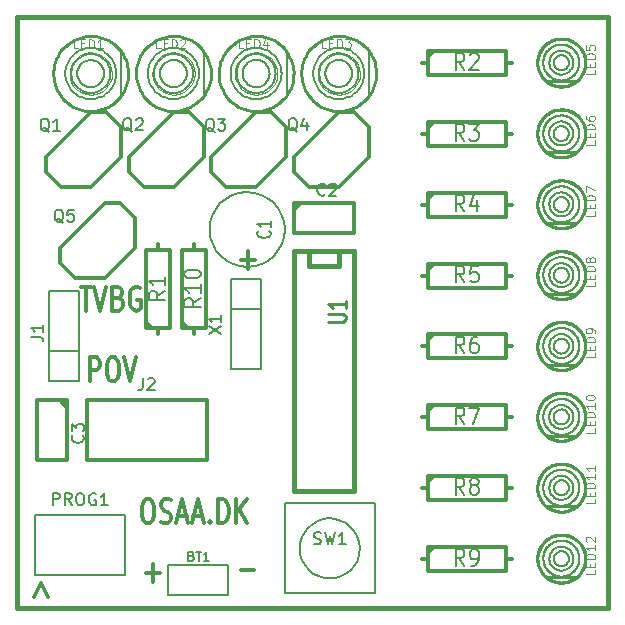
<source format=gto>
G04 (created by PCBNEW-RS274X (2010-05-05 BZR 2356)-stable) date 08-11-2010 18:06:31*
G01*
G70*
G90*
%MOIN*%
G04 Gerber Fmt 3.4, Leading zero omitted, Abs format*
%FSLAX34Y34*%
G04 APERTURE LIST*
%ADD10C,0.006000*%
%ADD11C,0.012000*%
%ADD12C,0.015000*%
%ADD13C,0.005000*%
%ADD14C,0.008000*%
%ADD15C,0.003000*%
%ADD16C,0.010000*%
%ADD17C,0.003500*%
%ADD18C,0.011300*%
G04 APERTURE END LIST*
G54D10*
G54D11*
X17803Y-16161D02*
X18260Y-16161D01*
X18031Y-16466D02*
X18031Y-15856D01*
X17782Y-26495D02*
X18239Y-26495D01*
X14640Y-24131D02*
X14754Y-24131D01*
X14812Y-24169D01*
X14869Y-24245D01*
X14897Y-24397D01*
X14897Y-24664D01*
X14869Y-24817D01*
X14812Y-24893D01*
X14754Y-24931D01*
X14640Y-24931D01*
X14583Y-24893D01*
X14526Y-24817D01*
X14497Y-24664D01*
X14497Y-24397D01*
X14526Y-24245D01*
X14583Y-24169D01*
X14640Y-24131D01*
X15126Y-24893D02*
X15212Y-24931D01*
X15355Y-24931D01*
X15412Y-24893D01*
X15441Y-24855D01*
X15469Y-24778D01*
X15469Y-24702D01*
X15441Y-24626D01*
X15412Y-24588D01*
X15355Y-24550D01*
X15241Y-24512D01*
X15183Y-24474D01*
X15155Y-24436D01*
X15126Y-24359D01*
X15126Y-24283D01*
X15155Y-24207D01*
X15183Y-24169D01*
X15241Y-24131D01*
X15383Y-24131D01*
X15469Y-24169D01*
X15697Y-24702D02*
X15983Y-24702D01*
X15640Y-24931D02*
X15840Y-24131D01*
X16040Y-24931D01*
X16211Y-24702D02*
X16497Y-24702D01*
X16154Y-24931D02*
X16354Y-24131D01*
X16554Y-24931D01*
X16754Y-24855D02*
X16782Y-24893D01*
X16754Y-24931D01*
X16725Y-24893D01*
X16754Y-24855D01*
X16754Y-24931D01*
X17040Y-24931D02*
X17040Y-24131D01*
X17183Y-24131D01*
X17268Y-24169D01*
X17326Y-24245D01*
X17354Y-24321D01*
X17383Y-24474D01*
X17383Y-24588D01*
X17354Y-24740D01*
X17326Y-24817D01*
X17268Y-24893D01*
X17183Y-24931D01*
X17040Y-24931D01*
X17640Y-24931D02*
X17640Y-24131D01*
X17983Y-24931D02*
X17726Y-24474D01*
X17983Y-24131D02*
X17640Y-24588D01*
X12456Y-17044D02*
X12799Y-17044D01*
X12628Y-17844D02*
X12628Y-17044D01*
X12913Y-17044D02*
X13113Y-17844D01*
X13313Y-17044D01*
X13713Y-17425D02*
X13799Y-17463D01*
X13827Y-17501D01*
X13856Y-17577D01*
X13856Y-17691D01*
X13827Y-17768D01*
X13799Y-17806D01*
X13741Y-17844D01*
X13513Y-17844D01*
X13513Y-17044D01*
X13713Y-17044D01*
X13770Y-17082D01*
X13799Y-17120D01*
X13827Y-17196D01*
X13827Y-17272D01*
X13799Y-17349D01*
X13770Y-17387D01*
X13713Y-17425D01*
X13513Y-17425D01*
X14427Y-17082D02*
X14370Y-17044D01*
X14284Y-17044D01*
X14199Y-17082D01*
X14141Y-17158D01*
X14113Y-17234D01*
X14084Y-17387D01*
X14084Y-17501D01*
X14113Y-17653D01*
X14141Y-17730D01*
X14199Y-17806D01*
X14284Y-17844D01*
X14341Y-17844D01*
X14427Y-17806D01*
X14456Y-17768D01*
X14456Y-17501D01*
X14341Y-17501D01*
X12756Y-20206D02*
X12756Y-19406D01*
X12984Y-19406D01*
X13042Y-19444D01*
X13070Y-19482D01*
X13099Y-19558D01*
X13099Y-19672D01*
X13070Y-19749D01*
X13042Y-19787D01*
X12984Y-19825D01*
X12756Y-19825D01*
X13470Y-19406D02*
X13584Y-19406D01*
X13642Y-19444D01*
X13699Y-19520D01*
X13727Y-19672D01*
X13727Y-19939D01*
X13699Y-20092D01*
X13642Y-20168D01*
X13584Y-20206D01*
X13470Y-20206D01*
X13413Y-20168D01*
X13356Y-20092D01*
X13327Y-19939D01*
X13327Y-19672D01*
X13356Y-19520D01*
X13413Y-19444D01*
X13470Y-19406D01*
X13899Y-19406D02*
X14099Y-20206D01*
X14299Y-19406D01*
G54D12*
X10335Y-27756D02*
X30020Y-27756D01*
X10335Y-08071D02*
X10335Y-27756D01*
X30020Y-08071D02*
X10335Y-08071D01*
X30020Y-27756D02*
X30020Y-08071D01*
G54D11*
X10912Y-27394D02*
X11141Y-26937D01*
X11370Y-27394D01*
X14632Y-26594D02*
X15089Y-26594D01*
X14860Y-26899D02*
X14860Y-26289D01*
G54D10*
X17453Y-16807D02*
X18453Y-16807D01*
X18453Y-16807D02*
X18453Y-19807D01*
X18453Y-19807D02*
X17453Y-19807D01*
X17453Y-19807D02*
X17453Y-16807D01*
X18453Y-17807D02*
X17453Y-17807D01*
G54D13*
X21758Y-25776D02*
X21738Y-25970D01*
X21682Y-26157D01*
X21590Y-26329D01*
X21467Y-26480D01*
X21317Y-26605D01*
X21145Y-26697D01*
X20959Y-26755D01*
X20764Y-26775D01*
X20571Y-26758D01*
X20384Y-26703D01*
X20211Y-26612D01*
X20059Y-26490D01*
X19933Y-26340D01*
X19839Y-26169D01*
X19780Y-25983D01*
X19759Y-25789D01*
X19775Y-25596D01*
X19829Y-25408D01*
X19918Y-25235D01*
X20039Y-25082D01*
X20188Y-24955D01*
X20358Y-24860D01*
X20544Y-24800D01*
X20738Y-24777D01*
X20931Y-24792D01*
X21119Y-24844D01*
X21293Y-24932D01*
X21447Y-25052D01*
X21575Y-25200D01*
X21671Y-25370D01*
X21733Y-25555D01*
X21757Y-25749D01*
X21758Y-25776D01*
X19258Y-24276D02*
X22258Y-24276D01*
X22258Y-24276D02*
X22258Y-27276D01*
X22258Y-27276D02*
X19258Y-27276D01*
X19258Y-24276D02*
X19258Y-27276D01*
G54D14*
X19319Y-10694D02*
X19319Y-09194D01*
G54D15*
X19006Y-09944D02*
X18992Y-10081D01*
X18952Y-10213D01*
X18887Y-10335D01*
X18800Y-10442D01*
X18694Y-10530D01*
X18572Y-10595D01*
X18441Y-10636D01*
X18303Y-10650D01*
X18167Y-10638D01*
X18035Y-10599D01*
X17912Y-10535D01*
X17805Y-10449D01*
X17716Y-10343D01*
X17650Y-10222D01*
X17608Y-10090D01*
X17593Y-09953D01*
X17604Y-09817D01*
X17642Y-09684D01*
X17705Y-09562D01*
X17791Y-09453D01*
X17896Y-09364D01*
X18016Y-09297D01*
X18148Y-09254D01*
X18285Y-09238D01*
X18421Y-09248D01*
X18554Y-09285D01*
X18677Y-09348D01*
X18786Y-09433D01*
X18876Y-09537D01*
X18944Y-09657D01*
X18988Y-09788D01*
X19005Y-09925D01*
X19006Y-09944D01*
G54D16*
X19298Y-09194D02*
X19229Y-09110D01*
X19153Y-09032D01*
X19070Y-08961D01*
X18981Y-08897D01*
X18887Y-08842D01*
X18789Y-08795D01*
X18687Y-08756D01*
X18582Y-08727D01*
X18475Y-08707D01*
X18366Y-08696D01*
X18258Y-08695D01*
X18149Y-08704D01*
X18042Y-08721D01*
X17936Y-08748D01*
X17833Y-08785D01*
X17734Y-08830D01*
X17639Y-08883D01*
X17549Y-08945D01*
X17465Y-09014D01*
X17387Y-09090D01*
X17316Y-09173D01*
X17252Y-09262D01*
X17197Y-09356D01*
X17150Y-09454D01*
X17111Y-09556D01*
X17082Y-09661D01*
X17062Y-09768D01*
X17051Y-09877D01*
X17050Y-09985D01*
X17059Y-10094D01*
X17076Y-10201D01*
X17103Y-10307D01*
X17140Y-10410D01*
X17185Y-10509D01*
X17238Y-10604D01*
X17300Y-10694D01*
X17369Y-10778D01*
X17445Y-10856D01*
X17528Y-10927D01*
X17617Y-10991D01*
X17711Y-11046D01*
X17809Y-11093D01*
X17911Y-11132D01*
X18016Y-11161D01*
X18123Y-11181D01*
X18232Y-11192D01*
X18340Y-11193D01*
X18449Y-11184D01*
X18556Y-11167D01*
X18662Y-11140D01*
X18765Y-11103D01*
X18864Y-11058D01*
X18959Y-11005D01*
X19049Y-10943D01*
X19133Y-10874D01*
X19211Y-10798D01*
X19282Y-10715D01*
X19346Y-10626D01*
X19401Y-10532D01*
X19448Y-10434D01*
X19487Y-10332D01*
X19516Y-10227D01*
X19536Y-10120D01*
X19547Y-10011D01*
X19548Y-09903D01*
X19539Y-09794D01*
X19522Y-09687D01*
X19495Y-09581D01*
X19458Y-09478D01*
X19413Y-09379D01*
X19360Y-09284D01*
X19298Y-09194D01*
X19229Y-09110D01*
X19153Y-09032D01*
X19070Y-08961D01*
X18981Y-08897D01*
X18887Y-08842D01*
X18789Y-08795D01*
X18687Y-08756D01*
X18582Y-08727D01*
X18475Y-08707D01*
X18366Y-08696D01*
X18258Y-08695D01*
X18149Y-08704D01*
X18042Y-08721D01*
X17936Y-08748D01*
X17833Y-08785D01*
X17734Y-08830D01*
X17639Y-08883D01*
X17549Y-08945D01*
X17465Y-09014D01*
X17387Y-09090D01*
X17316Y-09173D01*
X17252Y-09262D01*
X17197Y-09356D01*
X17150Y-09454D01*
X17111Y-09556D01*
X17082Y-09661D01*
X17062Y-09768D01*
X17051Y-09877D01*
X17050Y-09985D01*
X17059Y-10094D01*
X17076Y-10201D01*
X17103Y-10307D01*
X17140Y-10410D01*
X17185Y-10509D01*
X17238Y-10604D01*
X17300Y-10694D01*
X17369Y-10778D01*
X17445Y-10856D01*
X17528Y-10927D01*
X17617Y-10991D01*
X17711Y-11046D01*
X17809Y-11093D01*
X17911Y-11132D01*
X18016Y-11161D01*
X18123Y-11181D01*
X18232Y-11192D01*
X18340Y-11193D01*
X18449Y-11184D01*
X18556Y-11167D01*
X18662Y-11140D01*
X18765Y-11103D01*
X18864Y-11058D01*
X18959Y-11005D01*
X19049Y-10943D01*
X19133Y-10874D01*
X19211Y-10798D01*
X19282Y-10715D01*
X19298Y-10694D01*
G54D10*
X18299Y-09494D02*
X18260Y-09496D01*
X18221Y-09501D01*
X18183Y-09510D01*
X18146Y-09522D01*
X18109Y-09537D01*
X18074Y-09555D01*
X18041Y-09576D01*
X18010Y-09600D01*
X17981Y-09626D01*
X17955Y-09655D01*
X17931Y-09686D01*
X17910Y-09720D01*
X17892Y-09754D01*
X17877Y-09791D01*
X17865Y-09828D01*
X17856Y-09866D01*
X17851Y-09905D01*
X17849Y-09944D01*
X17851Y-09983D01*
X17856Y-10022D01*
X17865Y-10060D01*
X17877Y-10097D01*
X17892Y-10134D01*
X17910Y-10168D01*
X17931Y-10202D01*
X17955Y-10233D01*
X17981Y-10262D01*
X18010Y-10288D01*
X18041Y-10312D01*
X18075Y-10333D01*
X18109Y-10351D01*
X18146Y-10366D01*
X18183Y-10378D01*
X18221Y-10387D01*
X18260Y-10392D01*
X18299Y-10394D01*
X18338Y-10392D01*
X18377Y-10387D01*
X18415Y-10378D01*
X18452Y-10366D01*
X18489Y-10351D01*
X18524Y-10333D01*
X18557Y-10312D01*
X18588Y-10288D01*
X18617Y-10262D01*
X18643Y-10233D01*
X18667Y-10202D01*
X18688Y-10168D01*
X18706Y-10134D01*
X18721Y-10097D01*
X18733Y-10060D01*
X18742Y-10022D01*
X18747Y-09983D01*
X18749Y-09944D01*
X18747Y-09905D01*
X18742Y-09866D01*
X18733Y-09828D01*
X18721Y-09791D01*
X18706Y-09754D01*
X18688Y-09720D01*
X18667Y-09686D01*
X18643Y-09655D01*
X18617Y-09626D01*
X18588Y-09600D01*
X18557Y-09576D01*
X18524Y-09555D01*
X18489Y-09537D01*
X18452Y-09522D01*
X18415Y-09510D01*
X18377Y-09501D01*
X18338Y-09496D01*
X18299Y-09494D01*
X18260Y-09496D01*
X18221Y-09501D01*
X18183Y-09510D01*
X18146Y-09522D01*
X18109Y-09537D01*
X18075Y-09555D01*
X18041Y-09576D01*
X18010Y-09600D01*
X17981Y-09626D01*
X17955Y-09655D01*
X17931Y-09686D01*
X17910Y-09720D01*
X17892Y-09754D01*
X17877Y-09791D01*
X17865Y-09828D01*
X17856Y-09866D01*
X17851Y-09905D01*
X17849Y-09944D01*
X18299Y-10394D02*
X18338Y-10392D01*
X18377Y-10387D01*
X18415Y-10378D01*
X18452Y-10366D01*
X18489Y-10351D01*
X18524Y-10333D01*
X18557Y-10312D01*
X18588Y-10288D01*
X18617Y-10262D01*
X18643Y-10233D01*
X18667Y-10202D01*
X18688Y-10169D01*
X18706Y-10134D01*
X18721Y-10097D01*
X18733Y-10060D01*
X18742Y-10022D01*
X18747Y-09983D01*
X18749Y-09944D01*
X18747Y-09905D01*
X18742Y-09866D01*
X18733Y-09828D01*
X18721Y-09791D01*
X18706Y-09754D01*
X18688Y-09719D01*
X18667Y-09686D01*
X18643Y-09655D01*
X18617Y-09626D01*
X18588Y-09600D01*
X18557Y-09576D01*
X18524Y-09555D01*
X18489Y-09537D01*
X18452Y-09522D01*
X18415Y-09510D01*
X18377Y-09501D01*
X18338Y-09496D01*
X18299Y-09494D01*
X18260Y-09496D01*
X18221Y-09501D01*
X18183Y-09510D01*
X18146Y-09522D01*
X18109Y-09537D01*
X18074Y-09555D01*
X18041Y-09576D01*
X18010Y-09600D01*
X17981Y-09626D01*
X17955Y-09655D01*
X17931Y-09686D01*
X17910Y-09720D01*
X17892Y-09754D01*
X17877Y-09791D01*
X17865Y-09828D01*
X17856Y-09866D01*
X17851Y-09905D01*
X17849Y-09944D01*
X17851Y-09983D01*
X17856Y-10022D01*
X17865Y-10060D01*
X17877Y-10097D01*
X17892Y-10134D01*
X17910Y-10168D01*
X17931Y-10202D01*
X17955Y-10233D01*
X17981Y-10262D01*
X18010Y-10288D01*
X18041Y-10312D01*
X18075Y-10333D01*
X18109Y-10351D01*
X18146Y-10366D01*
X18183Y-10378D01*
X18221Y-10387D01*
X18260Y-10392D01*
X18299Y-10394D01*
X18338Y-10392D01*
X18377Y-10387D01*
X18415Y-10378D01*
X18452Y-10366D01*
X18489Y-10351D01*
X18524Y-10333D01*
X18557Y-10312D01*
X18588Y-10288D01*
X18617Y-10262D01*
X18643Y-10233D01*
X18667Y-10202D01*
X18688Y-10168D01*
X18706Y-10134D01*
X18721Y-10097D01*
X18733Y-10060D01*
X18742Y-10022D01*
X18747Y-09983D01*
X18749Y-09944D01*
X18299Y-09294D02*
X18243Y-09297D01*
X18187Y-09304D01*
X18131Y-09317D01*
X18077Y-09334D01*
X18025Y-09355D01*
X17974Y-09382D01*
X17927Y-09412D01*
X17882Y-09447D01*
X17840Y-09485D01*
X17802Y-09527D01*
X17767Y-09572D01*
X17737Y-09620D01*
X17710Y-09670D01*
X17689Y-09722D01*
X17672Y-09776D01*
X17659Y-09832D01*
X17652Y-09888D01*
X17649Y-09944D01*
X17652Y-10000D01*
X17659Y-10056D01*
X17672Y-10112D01*
X17689Y-10166D01*
X17710Y-10218D01*
X17737Y-10268D01*
X17767Y-10316D01*
X17802Y-10361D01*
X17840Y-10403D01*
X17882Y-10441D01*
X17927Y-10476D01*
X17975Y-10506D01*
X18025Y-10533D01*
X18077Y-10554D01*
X18131Y-10571D01*
X18187Y-10584D01*
X18243Y-10591D01*
X18299Y-10594D01*
X18355Y-10591D01*
X18411Y-10584D01*
X18467Y-10571D01*
X18521Y-10554D01*
X18573Y-10533D01*
X18624Y-10506D01*
X18671Y-10476D01*
X18716Y-10441D01*
X18758Y-10403D01*
X18796Y-10361D01*
X18831Y-10316D01*
X18861Y-10268D01*
X18888Y-10218D01*
X18909Y-10166D01*
X18926Y-10112D01*
X18939Y-10056D01*
X18946Y-10000D01*
X18949Y-09944D01*
X18946Y-09888D01*
X18939Y-09832D01*
X18926Y-09776D01*
X18909Y-09722D01*
X18888Y-09670D01*
X18861Y-09620D01*
X18831Y-09572D01*
X18796Y-09527D01*
X18758Y-09485D01*
X18716Y-09447D01*
X18671Y-09412D01*
X18624Y-09382D01*
X18573Y-09355D01*
X18521Y-09334D01*
X18467Y-09317D01*
X18411Y-09304D01*
X18355Y-09297D01*
X18299Y-09294D01*
X18243Y-09297D01*
X18187Y-09304D01*
X18131Y-09317D01*
X18077Y-09334D01*
X18025Y-09355D01*
X17975Y-09382D01*
X17927Y-09412D01*
X17882Y-09447D01*
X17840Y-09485D01*
X17802Y-09527D01*
X17767Y-09572D01*
X17737Y-09620D01*
X17710Y-09670D01*
X17689Y-09722D01*
X17672Y-09776D01*
X17659Y-09832D01*
X17652Y-09888D01*
X17649Y-09944D01*
X18299Y-10594D02*
X18355Y-10591D01*
X18411Y-10584D01*
X18467Y-10571D01*
X18521Y-10554D01*
X18573Y-10533D01*
X18624Y-10506D01*
X18671Y-10476D01*
X18716Y-10441D01*
X18758Y-10403D01*
X18796Y-10361D01*
X18831Y-10316D01*
X18861Y-10269D01*
X18888Y-10218D01*
X18909Y-10166D01*
X18926Y-10112D01*
X18939Y-10056D01*
X18946Y-10000D01*
X18949Y-09944D01*
X18946Y-09888D01*
X18939Y-09832D01*
X18926Y-09776D01*
X18909Y-09722D01*
X18888Y-09670D01*
X18861Y-09619D01*
X18831Y-09572D01*
X18796Y-09527D01*
X18758Y-09485D01*
X18716Y-09447D01*
X18671Y-09412D01*
X18624Y-09382D01*
X18573Y-09355D01*
X18521Y-09334D01*
X18467Y-09317D01*
X18411Y-09304D01*
X18355Y-09297D01*
X18299Y-09294D01*
X18243Y-09297D01*
X18187Y-09304D01*
X18131Y-09317D01*
X18077Y-09334D01*
X18025Y-09355D01*
X17974Y-09382D01*
X17927Y-09412D01*
X17882Y-09447D01*
X17840Y-09485D01*
X17802Y-09527D01*
X17767Y-09572D01*
X17737Y-09620D01*
X17710Y-09670D01*
X17689Y-09722D01*
X17672Y-09776D01*
X17659Y-09832D01*
X17652Y-09888D01*
X17649Y-09944D01*
X17652Y-10000D01*
X17659Y-10056D01*
X17672Y-10112D01*
X17689Y-10166D01*
X17710Y-10218D01*
X17737Y-10268D01*
X17767Y-10316D01*
X17802Y-10361D01*
X17840Y-10403D01*
X17882Y-10441D01*
X17927Y-10476D01*
X17975Y-10506D01*
X18025Y-10533D01*
X18077Y-10554D01*
X18131Y-10571D01*
X18187Y-10584D01*
X18243Y-10591D01*
X18299Y-10594D01*
X18355Y-10591D01*
X18411Y-10584D01*
X18467Y-10571D01*
X18521Y-10554D01*
X18573Y-10533D01*
X18624Y-10506D01*
X18671Y-10476D01*
X18716Y-10441D01*
X18758Y-10403D01*
X18796Y-10361D01*
X18831Y-10316D01*
X18861Y-10268D01*
X18888Y-10218D01*
X18909Y-10166D01*
X18926Y-10112D01*
X18939Y-10056D01*
X18946Y-10000D01*
X18949Y-09944D01*
X18299Y-09094D02*
X18225Y-09098D01*
X18152Y-09107D01*
X18080Y-09123D01*
X18009Y-09146D01*
X17940Y-09174D01*
X17874Y-09208D01*
X17812Y-09248D01*
X17753Y-09293D01*
X17698Y-09343D01*
X17648Y-09398D01*
X17603Y-09457D01*
X17563Y-09520D01*
X17529Y-09585D01*
X17501Y-09654D01*
X17478Y-09725D01*
X17462Y-09797D01*
X17453Y-09870D01*
X17449Y-09944D01*
X17453Y-10018D01*
X17462Y-10091D01*
X17478Y-10163D01*
X17501Y-10234D01*
X17529Y-10303D01*
X17563Y-10368D01*
X17603Y-10431D01*
X17648Y-10490D01*
X17698Y-10545D01*
X17753Y-10595D01*
X17812Y-10640D01*
X17875Y-10680D01*
X17940Y-10714D01*
X18009Y-10742D01*
X18080Y-10765D01*
X18152Y-10781D01*
X18225Y-10790D01*
X18299Y-10794D01*
X18373Y-10790D01*
X18446Y-10781D01*
X18518Y-10765D01*
X18589Y-10742D01*
X18658Y-10714D01*
X18724Y-10680D01*
X18786Y-10640D01*
X18845Y-10595D01*
X18900Y-10545D01*
X18950Y-10490D01*
X18995Y-10431D01*
X19035Y-10368D01*
X19069Y-10303D01*
X19097Y-10234D01*
X19120Y-10163D01*
X19136Y-10091D01*
X19145Y-10018D01*
X19149Y-09944D01*
X19145Y-09870D01*
X19136Y-09797D01*
X19120Y-09725D01*
X19097Y-09654D01*
X19069Y-09585D01*
X19035Y-09520D01*
X18995Y-09457D01*
X18950Y-09398D01*
X18900Y-09343D01*
X18845Y-09293D01*
X18786Y-09248D01*
X18724Y-09208D01*
X18658Y-09174D01*
X18589Y-09146D01*
X18518Y-09123D01*
X18446Y-09107D01*
X18373Y-09098D01*
X18299Y-09094D01*
X18225Y-09098D01*
X18152Y-09107D01*
X18080Y-09123D01*
X18009Y-09146D01*
X17940Y-09174D01*
X17875Y-09208D01*
X17812Y-09248D01*
X17753Y-09293D01*
X17698Y-09343D01*
X17648Y-09398D01*
X17603Y-09457D01*
X17563Y-09520D01*
X17529Y-09585D01*
X17501Y-09654D01*
X17478Y-09725D01*
X17462Y-09797D01*
X17453Y-09870D01*
X17449Y-09944D01*
X18299Y-10794D02*
X18373Y-10790D01*
X18446Y-10781D01*
X18518Y-10765D01*
X18589Y-10742D01*
X18658Y-10714D01*
X18724Y-10680D01*
X18786Y-10640D01*
X18845Y-10595D01*
X18900Y-10545D01*
X18950Y-10490D01*
X18995Y-10431D01*
X19035Y-10369D01*
X19069Y-10303D01*
X19097Y-10234D01*
X19120Y-10163D01*
X19136Y-10091D01*
X19145Y-10018D01*
X19149Y-09944D01*
X19145Y-09870D01*
X19136Y-09797D01*
X19120Y-09725D01*
X19097Y-09654D01*
X19069Y-09585D01*
X19035Y-09519D01*
X18995Y-09457D01*
X18950Y-09398D01*
X18900Y-09343D01*
X18845Y-09293D01*
X18786Y-09248D01*
X18724Y-09208D01*
X18658Y-09174D01*
X18589Y-09146D01*
X18518Y-09123D01*
X18446Y-09107D01*
X18373Y-09098D01*
X18299Y-09094D01*
X18225Y-09098D01*
X18152Y-09107D01*
X18080Y-09123D01*
X18009Y-09146D01*
X17940Y-09174D01*
X17874Y-09208D01*
X17812Y-09248D01*
X17753Y-09293D01*
X17698Y-09343D01*
X17648Y-09398D01*
X17603Y-09457D01*
X17563Y-09520D01*
X17529Y-09585D01*
X17501Y-09654D01*
X17478Y-09725D01*
X17462Y-09797D01*
X17453Y-09870D01*
X17449Y-09944D01*
X17453Y-10018D01*
X17462Y-10091D01*
X17478Y-10163D01*
X17501Y-10234D01*
X17529Y-10303D01*
X17563Y-10368D01*
X17603Y-10431D01*
X17648Y-10490D01*
X17698Y-10545D01*
X17753Y-10595D01*
X17812Y-10640D01*
X17875Y-10680D01*
X17940Y-10714D01*
X18009Y-10742D01*
X18080Y-10765D01*
X18152Y-10781D01*
X18225Y-10790D01*
X18299Y-10794D01*
X18373Y-10790D01*
X18446Y-10781D01*
X18518Y-10765D01*
X18589Y-10742D01*
X18658Y-10714D01*
X18724Y-10680D01*
X18786Y-10640D01*
X18845Y-10595D01*
X18900Y-10545D01*
X18950Y-10490D01*
X18995Y-10431D01*
X19035Y-10368D01*
X19069Y-10303D01*
X19097Y-10234D01*
X19120Y-10163D01*
X19136Y-10091D01*
X19145Y-10018D01*
X19149Y-09944D01*
G54D14*
X22077Y-10693D02*
X22077Y-09193D01*
G54D15*
X21764Y-09943D02*
X21750Y-10080D01*
X21710Y-10212D01*
X21645Y-10334D01*
X21558Y-10441D01*
X21452Y-10529D01*
X21330Y-10594D01*
X21199Y-10635D01*
X21061Y-10649D01*
X20925Y-10637D01*
X20793Y-10598D01*
X20670Y-10534D01*
X20563Y-10448D01*
X20474Y-10342D01*
X20408Y-10221D01*
X20366Y-10089D01*
X20351Y-09952D01*
X20362Y-09816D01*
X20400Y-09683D01*
X20463Y-09561D01*
X20549Y-09452D01*
X20654Y-09363D01*
X20774Y-09296D01*
X20906Y-09253D01*
X21043Y-09237D01*
X21179Y-09247D01*
X21312Y-09284D01*
X21435Y-09347D01*
X21544Y-09432D01*
X21634Y-09536D01*
X21702Y-09656D01*
X21746Y-09787D01*
X21763Y-09924D01*
X21764Y-09943D01*
G54D16*
X22056Y-09193D02*
X21987Y-09109D01*
X21911Y-09031D01*
X21828Y-08960D01*
X21739Y-08896D01*
X21645Y-08841D01*
X21547Y-08794D01*
X21445Y-08755D01*
X21340Y-08726D01*
X21233Y-08706D01*
X21124Y-08695D01*
X21016Y-08694D01*
X20907Y-08703D01*
X20800Y-08720D01*
X20694Y-08747D01*
X20591Y-08784D01*
X20492Y-08829D01*
X20397Y-08882D01*
X20307Y-08944D01*
X20223Y-09013D01*
X20145Y-09089D01*
X20074Y-09172D01*
X20010Y-09261D01*
X19955Y-09355D01*
X19908Y-09453D01*
X19869Y-09555D01*
X19840Y-09660D01*
X19820Y-09767D01*
X19809Y-09876D01*
X19808Y-09984D01*
X19817Y-10093D01*
X19834Y-10200D01*
X19861Y-10306D01*
X19898Y-10409D01*
X19943Y-10508D01*
X19996Y-10603D01*
X20058Y-10693D01*
X20127Y-10777D01*
X20203Y-10855D01*
X20286Y-10926D01*
X20375Y-10990D01*
X20469Y-11045D01*
X20567Y-11092D01*
X20669Y-11131D01*
X20774Y-11160D01*
X20881Y-11180D01*
X20990Y-11191D01*
X21098Y-11192D01*
X21207Y-11183D01*
X21314Y-11166D01*
X21420Y-11139D01*
X21523Y-11102D01*
X21622Y-11057D01*
X21717Y-11004D01*
X21807Y-10942D01*
X21891Y-10873D01*
X21969Y-10797D01*
X22040Y-10714D01*
X22104Y-10625D01*
X22159Y-10531D01*
X22206Y-10433D01*
X22245Y-10331D01*
X22274Y-10226D01*
X22294Y-10119D01*
X22305Y-10010D01*
X22306Y-09902D01*
X22297Y-09793D01*
X22280Y-09686D01*
X22253Y-09580D01*
X22216Y-09477D01*
X22171Y-09378D01*
X22118Y-09283D01*
X22056Y-09193D01*
X21987Y-09109D01*
X21911Y-09031D01*
X21828Y-08960D01*
X21739Y-08896D01*
X21645Y-08841D01*
X21547Y-08794D01*
X21445Y-08755D01*
X21340Y-08726D01*
X21233Y-08706D01*
X21124Y-08695D01*
X21016Y-08694D01*
X20907Y-08703D01*
X20800Y-08720D01*
X20694Y-08747D01*
X20591Y-08784D01*
X20492Y-08829D01*
X20397Y-08882D01*
X20307Y-08944D01*
X20223Y-09013D01*
X20145Y-09089D01*
X20074Y-09172D01*
X20010Y-09261D01*
X19955Y-09355D01*
X19908Y-09453D01*
X19869Y-09555D01*
X19840Y-09660D01*
X19820Y-09767D01*
X19809Y-09876D01*
X19808Y-09984D01*
X19817Y-10093D01*
X19834Y-10200D01*
X19861Y-10306D01*
X19898Y-10409D01*
X19943Y-10508D01*
X19996Y-10603D01*
X20058Y-10693D01*
X20127Y-10777D01*
X20203Y-10855D01*
X20286Y-10926D01*
X20375Y-10990D01*
X20469Y-11045D01*
X20567Y-11092D01*
X20669Y-11131D01*
X20774Y-11160D01*
X20881Y-11180D01*
X20990Y-11191D01*
X21098Y-11192D01*
X21207Y-11183D01*
X21314Y-11166D01*
X21420Y-11139D01*
X21523Y-11102D01*
X21622Y-11057D01*
X21717Y-11004D01*
X21807Y-10942D01*
X21891Y-10873D01*
X21969Y-10797D01*
X22040Y-10714D01*
X22056Y-10693D01*
G54D10*
X21057Y-09493D02*
X21018Y-09495D01*
X20979Y-09500D01*
X20941Y-09509D01*
X20904Y-09521D01*
X20867Y-09536D01*
X20832Y-09554D01*
X20799Y-09575D01*
X20768Y-09599D01*
X20739Y-09625D01*
X20713Y-09654D01*
X20689Y-09685D01*
X20668Y-09719D01*
X20650Y-09753D01*
X20635Y-09790D01*
X20623Y-09827D01*
X20614Y-09865D01*
X20609Y-09904D01*
X20607Y-09943D01*
X20609Y-09982D01*
X20614Y-10021D01*
X20623Y-10059D01*
X20635Y-10096D01*
X20650Y-10133D01*
X20668Y-10167D01*
X20689Y-10201D01*
X20713Y-10232D01*
X20739Y-10261D01*
X20768Y-10287D01*
X20799Y-10311D01*
X20833Y-10332D01*
X20867Y-10350D01*
X20904Y-10365D01*
X20941Y-10377D01*
X20979Y-10386D01*
X21018Y-10391D01*
X21057Y-10393D01*
X21096Y-10391D01*
X21135Y-10386D01*
X21173Y-10377D01*
X21210Y-10365D01*
X21247Y-10350D01*
X21282Y-10332D01*
X21315Y-10311D01*
X21346Y-10287D01*
X21375Y-10261D01*
X21401Y-10232D01*
X21425Y-10201D01*
X21446Y-10167D01*
X21464Y-10133D01*
X21479Y-10096D01*
X21491Y-10059D01*
X21500Y-10021D01*
X21505Y-09982D01*
X21507Y-09943D01*
X21505Y-09904D01*
X21500Y-09865D01*
X21491Y-09827D01*
X21479Y-09790D01*
X21464Y-09753D01*
X21446Y-09719D01*
X21425Y-09685D01*
X21401Y-09654D01*
X21375Y-09625D01*
X21346Y-09599D01*
X21315Y-09575D01*
X21282Y-09554D01*
X21247Y-09536D01*
X21210Y-09521D01*
X21173Y-09509D01*
X21135Y-09500D01*
X21096Y-09495D01*
X21057Y-09493D01*
X21018Y-09495D01*
X20979Y-09500D01*
X20941Y-09509D01*
X20904Y-09521D01*
X20867Y-09536D01*
X20833Y-09554D01*
X20799Y-09575D01*
X20768Y-09599D01*
X20739Y-09625D01*
X20713Y-09654D01*
X20689Y-09685D01*
X20668Y-09719D01*
X20650Y-09753D01*
X20635Y-09790D01*
X20623Y-09827D01*
X20614Y-09865D01*
X20609Y-09904D01*
X20607Y-09943D01*
X21057Y-10393D02*
X21096Y-10391D01*
X21135Y-10386D01*
X21173Y-10377D01*
X21210Y-10365D01*
X21247Y-10350D01*
X21282Y-10332D01*
X21315Y-10311D01*
X21346Y-10287D01*
X21375Y-10261D01*
X21401Y-10232D01*
X21425Y-10201D01*
X21446Y-10168D01*
X21464Y-10133D01*
X21479Y-10096D01*
X21491Y-10059D01*
X21500Y-10021D01*
X21505Y-09982D01*
X21507Y-09943D01*
X21505Y-09904D01*
X21500Y-09865D01*
X21491Y-09827D01*
X21479Y-09790D01*
X21464Y-09753D01*
X21446Y-09718D01*
X21425Y-09685D01*
X21401Y-09654D01*
X21375Y-09625D01*
X21346Y-09599D01*
X21315Y-09575D01*
X21282Y-09554D01*
X21247Y-09536D01*
X21210Y-09521D01*
X21173Y-09509D01*
X21135Y-09500D01*
X21096Y-09495D01*
X21057Y-09493D01*
X21018Y-09495D01*
X20979Y-09500D01*
X20941Y-09509D01*
X20904Y-09521D01*
X20867Y-09536D01*
X20832Y-09554D01*
X20799Y-09575D01*
X20768Y-09599D01*
X20739Y-09625D01*
X20713Y-09654D01*
X20689Y-09685D01*
X20668Y-09719D01*
X20650Y-09753D01*
X20635Y-09790D01*
X20623Y-09827D01*
X20614Y-09865D01*
X20609Y-09904D01*
X20607Y-09943D01*
X20609Y-09982D01*
X20614Y-10021D01*
X20623Y-10059D01*
X20635Y-10096D01*
X20650Y-10133D01*
X20668Y-10167D01*
X20689Y-10201D01*
X20713Y-10232D01*
X20739Y-10261D01*
X20768Y-10287D01*
X20799Y-10311D01*
X20833Y-10332D01*
X20867Y-10350D01*
X20904Y-10365D01*
X20941Y-10377D01*
X20979Y-10386D01*
X21018Y-10391D01*
X21057Y-10393D01*
X21096Y-10391D01*
X21135Y-10386D01*
X21173Y-10377D01*
X21210Y-10365D01*
X21247Y-10350D01*
X21282Y-10332D01*
X21315Y-10311D01*
X21346Y-10287D01*
X21375Y-10261D01*
X21401Y-10232D01*
X21425Y-10201D01*
X21446Y-10167D01*
X21464Y-10133D01*
X21479Y-10096D01*
X21491Y-10059D01*
X21500Y-10021D01*
X21505Y-09982D01*
X21507Y-09943D01*
X21057Y-09293D02*
X21001Y-09296D01*
X20945Y-09303D01*
X20889Y-09316D01*
X20835Y-09333D01*
X20783Y-09354D01*
X20732Y-09381D01*
X20685Y-09411D01*
X20640Y-09446D01*
X20598Y-09484D01*
X20560Y-09526D01*
X20525Y-09571D01*
X20495Y-09619D01*
X20468Y-09669D01*
X20447Y-09721D01*
X20430Y-09775D01*
X20417Y-09831D01*
X20410Y-09887D01*
X20407Y-09943D01*
X20410Y-09999D01*
X20417Y-10055D01*
X20430Y-10111D01*
X20447Y-10165D01*
X20468Y-10217D01*
X20495Y-10267D01*
X20525Y-10315D01*
X20560Y-10360D01*
X20598Y-10402D01*
X20640Y-10440D01*
X20685Y-10475D01*
X20733Y-10505D01*
X20783Y-10532D01*
X20835Y-10553D01*
X20889Y-10570D01*
X20945Y-10583D01*
X21001Y-10590D01*
X21057Y-10593D01*
X21113Y-10590D01*
X21169Y-10583D01*
X21225Y-10570D01*
X21279Y-10553D01*
X21331Y-10532D01*
X21382Y-10505D01*
X21429Y-10475D01*
X21474Y-10440D01*
X21516Y-10402D01*
X21554Y-10360D01*
X21589Y-10315D01*
X21619Y-10267D01*
X21646Y-10217D01*
X21667Y-10165D01*
X21684Y-10111D01*
X21697Y-10055D01*
X21704Y-09999D01*
X21707Y-09943D01*
X21704Y-09887D01*
X21697Y-09831D01*
X21684Y-09775D01*
X21667Y-09721D01*
X21646Y-09669D01*
X21619Y-09619D01*
X21589Y-09571D01*
X21554Y-09526D01*
X21516Y-09484D01*
X21474Y-09446D01*
X21429Y-09411D01*
X21382Y-09381D01*
X21331Y-09354D01*
X21279Y-09333D01*
X21225Y-09316D01*
X21169Y-09303D01*
X21113Y-09296D01*
X21057Y-09293D01*
X21001Y-09296D01*
X20945Y-09303D01*
X20889Y-09316D01*
X20835Y-09333D01*
X20783Y-09354D01*
X20733Y-09381D01*
X20685Y-09411D01*
X20640Y-09446D01*
X20598Y-09484D01*
X20560Y-09526D01*
X20525Y-09571D01*
X20495Y-09619D01*
X20468Y-09669D01*
X20447Y-09721D01*
X20430Y-09775D01*
X20417Y-09831D01*
X20410Y-09887D01*
X20407Y-09943D01*
X21057Y-10593D02*
X21113Y-10590D01*
X21169Y-10583D01*
X21225Y-10570D01*
X21279Y-10553D01*
X21331Y-10532D01*
X21382Y-10505D01*
X21429Y-10475D01*
X21474Y-10440D01*
X21516Y-10402D01*
X21554Y-10360D01*
X21589Y-10315D01*
X21619Y-10268D01*
X21646Y-10217D01*
X21667Y-10165D01*
X21684Y-10111D01*
X21697Y-10055D01*
X21704Y-09999D01*
X21707Y-09943D01*
X21704Y-09887D01*
X21697Y-09831D01*
X21684Y-09775D01*
X21667Y-09721D01*
X21646Y-09669D01*
X21619Y-09618D01*
X21589Y-09571D01*
X21554Y-09526D01*
X21516Y-09484D01*
X21474Y-09446D01*
X21429Y-09411D01*
X21382Y-09381D01*
X21331Y-09354D01*
X21279Y-09333D01*
X21225Y-09316D01*
X21169Y-09303D01*
X21113Y-09296D01*
X21057Y-09293D01*
X21001Y-09296D01*
X20945Y-09303D01*
X20889Y-09316D01*
X20835Y-09333D01*
X20783Y-09354D01*
X20732Y-09381D01*
X20685Y-09411D01*
X20640Y-09446D01*
X20598Y-09484D01*
X20560Y-09526D01*
X20525Y-09571D01*
X20495Y-09619D01*
X20468Y-09669D01*
X20447Y-09721D01*
X20430Y-09775D01*
X20417Y-09831D01*
X20410Y-09887D01*
X20407Y-09943D01*
X20410Y-09999D01*
X20417Y-10055D01*
X20430Y-10111D01*
X20447Y-10165D01*
X20468Y-10217D01*
X20495Y-10267D01*
X20525Y-10315D01*
X20560Y-10360D01*
X20598Y-10402D01*
X20640Y-10440D01*
X20685Y-10475D01*
X20733Y-10505D01*
X20783Y-10532D01*
X20835Y-10553D01*
X20889Y-10570D01*
X20945Y-10583D01*
X21001Y-10590D01*
X21057Y-10593D01*
X21113Y-10590D01*
X21169Y-10583D01*
X21225Y-10570D01*
X21279Y-10553D01*
X21331Y-10532D01*
X21382Y-10505D01*
X21429Y-10475D01*
X21474Y-10440D01*
X21516Y-10402D01*
X21554Y-10360D01*
X21589Y-10315D01*
X21619Y-10267D01*
X21646Y-10217D01*
X21667Y-10165D01*
X21684Y-10111D01*
X21697Y-10055D01*
X21704Y-09999D01*
X21707Y-09943D01*
X21057Y-09093D02*
X20983Y-09097D01*
X20910Y-09106D01*
X20838Y-09122D01*
X20767Y-09145D01*
X20698Y-09173D01*
X20632Y-09207D01*
X20570Y-09247D01*
X20511Y-09292D01*
X20456Y-09342D01*
X20406Y-09397D01*
X20361Y-09456D01*
X20321Y-09519D01*
X20287Y-09584D01*
X20259Y-09653D01*
X20236Y-09724D01*
X20220Y-09796D01*
X20211Y-09869D01*
X20207Y-09943D01*
X20211Y-10017D01*
X20220Y-10090D01*
X20236Y-10162D01*
X20259Y-10233D01*
X20287Y-10302D01*
X20321Y-10367D01*
X20361Y-10430D01*
X20406Y-10489D01*
X20456Y-10544D01*
X20511Y-10594D01*
X20570Y-10639D01*
X20633Y-10679D01*
X20698Y-10713D01*
X20767Y-10741D01*
X20838Y-10764D01*
X20910Y-10780D01*
X20983Y-10789D01*
X21057Y-10793D01*
X21131Y-10789D01*
X21204Y-10780D01*
X21276Y-10764D01*
X21347Y-10741D01*
X21416Y-10713D01*
X21482Y-10679D01*
X21544Y-10639D01*
X21603Y-10594D01*
X21658Y-10544D01*
X21708Y-10489D01*
X21753Y-10430D01*
X21793Y-10367D01*
X21827Y-10302D01*
X21855Y-10233D01*
X21878Y-10162D01*
X21894Y-10090D01*
X21903Y-10017D01*
X21907Y-09943D01*
X21903Y-09869D01*
X21894Y-09796D01*
X21878Y-09724D01*
X21855Y-09653D01*
X21827Y-09584D01*
X21793Y-09519D01*
X21753Y-09456D01*
X21708Y-09397D01*
X21658Y-09342D01*
X21603Y-09292D01*
X21544Y-09247D01*
X21482Y-09207D01*
X21416Y-09173D01*
X21347Y-09145D01*
X21276Y-09122D01*
X21204Y-09106D01*
X21131Y-09097D01*
X21057Y-09093D01*
X20983Y-09097D01*
X20910Y-09106D01*
X20838Y-09122D01*
X20767Y-09145D01*
X20698Y-09173D01*
X20633Y-09207D01*
X20570Y-09247D01*
X20511Y-09292D01*
X20456Y-09342D01*
X20406Y-09397D01*
X20361Y-09456D01*
X20321Y-09519D01*
X20287Y-09584D01*
X20259Y-09653D01*
X20236Y-09724D01*
X20220Y-09796D01*
X20211Y-09869D01*
X20207Y-09943D01*
X21057Y-10793D02*
X21131Y-10789D01*
X21204Y-10780D01*
X21276Y-10764D01*
X21347Y-10741D01*
X21416Y-10713D01*
X21482Y-10679D01*
X21544Y-10639D01*
X21603Y-10594D01*
X21658Y-10544D01*
X21708Y-10489D01*
X21753Y-10430D01*
X21793Y-10368D01*
X21827Y-10302D01*
X21855Y-10233D01*
X21878Y-10162D01*
X21894Y-10090D01*
X21903Y-10017D01*
X21907Y-09943D01*
X21903Y-09869D01*
X21894Y-09796D01*
X21878Y-09724D01*
X21855Y-09653D01*
X21827Y-09584D01*
X21793Y-09518D01*
X21753Y-09456D01*
X21708Y-09397D01*
X21658Y-09342D01*
X21603Y-09292D01*
X21544Y-09247D01*
X21482Y-09207D01*
X21416Y-09173D01*
X21347Y-09145D01*
X21276Y-09122D01*
X21204Y-09106D01*
X21131Y-09097D01*
X21057Y-09093D01*
X20983Y-09097D01*
X20910Y-09106D01*
X20838Y-09122D01*
X20767Y-09145D01*
X20698Y-09173D01*
X20632Y-09207D01*
X20570Y-09247D01*
X20511Y-09292D01*
X20456Y-09342D01*
X20406Y-09397D01*
X20361Y-09456D01*
X20321Y-09519D01*
X20287Y-09584D01*
X20259Y-09653D01*
X20236Y-09724D01*
X20220Y-09796D01*
X20211Y-09869D01*
X20207Y-09943D01*
X20211Y-10017D01*
X20220Y-10090D01*
X20236Y-10162D01*
X20259Y-10233D01*
X20287Y-10302D01*
X20321Y-10367D01*
X20361Y-10430D01*
X20406Y-10489D01*
X20456Y-10544D01*
X20511Y-10594D01*
X20570Y-10639D01*
X20633Y-10679D01*
X20698Y-10713D01*
X20767Y-10741D01*
X20838Y-10764D01*
X20910Y-10780D01*
X20983Y-10789D01*
X21057Y-10793D01*
X21131Y-10789D01*
X21204Y-10780D01*
X21276Y-10764D01*
X21347Y-10741D01*
X21416Y-10713D01*
X21482Y-10679D01*
X21544Y-10639D01*
X21603Y-10594D01*
X21658Y-10544D01*
X21708Y-10489D01*
X21753Y-10430D01*
X21793Y-10367D01*
X21827Y-10302D01*
X21855Y-10233D01*
X21878Y-10162D01*
X21894Y-10090D01*
X21903Y-10017D01*
X21907Y-09943D01*
G54D14*
X16565Y-10694D02*
X16565Y-09194D01*
G54D15*
X16252Y-09944D02*
X16238Y-10081D01*
X16198Y-10213D01*
X16133Y-10335D01*
X16046Y-10442D01*
X15940Y-10530D01*
X15818Y-10595D01*
X15687Y-10636D01*
X15549Y-10650D01*
X15413Y-10638D01*
X15281Y-10599D01*
X15158Y-10535D01*
X15051Y-10449D01*
X14962Y-10343D01*
X14896Y-10222D01*
X14854Y-10090D01*
X14839Y-09953D01*
X14850Y-09817D01*
X14888Y-09684D01*
X14951Y-09562D01*
X15037Y-09453D01*
X15142Y-09364D01*
X15262Y-09297D01*
X15394Y-09254D01*
X15531Y-09238D01*
X15667Y-09248D01*
X15800Y-09285D01*
X15923Y-09348D01*
X16032Y-09433D01*
X16122Y-09537D01*
X16190Y-09657D01*
X16234Y-09788D01*
X16251Y-09925D01*
X16252Y-09944D01*
G54D16*
X16544Y-09194D02*
X16475Y-09110D01*
X16399Y-09032D01*
X16316Y-08961D01*
X16227Y-08897D01*
X16133Y-08842D01*
X16035Y-08795D01*
X15933Y-08756D01*
X15828Y-08727D01*
X15721Y-08707D01*
X15612Y-08696D01*
X15504Y-08695D01*
X15395Y-08704D01*
X15288Y-08721D01*
X15182Y-08748D01*
X15079Y-08785D01*
X14980Y-08830D01*
X14885Y-08883D01*
X14795Y-08945D01*
X14711Y-09014D01*
X14633Y-09090D01*
X14562Y-09173D01*
X14498Y-09262D01*
X14443Y-09356D01*
X14396Y-09454D01*
X14357Y-09556D01*
X14328Y-09661D01*
X14308Y-09768D01*
X14297Y-09877D01*
X14296Y-09985D01*
X14305Y-10094D01*
X14322Y-10201D01*
X14349Y-10307D01*
X14386Y-10410D01*
X14431Y-10509D01*
X14484Y-10604D01*
X14546Y-10694D01*
X14615Y-10778D01*
X14691Y-10856D01*
X14774Y-10927D01*
X14863Y-10991D01*
X14957Y-11046D01*
X15055Y-11093D01*
X15157Y-11132D01*
X15262Y-11161D01*
X15369Y-11181D01*
X15478Y-11192D01*
X15586Y-11193D01*
X15695Y-11184D01*
X15802Y-11167D01*
X15908Y-11140D01*
X16011Y-11103D01*
X16110Y-11058D01*
X16205Y-11005D01*
X16295Y-10943D01*
X16379Y-10874D01*
X16457Y-10798D01*
X16528Y-10715D01*
X16592Y-10626D01*
X16647Y-10532D01*
X16694Y-10434D01*
X16733Y-10332D01*
X16762Y-10227D01*
X16782Y-10120D01*
X16793Y-10011D01*
X16794Y-09903D01*
X16785Y-09794D01*
X16768Y-09687D01*
X16741Y-09581D01*
X16704Y-09478D01*
X16659Y-09379D01*
X16606Y-09284D01*
X16544Y-09194D01*
X16475Y-09110D01*
X16399Y-09032D01*
X16316Y-08961D01*
X16227Y-08897D01*
X16133Y-08842D01*
X16035Y-08795D01*
X15933Y-08756D01*
X15828Y-08727D01*
X15721Y-08707D01*
X15612Y-08696D01*
X15504Y-08695D01*
X15395Y-08704D01*
X15288Y-08721D01*
X15182Y-08748D01*
X15079Y-08785D01*
X14980Y-08830D01*
X14885Y-08883D01*
X14795Y-08945D01*
X14711Y-09014D01*
X14633Y-09090D01*
X14562Y-09173D01*
X14498Y-09262D01*
X14443Y-09356D01*
X14396Y-09454D01*
X14357Y-09556D01*
X14328Y-09661D01*
X14308Y-09768D01*
X14297Y-09877D01*
X14296Y-09985D01*
X14305Y-10094D01*
X14322Y-10201D01*
X14349Y-10307D01*
X14386Y-10410D01*
X14431Y-10509D01*
X14484Y-10604D01*
X14546Y-10694D01*
X14615Y-10778D01*
X14691Y-10856D01*
X14774Y-10927D01*
X14863Y-10991D01*
X14957Y-11046D01*
X15055Y-11093D01*
X15157Y-11132D01*
X15262Y-11161D01*
X15369Y-11181D01*
X15478Y-11192D01*
X15586Y-11193D01*
X15695Y-11184D01*
X15802Y-11167D01*
X15908Y-11140D01*
X16011Y-11103D01*
X16110Y-11058D01*
X16205Y-11005D01*
X16295Y-10943D01*
X16379Y-10874D01*
X16457Y-10798D01*
X16528Y-10715D01*
X16544Y-10694D01*
G54D10*
X15545Y-09494D02*
X15506Y-09496D01*
X15467Y-09501D01*
X15429Y-09510D01*
X15392Y-09522D01*
X15355Y-09537D01*
X15320Y-09555D01*
X15287Y-09576D01*
X15256Y-09600D01*
X15227Y-09626D01*
X15201Y-09655D01*
X15177Y-09686D01*
X15156Y-09720D01*
X15138Y-09754D01*
X15123Y-09791D01*
X15111Y-09828D01*
X15102Y-09866D01*
X15097Y-09905D01*
X15095Y-09944D01*
X15097Y-09983D01*
X15102Y-10022D01*
X15111Y-10060D01*
X15123Y-10097D01*
X15138Y-10134D01*
X15156Y-10168D01*
X15177Y-10202D01*
X15201Y-10233D01*
X15227Y-10262D01*
X15256Y-10288D01*
X15287Y-10312D01*
X15321Y-10333D01*
X15355Y-10351D01*
X15392Y-10366D01*
X15429Y-10378D01*
X15467Y-10387D01*
X15506Y-10392D01*
X15545Y-10394D01*
X15584Y-10392D01*
X15623Y-10387D01*
X15661Y-10378D01*
X15698Y-10366D01*
X15735Y-10351D01*
X15770Y-10333D01*
X15803Y-10312D01*
X15834Y-10288D01*
X15863Y-10262D01*
X15889Y-10233D01*
X15913Y-10202D01*
X15934Y-10168D01*
X15952Y-10134D01*
X15967Y-10097D01*
X15979Y-10060D01*
X15988Y-10022D01*
X15993Y-09983D01*
X15995Y-09944D01*
X15993Y-09905D01*
X15988Y-09866D01*
X15979Y-09828D01*
X15967Y-09791D01*
X15952Y-09754D01*
X15934Y-09720D01*
X15913Y-09686D01*
X15889Y-09655D01*
X15863Y-09626D01*
X15834Y-09600D01*
X15803Y-09576D01*
X15770Y-09555D01*
X15735Y-09537D01*
X15698Y-09522D01*
X15661Y-09510D01*
X15623Y-09501D01*
X15584Y-09496D01*
X15545Y-09494D01*
X15506Y-09496D01*
X15467Y-09501D01*
X15429Y-09510D01*
X15392Y-09522D01*
X15355Y-09537D01*
X15321Y-09555D01*
X15287Y-09576D01*
X15256Y-09600D01*
X15227Y-09626D01*
X15201Y-09655D01*
X15177Y-09686D01*
X15156Y-09720D01*
X15138Y-09754D01*
X15123Y-09791D01*
X15111Y-09828D01*
X15102Y-09866D01*
X15097Y-09905D01*
X15095Y-09944D01*
X15545Y-10394D02*
X15584Y-10392D01*
X15623Y-10387D01*
X15661Y-10378D01*
X15698Y-10366D01*
X15735Y-10351D01*
X15770Y-10333D01*
X15803Y-10312D01*
X15834Y-10288D01*
X15863Y-10262D01*
X15889Y-10233D01*
X15913Y-10202D01*
X15934Y-10169D01*
X15952Y-10134D01*
X15967Y-10097D01*
X15979Y-10060D01*
X15988Y-10022D01*
X15993Y-09983D01*
X15995Y-09944D01*
X15993Y-09905D01*
X15988Y-09866D01*
X15979Y-09828D01*
X15967Y-09791D01*
X15952Y-09754D01*
X15934Y-09719D01*
X15913Y-09686D01*
X15889Y-09655D01*
X15863Y-09626D01*
X15834Y-09600D01*
X15803Y-09576D01*
X15770Y-09555D01*
X15735Y-09537D01*
X15698Y-09522D01*
X15661Y-09510D01*
X15623Y-09501D01*
X15584Y-09496D01*
X15545Y-09494D01*
X15506Y-09496D01*
X15467Y-09501D01*
X15429Y-09510D01*
X15392Y-09522D01*
X15355Y-09537D01*
X15320Y-09555D01*
X15287Y-09576D01*
X15256Y-09600D01*
X15227Y-09626D01*
X15201Y-09655D01*
X15177Y-09686D01*
X15156Y-09720D01*
X15138Y-09754D01*
X15123Y-09791D01*
X15111Y-09828D01*
X15102Y-09866D01*
X15097Y-09905D01*
X15095Y-09944D01*
X15097Y-09983D01*
X15102Y-10022D01*
X15111Y-10060D01*
X15123Y-10097D01*
X15138Y-10134D01*
X15156Y-10168D01*
X15177Y-10202D01*
X15201Y-10233D01*
X15227Y-10262D01*
X15256Y-10288D01*
X15287Y-10312D01*
X15321Y-10333D01*
X15355Y-10351D01*
X15392Y-10366D01*
X15429Y-10378D01*
X15467Y-10387D01*
X15506Y-10392D01*
X15545Y-10394D01*
X15584Y-10392D01*
X15623Y-10387D01*
X15661Y-10378D01*
X15698Y-10366D01*
X15735Y-10351D01*
X15770Y-10333D01*
X15803Y-10312D01*
X15834Y-10288D01*
X15863Y-10262D01*
X15889Y-10233D01*
X15913Y-10202D01*
X15934Y-10168D01*
X15952Y-10134D01*
X15967Y-10097D01*
X15979Y-10060D01*
X15988Y-10022D01*
X15993Y-09983D01*
X15995Y-09944D01*
X15545Y-09294D02*
X15489Y-09297D01*
X15433Y-09304D01*
X15377Y-09317D01*
X15323Y-09334D01*
X15271Y-09355D01*
X15220Y-09382D01*
X15173Y-09412D01*
X15128Y-09447D01*
X15086Y-09485D01*
X15048Y-09527D01*
X15013Y-09572D01*
X14983Y-09620D01*
X14956Y-09670D01*
X14935Y-09722D01*
X14918Y-09776D01*
X14905Y-09832D01*
X14898Y-09888D01*
X14895Y-09944D01*
X14898Y-10000D01*
X14905Y-10056D01*
X14918Y-10112D01*
X14935Y-10166D01*
X14956Y-10218D01*
X14983Y-10268D01*
X15013Y-10316D01*
X15048Y-10361D01*
X15086Y-10403D01*
X15128Y-10441D01*
X15173Y-10476D01*
X15221Y-10506D01*
X15271Y-10533D01*
X15323Y-10554D01*
X15377Y-10571D01*
X15433Y-10584D01*
X15489Y-10591D01*
X15545Y-10594D01*
X15601Y-10591D01*
X15657Y-10584D01*
X15713Y-10571D01*
X15767Y-10554D01*
X15819Y-10533D01*
X15870Y-10506D01*
X15917Y-10476D01*
X15962Y-10441D01*
X16004Y-10403D01*
X16042Y-10361D01*
X16077Y-10316D01*
X16107Y-10268D01*
X16134Y-10218D01*
X16155Y-10166D01*
X16172Y-10112D01*
X16185Y-10056D01*
X16192Y-10000D01*
X16195Y-09944D01*
X16192Y-09888D01*
X16185Y-09832D01*
X16172Y-09776D01*
X16155Y-09722D01*
X16134Y-09670D01*
X16107Y-09620D01*
X16077Y-09572D01*
X16042Y-09527D01*
X16004Y-09485D01*
X15962Y-09447D01*
X15917Y-09412D01*
X15870Y-09382D01*
X15819Y-09355D01*
X15767Y-09334D01*
X15713Y-09317D01*
X15657Y-09304D01*
X15601Y-09297D01*
X15545Y-09294D01*
X15489Y-09297D01*
X15433Y-09304D01*
X15377Y-09317D01*
X15323Y-09334D01*
X15271Y-09355D01*
X15221Y-09382D01*
X15173Y-09412D01*
X15128Y-09447D01*
X15086Y-09485D01*
X15048Y-09527D01*
X15013Y-09572D01*
X14983Y-09620D01*
X14956Y-09670D01*
X14935Y-09722D01*
X14918Y-09776D01*
X14905Y-09832D01*
X14898Y-09888D01*
X14895Y-09944D01*
X15545Y-10594D02*
X15601Y-10591D01*
X15657Y-10584D01*
X15713Y-10571D01*
X15767Y-10554D01*
X15819Y-10533D01*
X15870Y-10506D01*
X15917Y-10476D01*
X15962Y-10441D01*
X16004Y-10403D01*
X16042Y-10361D01*
X16077Y-10316D01*
X16107Y-10269D01*
X16134Y-10218D01*
X16155Y-10166D01*
X16172Y-10112D01*
X16185Y-10056D01*
X16192Y-10000D01*
X16195Y-09944D01*
X16192Y-09888D01*
X16185Y-09832D01*
X16172Y-09776D01*
X16155Y-09722D01*
X16134Y-09670D01*
X16107Y-09619D01*
X16077Y-09572D01*
X16042Y-09527D01*
X16004Y-09485D01*
X15962Y-09447D01*
X15917Y-09412D01*
X15870Y-09382D01*
X15819Y-09355D01*
X15767Y-09334D01*
X15713Y-09317D01*
X15657Y-09304D01*
X15601Y-09297D01*
X15545Y-09294D01*
X15489Y-09297D01*
X15433Y-09304D01*
X15377Y-09317D01*
X15323Y-09334D01*
X15271Y-09355D01*
X15220Y-09382D01*
X15173Y-09412D01*
X15128Y-09447D01*
X15086Y-09485D01*
X15048Y-09527D01*
X15013Y-09572D01*
X14983Y-09620D01*
X14956Y-09670D01*
X14935Y-09722D01*
X14918Y-09776D01*
X14905Y-09832D01*
X14898Y-09888D01*
X14895Y-09944D01*
X14898Y-10000D01*
X14905Y-10056D01*
X14918Y-10112D01*
X14935Y-10166D01*
X14956Y-10218D01*
X14983Y-10268D01*
X15013Y-10316D01*
X15048Y-10361D01*
X15086Y-10403D01*
X15128Y-10441D01*
X15173Y-10476D01*
X15221Y-10506D01*
X15271Y-10533D01*
X15323Y-10554D01*
X15377Y-10571D01*
X15433Y-10584D01*
X15489Y-10591D01*
X15545Y-10594D01*
X15601Y-10591D01*
X15657Y-10584D01*
X15713Y-10571D01*
X15767Y-10554D01*
X15819Y-10533D01*
X15870Y-10506D01*
X15917Y-10476D01*
X15962Y-10441D01*
X16004Y-10403D01*
X16042Y-10361D01*
X16077Y-10316D01*
X16107Y-10268D01*
X16134Y-10218D01*
X16155Y-10166D01*
X16172Y-10112D01*
X16185Y-10056D01*
X16192Y-10000D01*
X16195Y-09944D01*
X15545Y-09094D02*
X15471Y-09098D01*
X15398Y-09107D01*
X15326Y-09123D01*
X15255Y-09146D01*
X15186Y-09174D01*
X15120Y-09208D01*
X15058Y-09248D01*
X14999Y-09293D01*
X14944Y-09343D01*
X14894Y-09398D01*
X14849Y-09457D01*
X14809Y-09520D01*
X14775Y-09585D01*
X14747Y-09654D01*
X14724Y-09725D01*
X14708Y-09797D01*
X14699Y-09870D01*
X14695Y-09944D01*
X14699Y-10018D01*
X14708Y-10091D01*
X14724Y-10163D01*
X14747Y-10234D01*
X14775Y-10303D01*
X14809Y-10368D01*
X14849Y-10431D01*
X14894Y-10490D01*
X14944Y-10545D01*
X14999Y-10595D01*
X15058Y-10640D01*
X15121Y-10680D01*
X15186Y-10714D01*
X15255Y-10742D01*
X15326Y-10765D01*
X15398Y-10781D01*
X15471Y-10790D01*
X15545Y-10794D01*
X15619Y-10790D01*
X15692Y-10781D01*
X15764Y-10765D01*
X15835Y-10742D01*
X15904Y-10714D01*
X15970Y-10680D01*
X16032Y-10640D01*
X16091Y-10595D01*
X16146Y-10545D01*
X16196Y-10490D01*
X16241Y-10431D01*
X16281Y-10368D01*
X16315Y-10303D01*
X16343Y-10234D01*
X16366Y-10163D01*
X16382Y-10091D01*
X16391Y-10018D01*
X16395Y-09944D01*
X16391Y-09870D01*
X16382Y-09797D01*
X16366Y-09725D01*
X16343Y-09654D01*
X16315Y-09585D01*
X16281Y-09520D01*
X16241Y-09457D01*
X16196Y-09398D01*
X16146Y-09343D01*
X16091Y-09293D01*
X16032Y-09248D01*
X15970Y-09208D01*
X15904Y-09174D01*
X15835Y-09146D01*
X15764Y-09123D01*
X15692Y-09107D01*
X15619Y-09098D01*
X15545Y-09094D01*
X15471Y-09098D01*
X15398Y-09107D01*
X15326Y-09123D01*
X15255Y-09146D01*
X15186Y-09174D01*
X15121Y-09208D01*
X15058Y-09248D01*
X14999Y-09293D01*
X14944Y-09343D01*
X14894Y-09398D01*
X14849Y-09457D01*
X14809Y-09520D01*
X14775Y-09585D01*
X14747Y-09654D01*
X14724Y-09725D01*
X14708Y-09797D01*
X14699Y-09870D01*
X14695Y-09944D01*
X15545Y-10794D02*
X15619Y-10790D01*
X15692Y-10781D01*
X15764Y-10765D01*
X15835Y-10742D01*
X15904Y-10714D01*
X15970Y-10680D01*
X16032Y-10640D01*
X16091Y-10595D01*
X16146Y-10545D01*
X16196Y-10490D01*
X16241Y-10431D01*
X16281Y-10369D01*
X16315Y-10303D01*
X16343Y-10234D01*
X16366Y-10163D01*
X16382Y-10091D01*
X16391Y-10018D01*
X16395Y-09944D01*
X16391Y-09870D01*
X16382Y-09797D01*
X16366Y-09725D01*
X16343Y-09654D01*
X16315Y-09585D01*
X16281Y-09519D01*
X16241Y-09457D01*
X16196Y-09398D01*
X16146Y-09343D01*
X16091Y-09293D01*
X16032Y-09248D01*
X15970Y-09208D01*
X15904Y-09174D01*
X15835Y-09146D01*
X15764Y-09123D01*
X15692Y-09107D01*
X15619Y-09098D01*
X15545Y-09094D01*
X15471Y-09098D01*
X15398Y-09107D01*
X15326Y-09123D01*
X15255Y-09146D01*
X15186Y-09174D01*
X15120Y-09208D01*
X15058Y-09248D01*
X14999Y-09293D01*
X14944Y-09343D01*
X14894Y-09398D01*
X14849Y-09457D01*
X14809Y-09520D01*
X14775Y-09585D01*
X14747Y-09654D01*
X14724Y-09725D01*
X14708Y-09797D01*
X14699Y-09870D01*
X14695Y-09944D01*
X14699Y-10018D01*
X14708Y-10091D01*
X14724Y-10163D01*
X14747Y-10234D01*
X14775Y-10303D01*
X14809Y-10368D01*
X14849Y-10431D01*
X14894Y-10490D01*
X14944Y-10545D01*
X14999Y-10595D01*
X15058Y-10640D01*
X15121Y-10680D01*
X15186Y-10714D01*
X15255Y-10742D01*
X15326Y-10765D01*
X15398Y-10781D01*
X15471Y-10790D01*
X15545Y-10794D01*
X15619Y-10790D01*
X15692Y-10781D01*
X15764Y-10765D01*
X15835Y-10742D01*
X15904Y-10714D01*
X15970Y-10680D01*
X16032Y-10640D01*
X16091Y-10595D01*
X16146Y-10545D01*
X16196Y-10490D01*
X16241Y-10431D01*
X16281Y-10368D01*
X16315Y-10303D01*
X16343Y-10234D01*
X16366Y-10163D01*
X16382Y-10091D01*
X16391Y-10018D01*
X16395Y-09944D01*
G54D14*
X13809Y-10695D02*
X13809Y-09195D01*
G54D15*
X13496Y-09945D02*
X13482Y-10082D01*
X13442Y-10214D01*
X13377Y-10336D01*
X13290Y-10443D01*
X13184Y-10531D01*
X13062Y-10596D01*
X12931Y-10637D01*
X12793Y-10651D01*
X12657Y-10639D01*
X12525Y-10600D01*
X12402Y-10536D01*
X12295Y-10450D01*
X12206Y-10344D01*
X12140Y-10223D01*
X12098Y-10091D01*
X12083Y-09954D01*
X12094Y-09818D01*
X12132Y-09685D01*
X12195Y-09563D01*
X12281Y-09454D01*
X12386Y-09365D01*
X12506Y-09298D01*
X12638Y-09255D01*
X12775Y-09239D01*
X12911Y-09249D01*
X13044Y-09286D01*
X13167Y-09349D01*
X13276Y-09434D01*
X13366Y-09538D01*
X13434Y-09658D01*
X13478Y-09789D01*
X13495Y-09926D01*
X13496Y-09945D01*
G54D16*
X13788Y-09195D02*
X13719Y-09111D01*
X13643Y-09033D01*
X13560Y-08962D01*
X13471Y-08898D01*
X13377Y-08843D01*
X13279Y-08796D01*
X13177Y-08757D01*
X13072Y-08728D01*
X12965Y-08708D01*
X12856Y-08697D01*
X12748Y-08696D01*
X12639Y-08705D01*
X12532Y-08722D01*
X12426Y-08749D01*
X12323Y-08786D01*
X12224Y-08831D01*
X12129Y-08884D01*
X12039Y-08946D01*
X11955Y-09015D01*
X11877Y-09091D01*
X11806Y-09174D01*
X11742Y-09263D01*
X11687Y-09357D01*
X11640Y-09455D01*
X11601Y-09557D01*
X11572Y-09662D01*
X11552Y-09769D01*
X11541Y-09878D01*
X11540Y-09986D01*
X11549Y-10095D01*
X11566Y-10202D01*
X11593Y-10308D01*
X11630Y-10411D01*
X11675Y-10510D01*
X11728Y-10605D01*
X11790Y-10695D01*
X11859Y-10779D01*
X11935Y-10857D01*
X12018Y-10928D01*
X12107Y-10992D01*
X12201Y-11047D01*
X12299Y-11094D01*
X12401Y-11133D01*
X12506Y-11162D01*
X12613Y-11182D01*
X12722Y-11193D01*
X12830Y-11194D01*
X12939Y-11185D01*
X13046Y-11168D01*
X13152Y-11141D01*
X13255Y-11104D01*
X13354Y-11059D01*
X13449Y-11006D01*
X13539Y-10944D01*
X13623Y-10875D01*
X13701Y-10799D01*
X13772Y-10716D01*
X13836Y-10627D01*
X13891Y-10533D01*
X13938Y-10435D01*
X13977Y-10333D01*
X14006Y-10228D01*
X14026Y-10121D01*
X14037Y-10012D01*
X14038Y-09904D01*
X14029Y-09795D01*
X14012Y-09688D01*
X13985Y-09582D01*
X13948Y-09479D01*
X13903Y-09380D01*
X13850Y-09285D01*
X13788Y-09195D01*
X13719Y-09111D01*
X13643Y-09033D01*
X13560Y-08962D01*
X13471Y-08898D01*
X13377Y-08843D01*
X13279Y-08796D01*
X13177Y-08757D01*
X13072Y-08728D01*
X12965Y-08708D01*
X12856Y-08697D01*
X12748Y-08696D01*
X12639Y-08705D01*
X12532Y-08722D01*
X12426Y-08749D01*
X12323Y-08786D01*
X12224Y-08831D01*
X12129Y-08884D01*
X12039Y-08946D01*
X11955Y-09015D01*
X11877Y-09091D01*
X11806Y-09174D01*
X11742Y-09263D01*
X11687Y-09357D01*
X11640Y-09455D01*
X11601Y-09557D01*
X11572Y-09662D01*
X11552Y-09769D01*
X11541Y-09878D01*
X11540Y-09986D01*
X11549Y-10095D01*
X11566Y-10202D01*
X11593Y-10308D01*
X11630Y-10411D01*
X11675Y-10510D01*
X11728Y-10605D01*
X11790Y-10695D01*
X11859Y-10779D01*
X11935Y-10857D01*
X12018Y-10928D01*
X12107Y-10992D01*
X12201Y-11047D01*
X12299Y-11094D01*
X12401Y-11133D01*
X12506Y-11162D01*
X12613Y-11182D01*
X12722Y-11193D01*
X12830Y-11194D01*
X12939Y-11185D01*
X13046Y-11168D01*
X13152Y-11141D01*
X13255Y-11104D01*
X13354Y-11059D01*
X13449Y-11006D01*
X13539Y-10944D01*
X13623Y-10875D01*
X13701Y-10799D01*
X13772Y-10716D01*
X13788Y-10695D01*
G54D10*
X12789Y-09495D02*
X12750Y-09497D01*
X12711Y-09502D01*
X12673Y-09511D01*
X12636Y-09523D01*
X12599Y-09538D01*
X12564Y-09556D01*
X12531Y-09577D01*
X12500Y-09601D01*
X12471Y-09627D01*
X12445Y-09656D01*
X12421Y-09687D01*
X12400Y-09721D01*
X12382Y-09755D01*
X12367Y-09792D01*
X12355Y-09829D01*
X12346Y-09867D01*
X12341Y-09906D01*
X12339Y-09945D01*
X12341Y-09984D01*
X12346Y-10023D01*
X12355Y-10061D01*
X12367Y-10098D01*
X12382Y-10135D01*
X12400Y-10169D01*
X12421Y-10203D01*
X12445Y-10234D01*
X12471Y-10263D01*
X12500Y-10289D01*
X12531Y-10313D01*
X12565Y-10334D01*
X12599Y-10352D01*
X12636Y-10367D01*
X12673Y-10379D01*
X12711Y-10388D01*
X12750Y-10393D01*
X12789Y-10395D01*
X12828Y-10393D01*
X12867Y-10388D01*
X12905Y-10379D01*
X12942Y-10367D01*
X12979Y-10352D01*
X13014Y-10334D01*
X13047Y-10313D01*
X13078Y-10289D01*
X13107Y-10263D01*
X13133Y-10234D01*
X13157Y-10203D01*
X13178Y-10169D01*
X13196Y-10135D01*
X13211Y-10098D01*
X13223Y-10061D01*
X13232Y-10023D01*
X13237Y-09984D01*
X13239Y-09945D01*
X13237Y-09906D01*
X13232Y-09867D01*
X13223Y-09829D01*
X13211Y-09792D01*
X13196Y-09755D01*
X13178Y-09721D01*
X13157Y-09687D01*
X13133Y-09656D01*
X13107Y-09627D01*
X13078Y-09601D01*
X13047Y-09577D01*
X13014Y-09556D01*
X12979Y-09538D01*
X12942Y-09523D01*
X12905Y-09511D01*
X12867Y-09502D01*
X12828Y-09497D01*
X12789Y-09495D01*
X12750Y-09497D01*
X12711Y-09502D01*
X12673Y-09511D01*
X12636Y-09523D01*
X12599Y-09538D01*
X12565Y-09556D01*
X12531Y-09577D01*
X12500Y-09601D01*
X12471Y-09627D01*
X12445Y-09656D01*
X12421Y-09687D01*
X12400Y-09721D01*
X12382Y-09755D01*
X12367Y-09792D01*
X12355Y-09829D01*
X12346Y-09867D01*
X12341Y-09906D01*
X12339Y-09945D01*
X12789Y-10395D02*
X12828Y-10393D01*
X12867Y-10388D01*
X12905Y-10379D01*
X12942Y-10367D01*
X12979Y-10352D01*
X13014Y-10334D01*
X13047Y-10313D01*
X13078Y-10289D01*
X13107Y-10263D01*
X13133Y-10234D01*
X13157Y-10203D01*
X13178Y-10170D01*
X13196Y-10135D01*
X13211Y-10098D01*
X13223Y-10061D01*
X13232Y-10023D01*
X13237Y-09984D01*
X13239Y-09945D01*
X13237Y-09906D01*
X13232Y-09867D01*
X13223Y-09829D01*
X13211Y-09792D01*
X13196Y-09755D01*
X13178Y-09720D01*
X13157Y-09687D01*
X13133Y-09656D01*
X13107Y-09627D01*
X13078Y-09601D01*
X13047Y-09577D01*
X13014Y-09556D01*
X12979Y-09538D01*
X12942Y-09523D01*
X12905Y-09511D01*
X12867Y-09502D01*
X12828Y-09497D01*
X12789Y-09495D01*
X12750Y-09497D01*
X12711Y-09502D01*
X12673Y-09511D01*
X12636Y-09523D01*
X12599Y-09538D01*
X12564Y-09556D01*
X12531Y-09577D01*
X12500Y-09601D01*
X12471Y-09627D01*
X12445Y-09656D01*
X12421Y-09687D01*
X12400Y-09721D01*
X12382Y-09755D01*
X12367Y-09792D01*
X12355Y-09829D01*
X12346Y-09867D01*
X12341Y-09906D01*
X12339Y-09945D01*
X12341Y-09984D01*
X12346Y-10023D01*
X12355Y-10061D01*
X12367Y-10098D01*
X12382Y-10135D01*
X12400Y-10169D01*
X12421Y-10203D01*
X12445Y-10234D01*
X12471Y-10263D01*
X12500Y-10289D01*
X12531Y-10313D01*
X12565Y-10334D01*
X12599Y-10352D01*
X12636Y-10367D01*
X12673Y-10379D01*
X12711Y-10388D01*
X12750Y-10393D01*
X12789Y-10395D01*
X12828Y-10393D01*
X12867Y-10388D01*
X12905Y-10379D01*
X12942Y-10367D01*
X12979Y-10352D01*
X13014Y-10334D01*
X13047Y-10313D01*
X13078Y-10289D01*
X13107Y-10263D01*
X13133Y-10234D01*
X13157Y-10203D01*
X13178Y-10169D01*
X13196Y-10135D01*
X13211Y-10098D01*
X13223Y-10061D01*
X13232Y-10023D01*
X13237Y-09984D01*
X13239Y-09945D01*
X12789Y-09295D02*
X12733Y-09298D01*
X12677Y-09305D01*
X12621Y-09318D01*
X12567Y-09335D01*
X12515Y-09356D01*
X12464Y-09383D01*
X12417Y-09413D01*
X12372Y-09448D01*
X12330Y-09486D01*
X12292Y-09528D01*
X12257Y-09573D01*
X12227Y-09621D01*
X12200Y-09671D01*
X12179Y-09723D01*
X12162Y-09777D01*
X12149Y-09833D01*
X12142Y-09889D01*
X12139Y-09945D01*
X12142Y-10001D01*
X12149Y-10057D01*
X12162Y-10113D01*
X12179Y-10167D01*
X12200Y-10219D01*
X12227Y-10269D01*
X12257Y-10317D01*
X12292Y-10362D01*
X12330Y-10404D01*
X12372Y-10442D01*
X12417Y-10477D01*
X12465Y-10507D01*
X12515Y-10534D01*
X12567Y-10555D01*
X12621Y-10572D01*
X12677Y-10585D01*
X12733Y-10592D01*
X12789Y-10595D01*
X12845Y-10592D01*
X12901Y-10585D01*
X12957Y-10572D01*
X13011Y-10555D01*
X13063Y-10534D01*
X13114Y-10507D01*
X13161Y-10477D01*
X13206Y-10442D01*
X13248Y-10404D01*
X13286Y-10362D01*
X13321Y-10317D01*
X13351Y-10269D01*
X13378Y-10219D01*
X13399Y-10167D01*
X13416Y-10113D01*
X13429Y-10057D01*
X13436Y-10001D01*
X13439Y-09945D01*
X13436Y-09889D01*
X13429Y-09833D01*
X13416Y-09777D01*
X13399Y-09723D01*
X13378Y-09671D01*
X13351Y-09621D01*
X13321Y-09573D01*
X13286Y-09528D01*
X13248Y-09486D01*
X13206Y-09448D01*
X13161Y-09413D01*
X13114Y-09383D01*
X13063Y-09356D01*
X13011Y-09335D01*
X12957Y-09318D01*
X12901Y-09305D01*
X12845Y-09298D01*
X12789Y-09295D01*
X12733Y-09298D01*
X12677Y-09305D01*
X12621Y-09318D01*
X12567Y-09335D01*
X12515Y-09356D01*
X12465Y-09383D01*
X12417Y-09413D01*
X12372Y-09448D01*
X12330Y-09486D01*
X12292Y-09528D01*
X12257Y-09573D01*
X12227Y-09621D01*
X12200Y-09671D01*
X12179Y-09723D01*
X12162Y-09777D01*
X12149Y-09833D01*
X12142Y-09889D01*
X12139Y-09945D01*
X12789Y-10595D02*
X12845Y-10592D01*
X12901Y-10585D01*
X12957Y-10572D01*
X13011Y-10555D01*
X13063Y-10534D01*
X13114Y-10507D01*
X13161Y-10477D01*
X13206Y-10442D01*
X13248Y-10404D01*
X13286Y-10362D01*
X13321Y-10317D01*
X13351Y-10270D01*
X13378Y-10219D01*
X13399Y-10167D01*
X13416Y-10113D01*
X13429Y-10057D01*
X13436Y-10001D01*
X13439Y-09945D01*
X13436Y-09889D01*
X13429Y-09833D01*
X13416Y-09777D01*
X13399Y-09723D01*
X13378Y-09671D01*
X13351Y-09620D01*
X13321Y-09573D01*
X13286Y-09528D01*
X13248Y-09486D01*
X13206Y-09448D01*
X13161Y-09413D01*
X13114Y-09383D01*
X13063Y-09356D01*
X13011Y-09335D01*
X12957Y-09318D01*
X12901Y-09305D01*
X12845Y-09298D01*
X12789Y-09295D01*
X12733Y-09298D01*
X12677Y-09305D01*
X12621Y-09318D01*
X12567Y-09335D01*
X12515Y-09356D01*
X12464Y-09383D01*
X12417Y-09413D01*
X12372Y-09448D01*
X12330Y-09486D01*
X12292Y-09528D01*
X12257Y-09573D01*
X12227Y-09621D01*
X12200Y-09671D01*
X12179Y-09723D01*
X12162Y-09777D01*
X12149Y-09833D01*
X12142Y-09889D01*
X12139Y-09945D01*
X12142Y-10001D01*
X12149Y-10057D01*
X12162Y-10113D01*
X12179Y-10167D01*
X12200Y-10219D01*
X12227Y-10269D01*
X12257Y-10317D01*
X12292Y-10362D01*
X12330Y-10404D01*
X12372Y-10442D01*
X12417Y-10477D01*
X12465Y-10507D01*
X12515Y-10534D01*
X12567Y-10555D01*
X12621Y-10572D01*
X12677Y-10585D01*
X12733Y-10592D01*
X12789Y-10595D01*
X12845Y-10592D01*
X12901Y-10585D01*
X12957Y-10572D01*
X13011Y-10555D01*
X13063Y-10534D01*
X13114Y-10507D01*
X13161Y-10477D01*
X13206Y-10442D01*
X13248Y-10404D01*
X13286Y-10362D01*
X13321Y-10317D01*
X13351Y-10269D01*
X13378Y-10219D01*
X13399Y-10167D01*
X13416Y-10113D01*
X13429Y-10057D01*
X13436Y-10001D01*
X13439Y-09945D01*
X12789Y-09095D02*
X12715Y-09099D01*
X12642Y-09108D01*
X12570Y-09124D01*
X12499Y-09147D01*
X12430Y-09175D01*
X12364Y-09209D01*
X12302Y-09249D01*
X12243Y-09294D01*
X12188Y-09344D01*
X12138Y-09399D01*
X12093Y-09458D01*
X12053Y-09521D01*
X12019Y-09586D01*
X11991Y-09655D01*
X11968Y-09726D01*
X11952Y-09798D01*
X11943Y-09871D01*
X11939Y-09945D01*
X11943Y-10019D01*
X11952Y-10092D01*
X11968Y-10164D01*
X11991Y-10235D01*
X12019Y-10304D01*
X12053Y-10369D01*
X12093Y-10432D01*
X12138Y-10491D01*
X12188Y-10546D01*
X12243Y-10596D01*
X12302Y-10641D01*
X12365Y-10681D01*
X12430Y-10715D01*
X12499Y-10743D01*
X12570Y-10766D01*
X12642Y-10782D01*
X12715Y-10791D01*
X12789Y-10795D01*
X12863Y-10791D01*
X12936Y-10782D01*
X13008Y-10766D01*
X13079Y-10743D01*
X13148Y-10715D01*
X13214Y-10681D01*
X13276Y-10641D01*
X13335Y-10596D01*
X13390Y-10546D01*
X13440Y-10491D01*
X13485Y-10432D01*
X13525Y-10369D01*
X13559Y-10304D01*
X13587Y-10235D01*
X13610Y-10164D01*
X13626Y-10092D01*
X13635Y-10019D01*
X13639Y-09945D01*
X13635Y-09871D01*
X13626Y-09798D01*
X13610Y-09726D01*
X13587Y-09655D01*
X13559Y-09586D01*
X13525Y-09521D01*
X13485Y-09458D01*
X13440Y-09399D01*
X13390Y-09344D01*
X13335Y-09294D01*
X13276Y-09249D01*
X13214Y-09209D01*
X13148Y-09175D01*
X13079Y-09147D01*
X13008Y-09124D01*
X12936Y-09108D01*
X12863Y-09099D01*
X12789Y-09095D01*
X12715Y-09099D01*
X12642Y-09108D01*
X12570Y-09124D01*
X12499Y-09147D01*
X12430Y-09175D01*
X12365Y-09209D01*
X12302Y-09249D01*
X12243Y-09294D01*
X12188Y-09344D01*
X12138Y-09399D01*
X12093Y-09458D01*
X12053Y-09521D01*
X12019Y-09586D01*
X11991Y-09655D01*
X11968Y-09726D01*
X11952Y-09798D01*
X11943Y-09871D01*
X11939Y-09945D01*
X12789Y-10795D02*
X12863Y-10791D01*
X12936Y-10782D01*
X13008Y-10766D01*
X13079Y-10743D01*
X13148Y-10715D01*
X13214Y-10681D01*
X13276Y-10641D01*
X13335Y-10596D01*
X13390Y-10546D01*
X13440Y-10491D01*
X13485Y-10432D01*
X13525Y-10370D01*
X13559Y-10304D01*
X13587Y-10235D01*
X13610Y-10164D01*
X13626Y-10092D01*
X13635Y-10019D01*
X13639Y-09945D01*
X13635Y-09871D01*
X13626Y-09798D01*
X13610Y-09726D01*
X13587Y-09655D01*
X13559Y-09586D01*
X13525Y-09520D01*
X13485Y-09458D01*
X13440Y-09399D01*
X13390Y-09344D01*
X13335Y-09294D01*
X13276Y-09249D01*
X13214Y-09209D01*
X13148Y-09175D01*
X13079Y-09147D01*
X13008Y-09124D01*
X12936Y-09108D01*
X12863Y-09099D01*
X12789Y-09095D01*
X12715Y-09099D01*
X12642Y-09108D01*
X12570Y-09124D01*
X12499Y-09147D01*
X12430Y-09175D01*
X12364Y-09209D01*
X12302Y-09249D01*
X12243Y-09294D01*
X12188Y-09344D01*
X12138Y-09399D01*
X12093Y-09458D01*
X12053Y-09521D01*
X12019Y-09586D01*
X11991Y-09655D01*
X11968Y-09726D01*
X11952Y-09798D01*
X11943Y-09871D01*
X11939Y-09945D01*
X11943Y-10019D01*
X11952Y-10092D01*
X11968Y-10164D01*
X11991Y-10235D01*
X12019Y-10304D01*
X12053Y-10369D01*
X12093Y-10432D01*
X12138Y-10491D01*
X12188Y-10546D01*
X12243Y-10596D01*
X12302Y-10641D01*
X12365Y-10681D01*
X12430Y-10715D01*
X12499Y-10743D01*
X12570Y-10766D01*
X12642Y-10782D01*
X12715Y-10791D01*
X12789Y-10795D01*
X12863Y-10791D01*
X12936Y-10782D01*
X13008Y-10766D01*
X13079Y-10743D01*
X13148Y-10715D01*
X13214Y-10681D01*
X13276Y-10641D01*
X13335Y-10596D01*
X13390Y-10546D01*
X13440Y-10491D01*
X13485Y-10432D01*
X13525Y-10369D01*
X13559Y-10304D01*
X13587Y-10235D01*
X13610Y-10164D01*
X13626Y-10092D01*
X13635Y-10019D01*
X13639Y-09945D01*
X15378Y-27311D02*
X15378Y-26311D01*
X15378Y-26311D02*
X17378Y-26311D01*
X17378Y-26311D02*
X17378Y-27311D01*
X17378Y-27311D02*
X15378Y-27311D01*
G54D16*
X27975Y-26735D02*
X28975Y-26735D01*
G54D10*
X28859Y-25655D02*
X28817Y-25623D01*
X28773Y-25595D01*
X28726Y-25571D01*
X28678Y-25551D01*
X28628Y-25535D01*
X28577Y-25524D01*
X28525Y-25518D01*
X28473Y-25516D01*
X28421Y-25518D01*
X28369Y-25525D01*
X28318Y-25536D01*
X28268Y-25552D01*
X28220Y-25573D01*
X28174Y-25597D01*
X28130Y-25625D01*
X28088Y-25657D01*
X28050Y-25693D01*
X28015Y-25731D01*
X27983Y-25773D01*
X27955Y-25817D01*
X27931Y-25864D01*
X27911Y-25912D01*
X27895Y-25962D01*
X27884Y-26013D01*
X27878Y-26065D01*
X27876Y-26117D01*
X27878Y-26169D01*
X27885Y-26221D01*
X27896Y-26272D01*
X27912Y-26322D01*
X27933Y-26370D01*
X27957Y-26416D01*
X27985Y-26460D01*
X28017Y-26502D01*
X28053Y-26540D01*
X28091Y-26575D01*
X28133Y-26607D01*
X28177Y-26635D01*
X28224Y-26659D01*
X28272Y-26679D01*
X28322Y-26695D01*
X28373Y-26706D01*
X28425Y-26712D01*
X28477Y-26714D01*
X28529Y-26712D01*
X28581Y-26705D01*
X28632Y-26694D01*
X28682Y-26678D01*
X28730Y-26657D01*
X28776Y-26633D01*
X28820Y-26605D01*
X28862Y-26573D01*
X28900Y-26537D01*
X28935Y-26499D01*
X28967Y-26457D01*
X28995Y-26413D01*
X29019Y-26366D01*
X29039Y-26318D01*
X29055Y-26268D01*
X29066Y-26217D01*
X29072Y-26165D01*
X29074Y-26113D01*
X29072Y-26061D01*
X29065Y-26009D01*
X29054Y-25958D01*
X29038Y-25908D01*
X29017Y-25860D01*
X28993Y-25814D01*
X28965Y-25770D01*
X28933Y-25728D01*
X28897Y-25690D01*
X28859Y-25655D01*
X28817Y-25623D01*
X28773Y-25595D01*
X28726Y-25571D01*
X28678Y-25551D01*
X28628Y-25535D01*
X28577Y-25524D01*
X28525Y-25518D01*
X28475Y-25515D01*
X28475Y-25516D02*
X28423Y-25519D01*
X28371Y-25526D01*
X28320Y-25537D01*
X28271Y-25553D01*
X28222Y-25573D01*
X28176Y-25597D01*
X28132Y-25625D01*
X28090Y-25657D01*
X28052Y-25692D01*
X28017Y-25730D01*
X27985Y-25772D01*
X27957Y-25816D01*
X27933Y-25862D01*
X27913Y-25911D01*
X27897Y-25960D01*
X27886Y-26011D01*
X27879Y-26063D01*
X27876Y-26115D01*
X27879Y-26167D01*
X27886Y-26219D01*
X27897Y-26270D01*
X27913Y-26319D01*
X27933Y-26368D01*
X27957Y-26414D01*
X27985Y-26458D01*
X28017Y-26500D01*
X28052Y-26538D01*
X28090Y-26573D01*
X28132Y-26605D01*
X28176Y-26633D01*
X28222Y-26657D01*
X28271Y-26677D01*
X28320Y-26693D01*
X28371Y-26704D01*
X28423Y-26711D01*
X28475Y-26714D01*
X28527Y-26711D01*
X28579Y-26704D01*
X28630Y-26693D01*
X28679Y-26677D01*
X28728Y-26657D01*
X28774Y-26633D01*
X28818Y-26605D01*
X28860Y-26573D01*
X28898Y-26538D01*
X28933Y-26500D01*
X28965Y-26458D01*
X28993Y-26414D01*
X29017Y-26368D01*
X29037Y-26319D01*
X29053Y-26270D01*
X29064Y-26219D01*
X29071Y-26167D01*
X29074Y-26115D01*
X29071Y-26063D01*
X29064Y-26011D01*
X29053Y-25960D01*
X29037Y-25911D01*
X29017Y-25862D01*
X28993Y-25816D01*
X28965Y-25772D01*
X28933Y-25730D01*
X28898Y-25692D01*
X28860Y-25657D01*
X28818Y-25625D01*
X28774Y-25597D01*
X28728Y-25573D01*
X28679Y-25553D01*
X28630Y-25537D01*
X28579Y-25526D01*
X28527Y-25519D01*
X28475Y-25516D01*
X28423Y-25519D01*
X28371Y-25526D01*
X28320Y-25537D01*
X28271Y-25553D01*
X28222Y-25573D01*
X28176Y-25597D01*
X28132Y-25625D01*
X28090Y-25657D01*
X28078Y-25668D01*
X28475Y-26714D02*
X28527Y-26711D01*
X28579Y-26704D01*
X28630Y-26693D01*
X28679Y-26677D01*
X28728Y-26657D01*
X28774Y-26633D01*
X28818Y-26605D01*
X28860Y-26573D01*
X28898Y-26538D01*
X28933Y-26500D01*
X28965Y-26458D01*
X28993Y-26414D01*
X29017Y-26368D01*
X29037Y-26319D01*
X29053Y-26270D01*
X29064Y-26219D01*
X29071Y-26167D01*
X29074Y-26115D01*
X29071Y-26063D01*
X29064Y-26011D01*
X29053Y-25960D01*
X29037Y-25911D01*
X29017Y-25862D01*
X28993Y-25816D01*
X28965Y-25772D01*
X28933Y-25730D01*
X28898Y-25692D01*
X28860Y-25657D01*
X28818Y-25625D01*
X28774Y-25597D01*
X28728Y-25573D01*
X28679Y-25553D01*
X28630Y-25537D01*
X28579Y-25526D01*
X28527Y-25519D01*
X28475Y-25516D01*
X28423Y-25519D01*
X28371Y-25526D01*
X28320Y-25537D01*
X28271Y-25553D01*
X28222Y-25573D01*
X28176Y-25597D01*
X28132Y-25625D01*
X28090Y-25657D01*
X28052Y-25692D01*
X28017Y-25730D01*
X27985Y-25772D01*
X27957Y-25816D01*
X27933Y-25862D01*
X27913Y-25911D01*
X27897Y-25960D01*
X27886Y-26011D01*
X27879Y-26063D01*
X27876Y-26115D01*
X27879Y-26167D01*
X27886Y-26219D01*
X27897Y-26270D01*
X27913Y-26319D01*
X27933Y-26368D01*
X27957Y-26414D01*
X27985Y-26458D01*
X28017Y-26500D01*
X28052Y-26538D01*
X28090Y-26573D01*
X28132Y-26605D01*
X28176Y-26633D01*
X28222Y-26657D01*
X28271Y-26677D01*
X28320Y-26693D01*
X28371Y-26704D01*
X28423Y-26711D01*
X28475Y-26714D01*
X28527Y-26711D01*
X28579Y-26704D01*
X28630Y-26693D01*
X28679Y-26677D01*
X28728Y-26657D01*
X28774Y-26633D01*
X28818Y-26605D01*
X28860Y-26573D01*
X28864Y-26569D01*
X28091Y-26575D02*
X28133Y-26607D01*
X28177Y-26635D01*
X28224Y-26659D01*
X28272Y-26679D01*
X28322Y-26695D01*
X28373Y-26706D01*
X28425Y-26712D01*
X28477Y-26714D01*
X28529Y-26712D01*
X28581Y-26705D01*
X28632Y-26694D01*
X28682Y-26678D01*
X28730Y-26657D01*
X28776Y-26633D01*
X28820Y-26605D01*
X28862Y-26573D01*
X28900Y-26537D01*
X28935Y-26499D01*
X28967Y-26457D01*
X28995Y-26413D01*
X29019Y-26366D01*
X29039Y-26318D01*
X29055Y-26268D01*
X29066Y-26217D01*
X29072Y-26165D01*
X29074Y-26113D01*
X29072Y-26061D01*
X29065Y-26009D01*
X29054Y-25958D01*
X29038Y-25908D01*
X29017Y-25860D01*
X28993Y-25814D01*
X28965Y-25770D01*
X28933Y-25728D01*
X28897Y-25690D01*
X28859Y-25655D01*
X28817Y-25623D01*
X28773Y-25595D01*
X28726Y-25571D01*
X28678Y-25551D01*
X28628Y-25535D01*
X28577Y-25524D01*
X28525Y-25518D01*
X28473Y-25516D01*
X28421Y-25518D01*
X28369Y-25525D01*
X28318Y-25536D01*
X28268Y-25552D01*
X28220Y-25573D01*
X28174Y-25597D01*
X28130Y-25625D01*
X28088Y-25657D01*
X28050Y-25693D01*
X28015Y-25731D01*
X27983Y-25773D01*
X27955Y-25817D01*
X27931Y-25864D01*
X27911Y-25912D01*
X27895Y-25962D01*
X27884Y-26013D01*
X27878Y-26065D01*
X27876Y-26117D01*
X27878Y-26169D01*
X27885Y-26221D01*
X27896Y-26272D01*
X27912Y-26322D01*
X27933Y-26370D01*
X27957Y-26416D01*
X27985Y-26460D01*
X28017Y-26502D01*
X28053Y-26540D01*
X28091Y-26575D01*
X28133Y-26607D01*
X28177Y-26635D01*
X28224Y-26659D01*
X28272Y-26679D01*
X28322Y-26695D01*
X28373Y-26706D01*
X28425Y-26712D01*
X28475Y-26715D01*
X28824Y-26602D02*
X28865Y-26570D01*
X28903Y-26534D01*
X28938Y-26495D01*
X28970Y-26453D01*
X28997Y-26409D01*
X29021Y-26362D01*
X29040Y-26314D01*
X29056Y-26264D01*
X29066Y-26212D01*
X29073Y-26161D01*
X29074Y-26109D01*
X29072Y-26057D01*
X29064Y-26005D01*
X29052Y-25954D01*
X29036Y-25904D01*
X29016Y-25856D01*
X28991Y-25810D01*
X28962Y-25766D01*
X28930Y-25725D01*
X28894Y-25687D01*
X28855Y-25652D01*
X28813Y-25620D01*
X28769Y-25593D01*
X28722Y-25569D01*
X28674Y-25550D01*
X28624Y-25534D01*
X28572Y-25524D01*
X28521Y-25517D01*
X28469Y-25516D01*
X28417Y-25518D01*
X28365Y-25526D01*
X28314Y-25538D01*
X28264Y-25554D01*
X28216Y-25574D01*
X28170Y-25599D01*
X28126Y-25628D01*
X28085Y-25660D01*
X28047Y-25696D01*
X28012Y-25735D01*
X27980Y-25777D01*
X27953Y-25821D01*
X27929Y-25868D01*
X27910Y-25916D01*
X27894Y-25966D01*
X27884Y-26018D01*
X27877Y-26069D01*
X27876Y-26121D01*
X27878Y-26173D01*
X27886Y-26225D01*
X27898Y-26276D01*
X27914Y-26326D01*
X27934Y-26374D01*
X27959Y-26420D01*
X27988Y-26464D01*
X28020Y-26505D01*
X28056Y-26543D01*
X28095Y-26578D01*
X28137Y-26610D01*
X28181Y-26637D01*
X28228Y-26661D01*
X28276Y-26680D01*
X28326Y-26696D01*
X28378Y-26706D01*
X28429Y-26713D01*
X28481Y-26714D01*
X28533Y-26712D01*
X28585Y-26704D01*
X28636Y-26692D01*
X28686Y-26676D01*
X28734Y-26656D01*
X28780Y-26631D01*
X28824Y-26602D01*
X28865Y-26570D01*
X28903Y-26534D01*
X28938Y-26495D01*
X28970Y-26453D01*
X28997Y-26409D01*
X29021Y-26362D01*
X29040Y-26314D01*
X29056Y-26264D01*
X29066Y-26212D01*
X29073Y-26161D01*
X29075Y-26115D01*
X29075Y-26115D02*
X29072Y-26063D01*
X29065Y-26011D01*
X29054Y-25960D01*
X29038Y-25910D01*
X29018Y-25862D01*
X28994Y-25815D01*
X28966Y-25771D01*
X28934Y-25730D01*
X28899Y-25691D01*
X28860Y-25656D01*
X28819Y-25624D01*
X28775Y-25596D01*
X28728Y-25572D01*
X28680Y-25552D01*
X28630Y-25536D01*
X28579Y-25525D01*
X28527Y-25518D01*
X28475Y-25515D01*
X28423Y-25518D01*
X28371Y-25525D01*
X28320Y-25536D01*
X28270Y-25552D01*
X28222Y-25572D01*
X28175Y-25596D01*
X28131Y-25624D01*
X28090Y-25656D01*
X28051Y-25691D01*
X28016Y-25730D01*
X27984Y-25771D01*
X27956Y-25816D01*
X27932Y-25862D01*
X27912Y-25910D01*
X27896Y-25960D01*
X27885Y-26011D01*
X27878Y-26063D01*
X27875Y-26115D01*
X27878Y-26167D01*
X27885Y-26219D01*
X27896Y-26270D01*
X27912Y-26320D01*
X27932Y-26368D01*
X27956Y-26414D01*
X27984Y-26459D01*
X28016Y-26500D01*
X28051Y-26539D01*
X28090Y-26574D01*
X28131Y-26606D01*
X28176Y-26634D01*
X28222Y-26658D01*
X28270Y-26678D01*
X28320Y-26694D01*
X28371Y-26705D01*
X28423Y-26712D01*
X28475Y-26715D01*
X28527Y-26712D01*
X28579Y-26705D01*
X28630Y-26694D01*
X28680Y-26678D01*
X28728Y-26658D01*
X28775Y-26634D01*
X28819Y-26606D01*
X28860Y-26574D01*
X28899Y-26539D01*
X28934Y-26500D01*
X28966Y-26459D01*
X28994Y-26414D01*
X29018Y-26368D01*
X29038Y-26320D01*
X29054Y-26270D01*
X29065Y-26219D01*
X29072Y-26167D01*
X29075Y-26115D01*
X29072Y-26063D01*
X29065Y-26011D01*
X29054Y-25960D01*
X29038Y-25910D01*
X29018Y-25862D01*
X28994Y-25816D01*
X28966Y-25771D01*
X28934Y-25730D01*
X28899Y-25691D01*
X28860Y-25656D01*
X28835Y-25636D01*
X27876Y-26115D02*
X27879Y-26167D01*
X27886Y-26219D01*
X27897Y-26270D01*
X27913Y-26319D01*
X27933Y-26368D01*
X27957Y-26414D01*
X27985Y-26458D01*
X28017Y-26500D01*
X28052Y-26538D01*
X28090Y-26573D01*
X28132Y-26605D01*
X28176Y-26633D01*
X28222Y-26657D01*
X28271Y-26677D01*
X28320Y-26693D01*
X28371Y-26704D01*
X28423Y-26711D01*
X28475Y-26714D01*
X28527Y-26711D01*
X28579Y-26704D01*
X28630Y-26693D01*
X28679Y-26677D01*
X28728Y-26657D01*
X28774Y-26633D01*
X28818Y-26605D01*
X28860Y-26573D01*
X28898Y-26538D01*
X28933Y-26500D01*
X28965Y-26458D01*
X28993Y-26414D01*
X29017Y-26368D01*
X29037Y-26319D01*
X29053Y-26270D01*
X29064Y-26219D01*
X29071Y-26167D01*
X29074Y-26115D01*
X29071Y-26063D01*
X29064Y-26011D01*
X29053Y-25960D01*
X29037Y-25911D01*
X29017Y-25862D01*
X28993Y-25816D01*
X28965Y-25772D01*
X28933Y-25730D01*
X28898Y-25692D01*
X28860Y-25657D01*
X28818Y-25625D01*
X28774Y-25597D01*
X28728Y-25573D01*
X28679Y-25553D01*
X28630Y-25537D01*
X28579Y-25526D01*
X28527Y-25519D01*
X28475Y-25516D01*
X28423Y-25519D01*
X28371Y-25526D01*
X28320Y-25537D01*
X28271Y-25553D01*
X28222Y-25573D01*
X28176Y-25597D01*
X28132Y-25625D01*
X28090Y-25657D01*
X28052Y-25692D01*
X28017Y-25730D01*
X27985Y-25772D01*
X27957Y-25816D01*
X27933Y-25862D01*
X27913Y-25911D01*
X27897Y-25960D01*
X27886Y-26011D01*
X27879Y-26063D01*
X27876Y-26115D01*
X27879Y-26167D01*
X27886Y-26219D01*
X27897Y-26270D01*
X27913Y-26319D01*
X27933Y-26368D01*
X27957Y-26414D01*
X27985Y-26458D01*
X28017Y-26500D01*
X28052Y-26538D01*
X28090Y-26573D01*
X28108Y-26587D01*
X28107Y-25642D02*
X28067Y-25676D01*
X28030Y-25713D01*
X27997Y-25754D01*
X27967Y-25797D01*
X27941Y-25842D01*
X27920Y-25890D01*
X27902Y-25939D01*
X27889Y-25990D01*
X27880Y-26041D01*
X27876Y-26094D01*
X27876Y-26145D01*
X27881Y-26197D01*
X27891Y-26248D01*
X27905Y-26299D01*
X27923Y-26348D01*
X27945Y-26395D01*
X27972Y-26440D01*
X28002Y-26483D01*
X28036Y-26523D01*
X28073Y-26560D01*
X28114Y-26593D01*
X28157Y-26623D01*
X28202Y-26649D01*
X28250Y-26670D01*
X28299Y-26688D01*
X28350Y-26701D01*
X28401Y-26710D01*
X28454Y-26714D01*
X28505Y-26714D01*
X28557Y-26709D01*
X28608Y-26699D01*
X28659Y-26685D01*
X28708Y-26667D01*
X28755Y-26645D01*
X28800Y-26618D01*
X28843Y-26588D01*
X28883Y-26554D01*
X28920Y-26517D01*
X28953Y-26476D01*
X28983Y-26433D01*
X29009Y-26388D01*
X29030Y-26340D01*
X29048Y-26291D01*
X29061Y-26240D01*
X29070Y-26189D01*
X29074Y-26136D01*
X29074Y-26085D01*
X29069Y-26033D01*
X29059Y-25982D01*
X29045Y-25931D01*
X29027Y-25882D01*
X29005Y-25835D01*
X28978Y-25790D01*
X28948Y-25747D01*
X28914Y-25707D01*
X28877Y-25670D01*
X28836Y-25637D01*
X28793Y-25607D01*
X28748Y-25581D01*
X28700Y-25560D01*
X28651Y-25542D01*
X28600Y-25529D01*
X28549Y-25520D01*
X28496Y-25516D01*
X28445Y-25516D01*
X28393Y-25521D01*
X28342Y-25531D01*
X28291Y-25545D01*
X28242Y-25563D01*
X28195Y-25585D01*
X28150Y-25612D01*
X28107Y-25642D01*
X28067Y-25676D01*
X28030Y-25713D01*
X27997Y-25754D01*
X27967Y-25797D01*
X27941Y-25842D01*
X27920Y-25890D01*
X27902Y-25939D01*
X27889Y-25990D01*
X27880Y-26041D01*
X27876Y-26094D01*
X27875Y-26115D01*
X28725Y-26115D02*
X28724Y-26094D01*
X28721Y-26072D01*
X28716Y-26051D01*
X28709Y-26030D01*
X28701Y-26010D01*
X28691Y-25990D01*
X28679Y-25972D01*
X28666Y-25955D01*
X28651Y-25939D01*
X28635Y-25924D01*
X28618Y-25911D01*
X28600Y-25899D01*
X28580Y-25889D01*
X28560Y-25881D01*
X28539Y-25874D01*
X28518Y-25869D01*
X28496Y-25866D01*
X28475Y-25865D01*
X28454Y-25866D01*
X28432Y-25869D01*
X28411Y-25874D01*
X28390Y-25881D01*
X28370Y-25889D01*
X28350Y-25899D01*
X28332Y-25911D01*
X28315Y-25924D01*
X28299Y-25939D01*
X28284Y-25955D01*
X28271Y-25972D01*
X28259Y-25991D01*
X28249Y-26010D01*
X28241Y-26030D01*
X28234Y-26051D01*
X28229Y-26072D01*
X28226Y-26094D01*
X28225Y-26115D01*
X28226Y-26136D01*
X28229Y-26158D01*
X28234Y-26179D01*
X28241Y-26200D01*
X28249Y-26220D01*
X28259Y-26239D01*
X28271Y-26258D01*
X28284Y-26275D01*
X28299Y-26291D01*
X28315Y-26306D01*
X28332Y-26319D01*
X28351Y-26331D01*
X28370Y-26341D01*
X28390Y-26349D01*
X28411Y-26356D01*
X28432Y-26361D01*
X28454Y-26364D01*
X28475Y-26365D01*
X28496Y-26364D01*
X28518Y-26361D01*
X28539Y-26356D01*
X28560Y-26349D01*
X28580Y-26341D01*
X28600Y-26331D01*
X28618Y-26319D01*
X28635Y-26306D01*
X28651Y-26291D01*
X28666Y-26275D01*
X28679Y-26258D01*
X28691Y-26239D01*
X28701Y-26220D01*
X28709Y-26200D01*
X28716Y-26179D01*
X28721Y-26158D01*
X28724Y-26136D01*
X28725Y-26115D01*
X28724Y-26094D01*
X28721Y-26072D01*
X28716Y-26051D01*
X28709Y-26030D01*
X28701Y-26010D01*
X28691Y-25991D01*
X28679Y-25972D01*
X28666Y-25955D01*
X28651Y-25939D01*
X28635Y-25924D01*
X28618Y-25911D01*
X28600Y-25899D01*
X28580Y-25889D01*
X28560Y-25881D01*
X28539Y-25874D01*
X28518Y-25869D01*
X28496Y-25866D01*
X28475Y-25865D01*
X28875Y-26115D02*
X28873Y-26081D01*
X28868Y-26046D01*
X28861Y-26012D01*
X28850Y-25979D01*
X28837Y-25946D01*
X28821Y-25915D01*
X28802Y-25886D01*
X28781Y-25858D01*
X28757Y-25833D01*
X28732Y-25809D01*
X28704Y-25788D01*
X28675Y-25769D01*
X28644Y-25753D01*
X28611Y-25740D01*
X28578Y-25729D01*
X28544Y-25722D01*
X28509Y-25717D01*
X28475Y-25715D01*
X28441Y-25717D01*
X28406Y-25722D01*
X28372Y-25729D01*
X28339Y-25740D01*
X28306Y-25753D01*
X28275Y-25769D01*
X28246Y-25788D01*
X28218Y-25809D01*
X28193Y-25833D01*
X28169Y-25858D01*
X28148Y-25886D01*
X28129Y-25916D01*
X28113Y-25946D01*
X28100Y-25979D01*
X28089Y-26012D01*
X28082Y-26046D01*
X28077Y-26081D01*
X28075Y-26115D01*
X28077Y-26149D01*
X28082Y-26184D01*
X28089Y-26218D01*
X28100Y-26251D01*
X28113Y-26284D01*
X28129Y-26314D01*
X28148Y-26344D01*
X28169Y-26372D01*
X28193Y-26397D01*
X28218Y-26421D01*
X28246Y-26442D01*
X28276Y-26461D01*
X28306Y-26477D01*
X28339Y-26490D01*
X28372Y-26501D01*
X28406Y-26508D01*
X28441Y-26513D01*
X28475Y-26515D01*
X28509Y-26513D01*
X28544Y-26508D01*
X28578Y-26501D01*
X28611Y-26490D01*
X28644Y-26477D01*
X28675Y-26461D01*
X28704Y-26442D01*
X28732Y-26421D01*
X28757Y-26397D01*
X28781Y-26372D01*
X28802Y-26344D01*
X28821Y-26314D01*
X28837Y-26284D01*
X28850Y-26251D01*
X28861Y-26218D01*
X28868Y-26184D01*
X28873Y-26149D01*
X28875Y-26115D01*
X28873Y-26081D01*
X28868Y-26046D01*
X28861Y-26012D01*
X28850Y-25979D01*
X28837Y-25946D01*
X28821Y-25916D01*
X28802Y-25886D01*
X28781Y-25858D01*
X28757Y-25833D01*
X28732Y-25809D01*
X28704Y-25788D01*
X28675Y-25769D01*
X28644Y-25753D01*
X28611Y-25740D01*
X28578Y-25729D01*
X28544Y-25722D01*
X28509Y-25717D01*
X28475Y-25715D01*
X28225Y-26115D02*
X28226Y-26136D01*
X28229Y-26158D01*
X28234Y-26179D01*
X28241Y-26200D01*
X28249Y-26220D01*
X28259Y-26239D01*
X28271Y-26258D01*
X28284Y-26275D01*
X28299Y-26291D01*
X28315Y-26306D01*
X28332Y-26319D01*
X28351Y-26331D01*
X28370Y-26341D01*
X28390Y-26349D01*
X28411Y-26356D01*
X28432Y-26361D01*
X28454Y-26364D01*
X28475Y-26365D01*
X28496Y-26364D01*
X28518Y-26361D01*
X28539Y-26356D01*
X28560Y-26349D01*
X28580Y-26341D01*
X28600Y-26331D01*
X28618Y-26319D01*
X28635Y-26306D01*
X28651Y-26291D01*
X28666Y-26275D01*
X28679Y-26258D01*
X28691Y-26240D01*
X28701Y-26220D01*
X28709Y-26200D01*
X28716Y-26179D01*
X28721Y-26158D01*
X28724Y-26136D01*
X28725Y-26115D01*
X28724Y-26094D01*
X28721Y-26072D01*
X28716Y-26051D01*
X28709Y-26030D01*
X28701Y-26010D01*
X28691Y-25990D01*
X28679Y-25972D01*
X28666Y-25955D01*
X28651Y-25939D01*
X28635Y-25924D01*
X28618Y-25911D01*
X28600Y-25899D01*
X28580Y-25889D01*
X28560Y-25881D01*
X28539Y-25874D01*
X28518Y-25869D01*
X28496Y-25866D01*
X28475Y-25865D01*
X28454Y-25866D01*
X28432Y-25869D01*
X28411Y-25874D01*
X28390Y-25881D01*
X28370Y-25889D01*
X28350Y-25899D01*
X28332Y-25911D01*
X28315Y-25924D01*
X28299Y-25939D01*
X28284Y-25955D01*
X28271Y-25972D01*
X28259Y-25991D01*
X28249Y-26010D01*
X28241Y-26030D01*
X28234Y-26051D01*
X28229Y-26072D01*
X28226Y-26094D01*
X28225Y-26115D01*
X28226Y-26136D01*
X28229Y-26158D01*
X28234Y-26179D01*
X28241Y-26200D01*
X28249Y-26220D01*
X28259Y-26239D01*
X28271Y-26258D01*
X28284Y-26275D01*
X28299Y-26291D01*
X28315Y-26306D01*
X28332Y-26319D01*
X28351Y-26331D01*
X28370Y-26341D01*
X28390Y-26349D01*
X28411Y-26356D01*
X28432Y-26361D01*
X28454Y-26364D01*
X28475Y-26365D01*
X28075Y-26115D02*
X28077Y-26149D01*
X28082Y-26184D01*
X28089Y-26218D01*
X28100Y-26251D01*
X28113Y-26284D01*
X28129Y-26314D01*
X28148Y-26344D01*
X28169Y-26372D01*
X28193Y-26397D01*
X28218Y-26421D01*
X28246Y-26442D01*
X28276Y-26461D01*
X28306Y-26477D01*
X28339Y-26490D01*
X28372Y-26501D01*
X28406Y-26508D01*
X28441Y-26513D01*
X28475Y-26515D01*
X28509Y-26513D01*
X28544Y-26508D01*
X28578Y-26501D01*
X28611Y-26490D01*
X28644Y-26477D01*
X28675Y-26461D01*
X28704Y-26442D01*
X28732Y-26421D01*
X28757Y-26397D01*
X28781Y-26372D01*
X28802Y-26344D01*
X28821Y-26315D01*
X28837Y-26284D01*
X28850Y-26251D01*
X28861Y-26218D01*
X28868Y-26184D01*
X28873Y-26149D01*
X28875Y-26115D01*
X28873Y-26081D01*
X28868Y-26046D01*
X28861Y-26012D01*
X28850Y-25979D01*
X28837Y-25946D01*
X28821Y-25915D01*
X28802Y-25886D01*
X28781Y-25858D01*
X28757Y-25833D01*
X28732Y-25809D01*
X28704Y-25788D01*
X28675Y-25769D01*
X28644Y-25753D01*
X28611Y-25740D01*
X28578Y-25729D01*
X28544Y-25722D01*
X28509Y-25717D01*
X28475Y-25715D01*
X28441Y-25717D01*
X28406Y-25722D01*
X28372Y-25729D01*
X28339Y-25740D01*
X28306Y-25753D01*
X28275Y-25769D01*
X28246Y-25788D01*
X28218Y-25809D01*
X28193Y-25833D01*
X28169Y-25858D01*
X28148Y-25886D01*
X28129Y-25916D01*
X28113Y-25946D01*
X28100Y-25979D01*
X28089Y-26012D01*
X28082Y-26046D01*
X28077Y-26081D01*
X28075Y-26115D01*
X28077Y-26149D01*
X28082Y-26184D01*
X28089Y-26218D01*
X28100Y-26251D01*
X28113Y-26284D01*
X28129Y-26314D01*
X28148Y-26344D01*
X28169Y-26372D01*
X28193Y-26397D01*
X28218Y-26421D01*
X28246Y-26442D01*
X28276Y-26461D01*
X28306Y-26477D01*
X28339Y-26490D01*
X28372Y-26501D01*
X28406Y-26508D01*
X28441Y-26513D01*
X28475Y-26515D01*
G54D16*
X28988Y-26728D02*
X29039Y-26681D01*
X29086Y-26630D01*
X29129Y-26575D01*
X29167Y-26516D01*
X29199Y-26454D01*
X29226Y-26389D01*
X29247Y-26323D01*
X29262Y-26255D01*
X29271Y-26186D01*
X29274Y-26116D01*
X29272Y-26047D01*
X29263Y-25978D01*
X29248Y-25910D01*
X29227Y-25843D01*
X29200Y-25779D01*
X29168Y-25717D01*
X29131Y-25658D01*
X29088Y-25602D01*
X29041Y-25551D01*
X28990Y-25504D01*
X28935Y-25461D01*
X28876Y-25423D01*
X28814Y-25391D01*
X28749Y-25364D01*
X28683Y-25343D01*
X28615Y-25328D01*
X28546Y-25319D01*
X28476Y-25316D01*
X28407Y-25318D01*
X28338Y-25327D01*
X28270Y-25342D01*
X28203Y-25363D01*
X28139Y-25390D01*
X28077Y-25422D01*
X28018Y-25459D01*
X27962Y-25502D01*
X27911Y-25549D01*
X27864Y-25600D01*
X27821Y-25655D01*
X27783Y-25714D01*
X27751Y-25776D01*
X27724Y-25841D01*
X27703Y-25907D01*
X27688Y-25975D01*
X27679Y-26044D01*
X27676Y-26114D01*
X27678Y-26183D01*
X27687Y-26252D01*
X27702Y-26320D01*
X27723Y-26387D01*
X27750Y-26451D01*
X27782Y-26513D01*
X27819Y-26572D01*
X27862Y-26628D01*
X27909Y-26679D01*
X27960Y-26726D01*
X28015Y-26769D01*
X28074Y-26807D01*
X28136Y-26839D01*
X28201Y-26866D01*
X28267Y-26887D01*
X28335Y-26902D01*
X28404Y-26911D01*
X28474Y-26914D01*
X28543Y-26912D01*
X28612Y-26903D01*
X28680Y-26888D01*
X28747Y-26867D01*
X28811Y-26840D01*
X28873Y-26808D01*
X28932Y-26771D01*
X28988Y-26728D01*
X29039Y-26681D01*
X29086Y-26630D01*
X29129Y-26575D01*
X29167Y-26516D01*
X29199Y-26454D01*
X29226Y-26389D01*
X29247Y-26323D01*
X29262Y-26255D01*
X29271Y-26186D01*
X29274Y-26116D01*
X29275Y-26115D01*
X29274Y-26115D02*
X29270Y-26046D01*
X29261Y-25977D01*
X29246Y-25909D01*
X29225Y-25842D01*
X29199Y-25778D01*
X29166Y-25716D01*
X29129Y-25657D01*
X29087Y-25602D01*
X29039Y-25551D01*
X28988Y-25503D01*
X28933Y-25461D01*
X28874Y-25424D01*
X28812Y-25391D01*
X28748Y-25365D01*
X28681Y-25344D01*
X28613Y-25329D01*
X28544Y-25320D01*
X28475Y-25316D01*
X28406Y-25320D01*
X28337Y-25329D01*
X28269Y-25344D01*
X28202Y-25365D01*
X28138Y-25391D01*
X28076Y-25424D01*
X28017Y-25461D01*
X27962Y-25503D01*
X27911Y-25551D01*
X27863Y-25602D01*
X27821Y-25657D01*
X27784Y-25716D01*
X27751Y-25778D01*
X27725Y-25842D01*
X27704Y-25909D01*
X27689Y-25977D01*
X27680Y-26046D01*
X27676Y-26115D01*
X27680Y-26184D01*
X27689Y-26253D01*
X27704Y-26321D01*
X27725Y-26388D01*
X27751Y-26452D01*
X27784Y-26514D01*
X27821Y-26573D01*
X27863Y-26628D01*
X27911Y-26679D01*
X27962Y-26727D01*
X28017Y-26769D01*
X28076Y-26806D01*
X28138Y-26839D01*
X28202Y-26865D01*
X28269Y-26886D01*
X28337Y-26901D01*
X28406Y-26910D01*
X28475Y-26914D01*
X28544Y-26910D01*
X28613Y-26901D01*
X28681Y-26886D01*
X28748Y-26865D01*
X28812Y-26839D01*
X28874Y-26806D01*
X28933Y-26769D01*
X28988Y-26727D01*
X29039Y-26679D01*
X29087Y-26628D01*
X29129Y-26573D01*
X29166Y-26514D01*
X29199Y-26452D01*
X29225Y-26388D01*
X29246Y-26321D01*
X29261Y-26253D01*
X29270Y-26184D01*
X29274Y-26115D01*
X29270Y-26046D01*
X29261Y-25977D01*
X29246Y-25909D01*
X29225Y-25842D01*
X29199Y-25778D01*
X29166Y-25716D01*
X29129Y-25657D01*
X29087Y-25602D01*
X29039Y-25551D01*
X28988Y-25503D01*
X28933Y-25461D01*
X28874Y-25424D01*
X28851Y-25411D01*
X27678Y-26116D02*
X27681Y-26185D01*
X27690Y-26254D01*
X27705Y-26322D01*
X27726Y-26389D01*
X27753Y-26453D01*
X27785Y-26515D01*
X27823Y-26573D01*
X27865Y-26629D01*
X27912Y-26680D01*
X27964Y-26727D01*
X28019Y-26769D01*
X28078Y-26806D01*
X28140Y-26838D01*
X28204Y-26865D01*
X28270Y-26886D01*
X28338Y-26901D01*
X28407Y-26910D01*
X28476Y-26912D01*
X28545Y-26909D01*
X28614Y-26900D01*
X28682Y-26885D01*
X28749Y-26864D01*
X28813Y-26837D01*
X28875Y-26805D01*
X28933Y-26767D01*
X28989Y-26725D01*
X29040Y-26678D01*
X29087Y-26626D01*
X29129Y-26571D01*
X29166Y-26512D01*
X29198Y-26450D01*
X29225Y-26386D01*
X29246Y-26320D01*
X29261Y-26252D01*
X29270Y-26183D01*
X29272Y-26114D01*
X29269Y-26045D01*
X29260Y-25976D01*
X29245Y-25908D01*
X29224Y-25841D01*
X29197Y-25777D01*
X29165Y-25715D01*
X29127Y-25657D01*
X29085Y-25601D01*
X29038Y-25550D01*
X28986Y-25503D01*
X28931Y-25461D01*
X28872Y-25424D01*
X28810Y-25392D01*
X28746Y-25365D01*
X28680Y-25344D01*
X28612Y-25329D01*
X28543Y-25320D01*
X28474Y-25318D01*
X28405Y-25321D01*
X28336Y-25330D01*
X28268Y-25345D01*
X28201Y-25366D01*
X28137Y-25393D01*
X28075Y-25425D01*
X28017Y-25463D01*
X27961Y-25505D01*
X27910Y-25552D01*
X27863Y-25604D01*
X27821Y-25659D01*
X27784Y-25718D01*
X27752Y-25780D01*
X27725Y-25844D01*
X27704Y-25910D01*
X27689Y-25978D01*
X27680Y-26047D01*
X27678Y-26116D01*
X27681Y-26185D01*
X27690Y-26254D01*
X27705Y-26322D01*
X27726Y-26389D01*
X27753Y-26453D01*
X27785Y-26515D01*
X27823Y-26573D01*
X27865Y-26629D01*
X27912Y-26680D01*
X27960Y-26724D01*
X28078Y-25421D02*
X28019Y-25459D01*
X27963Y-25501D01*
X27912Y-25548D01*
X27864Y-25599D01*
X27822Y-25654D01*
X27784Y-25713D01*
X27752Y-25775D01*
X27725Y-25839D01*
X27703Y-25906D01*
X27688Y-25974D01*
X27679Y-26043D01*
X27676Y-26113D01*
X27678Y-26181D01*
X27687Y-26251D01*
X27702Y-26319D01*
X27723Y-26385D01*
X27749Y-26450D01*
X27781Y-26512D01*
X27819Y-26571D01*
X27861Y-26627D01*
X27908Y-26678D01*
X27959Y-26726D01*
X28014Y-26768D01*
X28073Y-26806D01*
X28135Y-26838D01*
X28199Y-26865D01*
X28266Y-26887D01*
X28334Y-26902D01*
X28403Y-26911D01*
X28473Y-26914D01*
X28541Y-26912D01*
X28611Y-26903D01*
X28679Y-26888D01*
X28745Y-26867D01*
X28810Y-26841D01*
X28872Y-26809D01*
X28931Y-26771D01*
X28987Y-26729D01*
X29038Y-26682D01*
X29086Y-26631D01*
X29128Y-26576D01*
X29166Y-26517D01*
X29198Y-26455D01*
X29225Y-26391D01*
X29247Y-26324D01*
X29262Y-26256D01*
X29271Y-26187D01*
X29274Y-26117D01*
X29272Y-26049D01*
X29263Y-25979D01*
X29248Y-25911D01*
X29227Y-25845D01*
X29201Y-25780D01*
X29169Y-25718D01*
X29131Y-25659D01*
X29089Y-25603D01*
X29042Y-25552D01*
X28991Y-25504D01*
X28936Y-25462D01*
X28877Y-25424D01*
X28815Y-25392D01*
X28751Y-25365D01*
X28684Y-25343D01*
X28616Y-25328D01*
X28547Y-25319D01*
X28477Y-25316D01*
X28409Y-25318D01*
X28339Y-25327D01*
X28271Y-25342D01*
X28205Y-25363D01*
X28140Y-25389D01*
X28078Y-25421D01*
X28019Y-25459D01*
X27963Y-25501D01*
X27912Y-25548D01*
X27864Y-25599D01*
X27822Y-25654D01*
X27784Y-25713D01*
X27752Y-25775D01*
X27725Y-25839D01*
X27703Y-25906D01*
X27688Y-25974D01*
X27679Y-26043D01*
X27676Y-26113D01*
X27675Y-26115D01*
X28854Y-25411D02*
X28791Y-25381D01*
X28726Y-25356D01*
X28659Y-25337D01*
X28590Y-25324D01*
X28521Y-25317D01*
X28452Y-25316D01*
X28382Y-25321D01*
X28313Y-25332D01*
X28246Y-25349D01*
X28180Y-25372D01*
X28116Y-25401D01*
X28055Y-25435D01*
X27997Y-25474D01*
X27943Y-25518D01*
X27893Y-25567D01*
X27848Y-25620D01*
X27807Y-25676D01*
X27771Y-25736D01*
X27741Y-25799D01*
X27716Y-25864D01*
X27697Y-25931D01*
X27684Y-26000D01*
X27677Y-26069D01*
X27676Y-26138D01*
X27681Y-26208D01*
X27692Y-26277D01*
X27709Y-26344D01*
X27732Y-26410D01*
X27761Y-26474D01*
X27795Y-26535D01*
X27834Y-26593D01*
X27878Y-26647D01*
X27927Y-26697D01*
X27980Y-26742D01*
X28036Y-26783D01*
X28096Y-26819D01*
X28159Y-26849D01*
X28224Y-26874D01*
X28291Y-26893D01*
X28360Y-26906D01*
X28429Y-26913D01*
X28498Y-26914D01*
X28568Y-26909D01*
X28637Y-26898D01*
X28704Y-26881D01*
X28770Y-26858D01*
X28834Y-26829D01*
X28895Y-26795D01*
X28953Y-26756D01*
X29007Y-26712D01*
X29057Y-26663D01*
X29102Y-26610D01*
X29143Y-26554D01*
X29179Y-26494D01*
X29209Y-26431D01*
X29234Y-26366D01*
X29253Y-26299D01*
X29266Y-26230D01*
X29273Y-26161D01*
X29274Y-26092D01*
X29269Y-26022D01*
X29258Y-25953D01*
X29241Y-25886D01*
X29218Y-25820D01*
X29189Y-25756D01*
X29155Y-25695D01*
X29116Y-25637D01*
X29072Y-25583D01*
X29023Y-25533D01*
X28970Y-25488D01*
X28914Y-25447D01*
X28854Y-25411D01*
X28791Y-25381D01*
X28726Y-25356D01*
X28659Y-25337D01*
X28590Y-25324D01*
X28521Y-25317D01*
X28475Y-25315D01*
X28475Y-25316D02*
X28406Y-25320D01*
X28337Y-25329D01*
X28269Y-25344D01*
X28202Y-25365D01*
X28138Y-25391D01*
X28076Y-25424D01*
X28017Y-25461D01*
X27962Y-25503D01*
X27911Y-25551D01*
X27863Y-25602D01*
X27821Y-25657D01*
X27784Y-25716D01*
X27751Y-25778D01*
X27725Y-25842D01*
X27704Y-25909D01*
X27689Y-25977D01*
X27680Y-26046D01*
X27676Y-26115D01*
X27680Y-26184D01*
X27689Y-26253D01*
X27704Y-26321D01*
X27725Y-26388D01*
X27751Y-26452D01*
X27784Y-26514D01*
X27821Y-26573D01*
X27863Y-26628D01*
X27911Y-26679D01*
X27962Y-26727D01*
X28017Y-26769D01*
X28076Y-26806D01*
X28138Y-26839D01*
X28202Y-26865D01*
X28269Y-26886D01*
X28337Y-26901D01*
X28406Y-26910D01*
X28475Y-26914D01*
X28544Y-26910D01*
X28613Y-26901D01*
X28681Y-26886D01*
X28748Y-26865D01*
X28812Y-26839D01*
X28874Y-26806D01*
X28933Y-26769D01*
X28988Y-26727D01*
X29039Y-26679D01*
X29087Y-26628D01*
X29129Y-26573D01*
X29166Y-26514D01*
X29199Y-26452D01*
X29225Y-26388D01*
X29246Y-26321D01*
X29261Y-26253D01*
X29270Y-26184D01*
X29274Y-26115D01*
X29270Y-26046D01*
X29261Y-25977D01*
X29246Y-25909D01*
X29225Y-25842D01*
X29199Y-25778D01*
X29166Y-25716D01*
X29129Y-25657D01*
X29087Y-25602D01*
X29039Y-25551D01*
X28988Y-25503D01*
X28933Y-25461D01*
X28874Y-25424D01*
X28812Y-25391D01*
X28748Y-25365D01*
X28681Y-25344D01*
X28613Y-25329D01*
X28544Y-25320D01*
X28475Y-25316D01*
X28406Y-25320D01*
X28337Y-25329D01*
X28269Y-25344D01*
X28202Y-25365D01*
X28138Y-25391D01*
X28076Y-25424D01*
X28057Y-25435D01*
X27974Y-24371D02*
X28974Y-24371D01*
G54D10*
X28858Y-23291D02*
X28816Y-23259D01*
X28772Y-23231D01*
X28725Y-23207D01*
X28677Y-23187D01*
X28627Y-23171D01*
X28576Y-23160D01*
X28524Y-23154D01*
X28472Y-23152D01*
X28420Y-23154D01*
X28368Y-23161D01*
X28317Y-23172D01*
X28267Y-23188D01*
X28219Y-23209D01*
X28173Y-23233D01*
X28129Y-23261D01*
X28087Y-23293D01*
X28049Y-23329D01*
X28014Y-23367D01*
X27982Y-23409D01*
X27954Y-23453D01*
X27930Y-23500D01*
X27910Y-23548D01*
X27894Y-23598D01*
X27883Y-23649D01*
X27877Y-23701D01*
X27875Y-23753D01*
X27877Y-23805D01*
X27884Y-23857D01*
X27895Y-23908D01*
X27911Y-23958D01*
X27932Y-24006D01*
X27956Y-24052D01*
X27984Y-24096D01*
X28016Y-24138D01*
X28052Y-24176D01*
X28090Y-24211D01*
X28132Y-24243D01*
X28176Y-24271D01*
X28223Y-24295D01*
X28271Y-24315D01*
X28321Y-24331D01*
X28372Y-24342D01*
X28424Y-24348D01*
X28476Y-24350D01*
X28528Y-24348D01*
X28580Y-24341D01*
X28631Y-24330D01*
X28681Y-24314D01*
X28729Y-24293D01*
X28775Y-24269D01*
X28819Y-24241D01*
X28861Y-24209D01*
X28899Y-24173D01*
X28934Y-24135D01*
X28966Y-24093D01*
X28994Y-24049D01*
X29018Y-24002D01*
X29038Y-23954D01*
X29054Y-23904D01*
X29065Y-23853D01*
X29071Y-23801D01*
X29073Y-23749D01*
X29071Y-23697D01*
X29064Y-23645D01*
X29053Y-23594D01*
X29037Y-23544D01*
X29016Y-23496D01*
X28992Y-23450D01*
X28964Y-23406D01*
X28932Y-23364D01*
X28896Y-23326D01*
X28858Y-23291D01*
X28816Y-23259D01*
X28772Y-23231D01*
X28725Y-23207D01*
X28677Y-23187D01*
X28627Y-23171D01*
X28576Y-23160D01*
X28524Y-23154D01*
X28474Y-23151D01*
X28474Y-23152D02*
X28422Y-23155D01*
X28370Y-23162D01*
X28319Y-23173D01*
X28270Y-23189D01*
X28221Y-23209D01*
X28175Y-23233D01*
X28131Y-23261D01*
X28089Y-23293D01*
X28051Y-23328D01*
X28016Y-23366D01*
X27984Y-23408D01*
X27956Y-23452D01*
X27932Y-23498D01*
X27912Y-23547D01*
X27896Y-23596D01*
X27885Y-23647D01*
X27878Y-23699D01*
X27875Y-23751D01*
X27878Y-23803D01*
X27885Y-23855D01*
X27896Y-23906D01*
X27912Y-23955D01*
X27932Y-24004D01*
X27956Y-24050D01*
X27984Y-24094D01*
X28016Y-24136D01*
X28051Y-24174D01*
X28089Y-24209D01*
X28131Y-24241D01*
X28175Y-24269D01*
X28221Y-24293D01*
X28270Y-24313D01*
X28319Y-24329D01*
X28370Y-24340D01*
X28422Y-24347D01*
X28474Y-24350D01*
X28526Y-24347D01*
X28578Y-24340D01*
X28629Y-24329D01*
X28678Y-24313D01*
X28727Y-24293D01*
X28773Y-24269D01*
X28817Y-24241D01*
X28859Y-24209D01*
X28897Y-24174D01*
X28932Y-24136D01*
X28964Y-24094D01*
X28992Y-24050D01*
X29016Y-24004D01*
X29036Y-23955D01*
X29052Y-23906D01*
X29063Y-23855D01*
X29070Y-23803D01*
X29073Y-23751D01*
X29070Y-23699D01*
X29063Y-23647D01*
X29052Y-23596D01*
X29036Y-23547D01*
X29016Y-23498D01*
X28992Y-23452D01*
X28964Y-23408D01*
X28932Y-23366D01*
X28897Y-23328D01*
X28859Y-23293D01*
X28817Y-23261D01*
X28773Y-23233D01*
X28727Y-23209D01*
X28678Y-23189D01*
X28629Y-23173D01*
X28578Y-23162D01*
X28526Y-23155D01*
X28474Y-23152D01*
X28422Y-23155D01*
X28370Y-23162D01*
X28319Y-23173D01*
X28270Y-23189D01*
X28221Y-23209D01*
X28175Y-23233D01*
X28131Y-23261D01*
X28089Y-23293D01*
X28077Y-23304D01*
X28474Y-24350D02*
X28526Y-24347D01*
X28578Y-24340D01*
X28629Y-24329D01*
X28678Y-24313D01*
X28727Y-24293D01*
X28773Y-24269D01*
X28817Y-24241D01*
X28859Y-24209D01*
X28897Y-24174D01*
X28932Y-24136D01*
X28964Y-24094D01*
X28992Y-24050D01*
X29016Y-24004D01*
X29036Y-23955D01*
X29052Y-23906D01*
X29063Y-23855D01*
X29070Y-23803D01*
X29073Y-23751D01*
X29070Y-23699D01*
X29063Y-23647D01*
X29052Y-23596D01*
X29036Y-23547D01*
X29016Y-23498D01*
X28992Y-23452D01*
X28964Y-23408D01*
X28932Y-23366D01*
X28897Y-23328D01*
X28859Y-23293D01*
X28817Y-23261D01*
X28773Y-23233D01*
X28727Y-23209D01*
X28678Y-23189D01*
X28629Y-23173D01*
X28578Y-23162D01*
X28526Y-23155D01*
X28474Y-23152D01*
X28422Y-23155D01*
X28370Y-23162D01*
X28319Y-23173D01*
X28270Y-23189D01*
X28221Y-23209D01*
X28175Y-23233D01*
X28131Y-23261D01*
X28089Y-23293D01*
X28051Y-23328D01*
X28016Y-23366D01*
X27984Y-23408D01*
X27956Y-23452D01*
X27932Y-23498D01*
X27912Y-23547D01*
X27896Y-23596D01*
X27885Y-23647D01*
X27878Y-23699D01*
X27875Y-23751D01*
X27878Y-23803D01*
X27885Y-23855D01*
X27896Y-23906D01*
X27912Y-23955D01*
X27932Y-24004D01*
X27956Y-24050D01*
X27984Y-24094D01*
X28016Y-24136D01*
X28051Y-24174D01*
X28089Y-24209D01*
X28131Y-24241D01*
X28175Y-24269D01*
X28221Y-24293D01*
X28270Y-24313D01*
X28319Y-24329D01*
X28370Y-24340D01*
X28422Y-24347D01*
X28474Y-24350D01*
X28526Y-24347D01*
X28578Y-24340D01*
X28629Y-24329D01*
X28678Y-24313D01*
X28727Y-24293D01*
X28773Y-24269D01*
X28817Y-24241D01*
X28859Y-24209D01*
X28863Y-24205D01*
X28090Y-24211D02*
X28132Y-24243D01*
X28176Y-24271D01*
X28223Y-24295D01*
X28271Y-24315D01*
X28321Y-24331D01*
X28372Y-24342D01*
X28424Y-24348D01*
X28476Y-24350D01*
X28528Y-24348D01*
X28580Y-24341D01*
X28631Y-24330D01*
X28681Y-24314D01*
X28729Y-24293D01*
X28775Y-24269D01*
X28819Y-24241D01*
X28861Y-24209D01*
X28899Y-24173D01*
X28934Y-24135D01*
X28966Y-24093D01*
X28994Y-24049D01*
X29018Y-24002D01*
X29038Y-23954D01*
X29054Y-23904D01*
X29065Y-23853D01*
X29071Y-23801D01*
X29073Y-23749D01*
X29071Y-23697D01*
X29064Y-23645D01*
X29053Y-23594D01*
X29037Y-23544D01*
X29016Y-23496D01*
X28992Y-23450D01*
X28964Y-23406D01*
X28932Y-23364D01*
X28896Y-23326D01*
X28858Y-23291D01*
X28816Y-23259D01*
X28772Y-23231D01*
X28725Y-23207D01*
X28677Y-23187D01*
X28627Y-23171D01*
X28576Y-23160D01*
X28524Y-23154D01*
X28472Y-23152D01*
X28420Y-23154D01*
X28368Y-23161D01*
X28317Y-23172D01*
X28267Y-23188D01*
X28219Y-23209D01*
X28173Y-23233D01*
X28129Y-23261D01*
X28087Y-23293D01*
X28049Y-23329D01*
X28014Y-23367D01*
X27982Y-23409D01*
X27954Y-23453D01*
X27930Y-23500D01*
X27910Y-23548D01*
X27894Y-23598D01*
X27883Y-23649D01*
X27877Y-23701D01*
X27875Y-23753D01*
X27877Y-23805D01*
X27884Y-23857D01*
X27895Y-23908D01*
X27911Y-23958D01*
X27932Y-24006D01*
X27956Y-24052D01*
X27984Y-24096D01*
X28016Y-24138D01*
X28052Y-24176D01*
X28090Y-24211D01*
X28132Y-24243D01*
X28176Y-24271D01*
X28223Y-24295D01*
X28271Y-24315D01*
X28321Y-24331D01*
X28372Y-24342D01*
X28424Y-24348D01*
X28474Y-24351D01*
X28823Y-24238D02*
X28864Y-24206D01*
X28902Y-24170D01*
X28937Y-24131D01*
X28969Y-24089D01*
X28996Y-24045D01*
X29020Y-23998D01*
X29039Y-23950D01*
X29055Y-23900D01*
X29065Y-23848D01*
X29072Y-23797D01*
X29073Y-23745D01*
X29071Y-23693D01*
X29063Y-23641D01*
X29051Y-23590D01*
X29035Y-23540D01*
X29015Y-23492D01*
X28990Y-23446D01*
X28961Y-23402D01*
X28929Y-23361D01*
X28893Y-23323D01*
X28854Y-23288D01*
X28812Y-23256D01*
X28768Y-23229D01*
X28721Y-23205D01*
X28673Y-23186D01*
X28623Y-23170D01*
X28571Y-23160D01*
X28520Y-23153D01*
X28468Y-23152D01*
X28416Y-23154D01*
X28364Y-23162D01*
X28313Y-23174D01*
X28263Y-23190D01*
X28215Y-23210D01*
X28169Y-23235D01*
X28125Y-23264D01*
X28084Y-23296D01*
X28046Y-23332D01*
X28011Y-23371D01*
X27979Y-23413D01*
X27952Y-23457D01*
X27928Y-23504D01*
X27909Y-23552D01*
X27893Y-23602D01*
X27883Y-23654D01*
X27876Y-23705D01*
X27875Y-23757D01*
X27877Y-23809D01*
X27885Y-23861D01*
X27897Y-23912D01*
X27913Y-23962D01*
X27933Y-24010D01*
X27958Y-24056D01*
X27987Y-24100D01*
X28019Y-24141D01*
X28055Y-24179D01*
X28094Y-24214D01*
X28136Y-24246D01*
X28180Y-24273D01*
X28227Y-24297D01*
X28275Y-24316D01*
X28325Y-24332D01*
X28377Y-24342D01*
X28428Y-24349D01*
X28480Y-24350D01*
X28532Y-24348D01*
X28584Y-24340D01*
X28635Y-24328D01*
X28685Y-24312D01*
X28733Y-24292D01*
X28779Y-24267D01*
X28823Y-24238D01*
X28864Y-24206D01*
X28902Y-24170D01*
X28937Y-24131D01*
X28969Y-24089D01*
X28996Y-24045D01*
X29020Y-23998D01*
X29039Y-23950D01*
X29055Y-23900D01*
X29065Y-23848D01*
X29072Y-23797D01*
X29074Y-23751D01*
X29074Y-23751D02*
X29071Y-23699D01*
X29064Y-23647D01*
X29053Y-23596D01*
X29037Y-23546D01*
X29017Y-23498D01*
X28993Y-23451D01*
X28965Y-23407D01*
X28933Y-23366D01*
X28898Y-23327D01*
X28859Y-23292D01*
X28818Y-23260D01*
X28774Y-23232D01*
X28727Y-23208D01*
X28679Y-23188D01*
X28629Y-23172D01*
X28578Y-23161D01*
X28526Y-23154D01*
X28474Y-23151D01*
X28422Y-23154D01*
X28370Y-23161D01*
X28319Y-23172D01*
X28269Y-23188D01*
X28221Y-23208D01*
X28174Y-23232D01*
X28130Y-23260D01*
X28089Y-23292D01*
X28050Y-23327D01*
X28015Y-23366D01*
X27983Y-23407D01*
X27955Y-23452D01*
X27931Y-23498D01*
X27911Y-23546D01*
X27895Y-23596D01*
X27884Y-23647D01*
X27877Y-23699D01*
X27874Y-23751D01*
X27877Y-23803D01*
X27884Y-23855D01*
X27895Y-23906D01*
X27911Y-23956D01*
X27931Y-24004D01*
X27955Y-24050D01*
X27983Y-24095D01*
X28015Y-24136D01*
X28050Y-24175D01*
X28089Y-24210D01*
X28130Y-24242D01*
X28175Y-24270D01*
X28221Y-24294D01*
X28269Y-24314D01*
X28319Y-24330D01*
X28370Y-24341D01*
X28422Y-24348D01*
X28474Y-24351D01*
X28526Y-24348D01*
X28578Y-24341D01*
X28629Y-24330D01*
X28679Y-24314D01*
X28727Y-24294D01*
X28774Y-24270D01*
X28818Y-24242D01*
X28859Y-24210D01*
X28898Y-24175D01*
X28933Y-24136D01*
X28965Y-24095D01*
X28993Y-24050D01*
X29017Y-24004D01*
X29037Y-23956D01*
X29053Y-23906D01*
X29064Y-23855D01*
X29071Y-23803D01*
X29074Y-23751D01*
X29071Y-23699D01*
X29064Y-23647D01*
X29053Y-23596D01*
X29037Y-23546D01*
X29017Y-23498D01*
X28993Y-23452D01*
X28965Y-23407D01*
X28933Y-23366D01*
X28898Y-23327D01*
X28859Y-23292D01*
X28834Y-23272D01*
X27875Y-23751D02*
X27878Y-23803D01*
X27885Y-23855D01*
X27896Y-23906D01*
X27912Y-23955D01*
X27932Y-24004D01*
X27956Y-24050D01*
X27984Y-24094D01*
X28016Y-24136D01*
X28051Y-24174D01*
X28089Y-24209D01*
X28131Y-24241D01*
X28175Y-24269D01*
X28221Y-24293D01*
X28270Y-24313D01*
X28319Y-24329D01*
X28370Y-24340D01*
X28422Y-24347D01*
X28474Y-24350D01*
X28526Y-24347D01*
X28578Y-24340D01*
X28629Y-24329D01*
X28678Y-24313D01*
X28727Y-24293D01*
X28773Y-24269D01*
X28817Y-24241D01*
X28859Y-24209D01*
X28897Y-24174D01*
X28932Y-24136D01*
X28964Y-24094D01*
X28992Y-24050D01*
X29016Y-24004D01*
X29036Y-23955D01*
X29052Y-23906D01*
X29063Y-23855D01*
X29070Y-23803D01*
X29073Y-23751D01*
X29070Y-23699D01*
X29063Y-23647D01*
X29052Y-23596D01*
X29036Y-23547D01*
X29016Y-23498D01*
X28992Y-23452D01*
X28964Y-23408D01*
X28932Y-23366D01*
X28897Y-23328D01*
X28859Y-23293D01*
X28817Y-23261D01*
X28773Y-23233D01*
X28727Y-23209D01*
X28678Y-23189D01*
X28629Y-23173D01*
X28578Y-23162D01*
X28526Y-23155D01*
X28474Y-23152D01*
X28422Y-23155D01*
X28370Y-23162D01*
X28319Y-23173D01*
X28270Y-23189D01*
X28221Y-23209D01*
X28175Y-23233D01*
X28131Y-23261D01*
X28089Y-23293D01*
X28051Y-23328D01*
X28016Y-23366D01*
X27984Y-23408D01*
X27956Y-23452D01*
X27932Y-23498D01*
X27912Y-23547D01*
X27896Y-23596D01*
X27885Y-23647D01*
X27878Y-23699D01*
X27875Y-23751D01*
X27878Y-23803D01*
X27885Y-23855D01*
X27896Y-23906D01*
X27912Y-23955D01*
X27932Y-24004D01*
X27956Y-24050D01*
X27984Y-24094D01*
X28016Y-24136D01*
X28051Y-24174D01*
X28089Y-24209D01*
X28107Y-24223D01*
X28106Y-23278D02*
X28066Y-23312D01*
X28029Y-23349D01*
X27996Y-23390D01*
X27966Y-23433D01*
X27940Y-23478D01*
X27919Y-23526D01*
X27901Y-23575D01*
X27888Y-23626D01*
X27879Y-23677D01*
X27875Y-23730D01*
X27875Y-23781D01*
X27880Y-23833D01*
X27890Y-23884D01*
X27904Y-23935D01*
X27922Y-23984D01*
X27944Y-24031D01*
X27971Y-24076D01*
X28001Y-24119D01*
X28035Y-24159D01*
X28072Y-24196D01*
X28113Y-24229D01*
X28156Y-24259D01*
X28201Y-24285D01*
X28249Y-24306D01*
X28298Y-24324D01*
X28349Y-24337D01*
X28400Y-24346D01*
X28453Y-24350D01*
X28504Y-24350D01*
X28556Y-24345D01*
X28607Y-24335D01*
X28658Y-24321D01*
X28707Y-24303D01*
X28754Y-24281D01*
X28799Y-24254D01*
X28842Y-24224D01*
X28882Y-24190D01*
X28919Y-24153D01*
X28952Y-24112D01*
X28982Y-24069D01*
X29008Y-24024D01*
X29029Y-23976D01*
X29047Y-23927D01*
X29060Y-23876D01*
X29069Y-23825D01*
X29073Y-23772D01*
X29073Y-23721D01*
X29068Y-23669D01*
X29058Y-23618D01*
X29044Y-23567D01*
X29026Y-23518D01*
X29004Y-23471D01*
X28977Y-23426D01*
X28947Y-23383D01*
X28913Y-23343D01*
X28876Y-23306D01*
X28835Y-23273D01*
X28792Y-23243D01*
X28747Y-23217D01*
X28699Y-23196D01*
X28650Y-23178D01*
X28599Y-23165D01*
X28548Y-23156D01*
X28495Y-23152D01*
X28444Y-23152D01*
X28392Y-23157D01*
X28341Y-23167D01*
X28290Y-23181D01*
X28241Y-23199D01*
X28194Y-23221D01*
X28149Y-23248D01*
X28106Y-23278D01*
X28066Y-23312D01*
X28029Y-23349D01*
X27996Y-23390D01*
X27966Y-23433D01*
X27940Y-23478D01*
X27919Y-23526D01*
X27901Y-23575D01*
X27888Y-23626D01*
X27879Y-23677D01*
X27875Y-23730D01*
X27874Y-23751D01*
X28724Y-23751D02*
X28723Y-23730D01*
X28720Y-23708D01*
X28715Y-23687D01*
X28708Y-23666D01*
X28700Y-23646D01*
X28690Y-23626D01*
X28678Y-23608D01*
X28665Y-23591D01*
X28650Y-23575D01*
X28634Y-23560D01*
X28617Y-23547D01*
X28599Y-23535D01*
X28579Y-23525D01*
X28559Y-23517D01*
X28538Y-23510D01*
X28517Y-23505D01*
X28495Y-23502D01*
X28474Y-23501D01*
X28453Y-23502D01*
X28431Y-23505D01*
X28410Y-23510D01*
X28389Y-23517D01*
X28369Y-23525D01*
X28349Y-23535D01*
X28331Y-23547D01*
X28314Y-23560D01*
X28298Y-23575D01*
X28283Y-23591D01*
X28270Y-23608D01*
X28258Y-23627D01*
X28248Y-23646D01*
X28240Y-23666D01*
X28233Y-23687D01*
X28228Y-23708D01*
X28225Y-23730D01*
X28224Y-23751D01*
X28225Y-23772D01*
X28228Y-23794D01*
X28233Y-23815D01*
X28240Y-23836D01*
X28248Y-23856D01*
X28258Y-23875D01*
X28270Y-23894D01*
X28283Y-23911D01*
X28298Y-23927D01*
X28314Y-23942D01*
X28331Y-23955D01*
X28350Y-23967D01*
X28369Y-23977D01*
X28389Y-23985D01*
X28410Y-23992D01*
X28431Y-23997D01*
X28453Y-24000D01*
X28474Y-24001D01*
X28495Y-24000D01*
X28517Y-23997D01*
X28538Y-23992D01*
X28559Y-23985D01*
X28579Y-23977D01*
X28599Y-23967D01*
X28617Y-23955D01*
X28634Y-23942D01*
X28650Y-23927D01*
X28665Y-23911D01*
X28678Y-23894D01*
X28690Y-23875D01*
X28700Y-23856D01*
X28708Y-23836D01*
X28715Y-23815D01*
X28720Y-23794D01*
X28723Y-23772D01*
X28724Y-23751D01*
X28723Y-23730D01*
X28720Y-23708D01*
X28715Y-23687D01*
X28708Y-23666D01*
X28700Y-23646D01*
X28690Y-23627D01*
X28678Y-23608D01*
X28665Y-23591D01*
X28650Y-23575D01*
X28634Y-23560D01*
X28617Y-23547D01*
X28599Y-23535D01*
X28579Y-23525D01*
X28559Y-23517D01*
X28538Y-23510D01*
X28517Y-23505D01*
X28495Y-23502D01*
X28474Y-23501D01*
X28874Y-23751D02*
X28872Y-23717D01*
X28867Y-23682D01*
X28860Y-23648D01*
X28849Y-23615D01*
X28836Y-23582D01*
X28820Y-23551D01*
X28801Y-23522D01*
X28780Y-23494D01*
X28756Y-23469D01*
X28731Y-23445D01*
X28703Y-23424D01*
X28674Y-23405D01*
X28643Y-23389D01*
X28610Y-23376D01*
X28577Y-23365D01*
X28543Y-23358D01*
X28508Y-23353D01*
X28474Y-23351D01*
X28440Y-23353D01*
X28405Y-23358D01*
X28371Y-23365D01*
X28338Y-23376D01*
X28305Y-23389D01*
X28274Y-23405D01*
X28245Y-23424D01*
X28217Y-23445D01*
X28192Y-23469D01*
X28168Y-23494D01*
X28147Y-23522D01*
X28128Y-23552D01*
X28112Y-23582D01*
X28099Y-23615D01*
X28088Y-23648D01*
X28081Y-23682D01*
X28076Y-23717D01*
X28074Y-23751D01*
X28076Y-23785D01*
X28081Y-23820D01*
X28088Y-23854D01*
X28099Y-23887D01*
X28112Y-23920D01*
X28128Y-23950D01*
X28147Y-23980D01*
X28168Y-24008D01*
X28192Y-24033D01*
X28217Y-24057D01*
X28245Y-24078D01*
X28275Y-24097D01*
X28305Y-24113D01*
X28338Y-24126D01*
X28371Y-24137D01*
X28405Y-24144D01*
X28440Y-24149D01*
X28474Y-24151D01*
X28508Y-24149D01*
X28543Y-24144D01*
X28577Y-24137D01*
X28610Y-24126D01*
X28643Y-24113D01*
X28674Y-24097D01*
X28703Y-24078D01*
X28731Y-24057D01*
X28756Y-24033D01*
X28780Y-24008D01*
X28801Y-23980D01*
X28820Y-23950D01*
X28836Y-23920D01*
X28849Y-23887D01*
X28860Y-23854D01*
X28867Y-23820D01*
X28872Y-23785D01*
X28874Y-23751D01*
X28872Y-23717D01*
X28867Y-23682D01*
X28860Y-23648D01*
X28849Y-23615D01*
X28836Y-23582D01*
X28820Y-23552D01*
X28801Y-23522D01*
X28780Y-23494D01*
X28756Y-23469D01*
X28731Y-23445D01*
X28703Y-23424D01*
X28674Y-23405D01*
X28643Y-23389D01*
X28610Y-23376D01*
X28577Y-23365D01*
X28543Y-23358D01*
X28508Y-23353D01*
X28474Y-23351D01*
X28224Y-23751D02*
X28225Y-23772D01*
X28228Y-23794D01*
X28233Y-23815D01*
X28240Y-23836D01*
X28248Y-23856D01*
X28258Y-23875D01*
X28270Y-23894D01*
X28283Y-23911D01*
X28298Y-23927D01*
X28314Y-23942D01*
X28331Y-23955D01*
X28350Y-23967D01*
X28369Y-23977D01*
X28389Y-23985D01*
X28410Y-23992D01*
X28431Y-23997D01*
X28453Y-24000D01*
X28474Y-24001D01*
X28495Y-24000D01*
X28517Y-23997D01*
X28538Y-23992D01*
X28559Y-23985D01*
X28579Y-23977D01*
X28599Y-23967D01*
X28617Y-23955D01*
X28634Y-23942D01*
X28650Y-23927D01*
X28665Y-23911D01*
X28678Y-23894D01*
X28690Y-23876D01*
X28700Y-23856D01*
X28708Y-23836D01*
X28715Y-23815D01*
X28720Y-23794D01*
X28723Y-23772D01*
X28724Y-23751D01*
X28723Y-23730D01*
X28720Y-23708D01*
X28715Y-23687D01*
X28708Y-23666D01*
X28700Y-23646D01*
X28690Y-23626D01*
X28678Y-23608D01*
X28665Y-23591D01*
X28650Y-23575D01*
X28634Y-23560D01*
X28617Y-23547D01*
X28599Y-23535D01*
X28579Y-23525D01*
X28559Y-23517D01*
X28538Y-23510D01*
X28517Y-23505D01*
X28495Y-23502D01*
X28474Y-23501D01*
X28453Y-23502D01*
X28431Y-23505D01*
X28410Y-23510D01*
X28389Y-23517D01*
X28369Y-23525D01*
X28349Y-23535D01*
X28331Y-23547D01*
X28314Y-23560D01*
X28298Y-23575D01*
X28283Y-23591D01*
X28270Y-23608D01*
X28258Y-23627D01*
X28248Y-23646D01*
X28240Y-23666D01*
X28233Y-23687D01*
X28228Y-23708D01*
X28225Y-23730D01*
X28224Y-23751D01*
X28225Y-23772D01*
X28228Y-23794D01*
X28233Y-23815D01*
X28240Y-23836D01*
X28248Y-23856D01*
X28258Y-23875D01*
X28270Y-23894D01*
X28283Y-23911D01*
X28298Y-23927D01*
X28314Y-23942D01*
X28331Y-23955D01*
X28350Y-23967D01*
X28369Y-23977D01*
X28389Y-23985D01*
X28410Y-23992D01*
X28431Y-23997D01*
X28453Y-24000D01*
X28474Y-24001D01*
X28074Y-23751D02*
X28076Y-23785D01*
X28081Y-23820D01*
X28088Y-23854D01*
X28099Y-23887D01*
X28112Y-23920D01*
X28128Y-23950D01*
X28147Y-23980D01*
X28168Y-24008D01*
X28192Y-24033D01*
X28217Y-24057D01*
X28245Y-24078D01*
X28275Y-24097D01*
X28305Y-24113D01*
X28338Y-24126D01*
X28371Y-24137D01*
X28405Y-24144D01*
X28440Y-24149D01*
X28474Y-24151D01*
X28508Y-24149D01*
X28543Y-24144D01*
X28577Y-24137D01*
X28610Y-24126D01*
X28643Y-24113D01*
X28674Y-24097D01*
X28703Y-24078D01*
X28731Y-24057D01*
X28756Y-24033D01*
X28780Y-24008D01*
X28801Y-23980D01*
X28820Y-23951D01*
X28836Y-23920D01*
X28849Y-23887D01*
X28860Y-23854D01*
X28867Y-23820D01*
X28872Y-23785D01*
X28874Y-23751D01*
X28872Y-23717D01*
X28867Y-23682D01*
X28860Y-23648D01*
X28849Y-23615D01*
X28836Y-23582D01*
X28820Y-23551D01*
X28801Y-23522D01*
X28780Y-23494D01*
X28756Y-23469D01*
X28731Y-23445D01*
X28703Y-23424D01*
X28674Y-23405D01*
X28643Y-23389D01*
X28610Y-23376D01*
X28577Y-23365D01*
X28543Y-23358D01*
X28508Y-23353D01*
X28474Y-23351D01*
X28440Y-23353D01*
X28405Y-23358D01*
X28371Y-23365D01*
X28338Y-23376D01*
X28305Y-23389D01*
X28274Y-23405D01*
X28245Y-23424D01*
X28217Y-23445D01*
X28192Y-23469D01*
X28168Y-23494D01*
X28147Y-23522D01*
X28128Y-23552D01*
X28112Y-23582D01*
X28099Y-23615D01*
X28088Y-23648D01*
X28081Y-23682D01*
X28076Y-23717D01*
X28074Y-23751D01*
X28076Y-23785D01*
X28081Y-23820D01*
X28088Y-23854D01*
X28099Y-23887D01*
X28112Y-23920D01*
X28128Y-23950D01*
X28147Y-23980D01*
X28168Y-24008D01*
X28192Y-24033D01*
X28217Y-24057D01*
X28245Y-24078D01*
X28275Y-24097D01*
X28305Y-24113D01*
X28338Y-24126D01*
X28371Y-24137D01*
X28405Y-24144D01*
X28440Y-24149D01*
X28474Y-24151D01*
G54D16*
X28987Y-24364D02*
X29038Y-24317D01*
X29085Y-24266D01*
X29128Y-24211D01*
X29166Y-24152D01*
X29198Y-24090D01*
X29225Y-24025D01*
X29246Y-23959D01*
X29261Y-23891D01*
X29270Y-23822D01*
X29273Y-23752D01*
X29271Y-23683D01*
X29262Y-23614D01*
X29247Y-23546D01*
X29226Y-23479D01*
X29199Y-23415D01*
X29167Y-23353D01*
X29130Y-23294D01*
X29087Y-23238D01*
X29040Y-23187D01*
X28989Y-23140D01*
X28934Y-23097D01*
X28875Y-23059D01*
X28813Y-23027D01*
X28748Y-23000D01*
X28682Y-22979D01*
X28614Y-22964D01*
X28545Y-22955D01*
X28475Y-22952D01*
X28406Y-22954D01*
X28337Y-22963D01*
X28269Y-22978D01*
X28202Y-22999D01*
X28138Y-23026D01*
X28076Y-23058D01*
X28017Y-23095D01*
X27961Y-23138D01*
X27910Y-23185D01*
X27863Y-23236D01*
X27820Y-23291D01*
X27782Y-23350D01*
X27750Y-23412D01*
X27723Y-23477D01*
X27702Y-23543D01*
X27687Y-23611D01*
X27678Y-23680D01*
X27675Y-23750D01*
X27677Y-23819D01*
X27686Y-23888D01*
X27701Y-23956D01*
X27722Y-24023D01*
X27749Y-24087D01*
X27781Y-24149D01*
X27818Y-24208D01*
X27861Y-24264D01*
X27908Y-24315D01*
X27959Y-24362D01*
X28014Y-24405D01*
X28073Y-24443D01*
X28135Y-24475D01*
X28200Y-24502D01*
X28266Y-24523D01*
X28334Y-24538D01*
X28403Y-24547D01*
X28473Y-24550D01*
X28542Y-24548D01*
X28611Y-24539D01*
X28679Y-24524D01*
X28746Y-24503D01*
X28810Y-24476D01*
X28872Y-24444D01*
X28931Y-24407D01*
X28987Y-24364D01*
X29038Y-24317D01*
X29085Y-24266D01*
X29128Y-24211D01*
X29166Y-24152D01*
X29198Y-24090D01*
X29225Y-24025D01*
X29246Y-23959D01*
X29261Y-23891D01*
X29270Y-23822D01*
X29273Y-23752D01*
X29274Y-23751D01*
X29273Y-23751D02*
X29269Y-23682D01*
X29260Y-23613D01*
X29245Y-23545D01*
X29224Y-23478D01*
X29198Y-23414D01*
X29165Y-23352D01*
X29128Y-23293D01*
X29086Y-23238D01*
X29038Y-23187D01*
X28987Y-23139D01*
X28932Y-23097D01*
X28873Y-23060D01*
X28811Y-23027D01*
X28747Y-23001D01*
X28680Y-22980D01*
X28612Y-22965D01*
X28543Y-22956D01*
X28474Y-22952D01*
X28405Y-22956D01*
X28336Y-22965D01*
X28268Y-22980D01*
X28201Y-23001D01*
X28137Y-23027D01*
X28075Y-23060D01*
X28016Y-23097D01*
X27961Y-23139D01*
X27910Y-23187D01*
X27862Y-23238D01*
X27820Y-23293D01*
X27783Y-23352D01*
X27750Y-23414D01*
X27724Y-23478D01*
X27703Y-23545D01*
X27688Y-23613D01*
X27679Y-23682D01*
X27675Y-23751D01*
X27679Y-23820D01*
X27688Y-23889D01*
X27703Y-23957D01*
X27724Y-24024D01*
X27750Y-24088D01*
X27783Y-24150D01*
X27820Y-24209D01*
X27862Y-24264D01*
X27910Y-24315D01*
X27961Y-24363D01*
X28016Y-24405D01*
X28075Y-24442D01*
X28137Y-24475D01*
X28201Y-24501D01*
X28268Y-24522D01*
X28336Y-24537D01*
X28405Y-24546D01*
X28474Y-24550D01*
X28543Y-24546D01*
X28612Y-24537D01*
X28680Y-24522D01*
X28747Y-24501D01*
X28811Y-24475D01*
X28873Y-24442D01*
X28932Y-24405D01*
X28987Y-24363D01*
X29038Y-24315D01*
X29086Y-24264D01*
X29128Y-24209D01*
X29165Y-24150D01*
X29198Y-24088D01*
X29224Y-24024D01*
X29245Y-23957D01*
X29260Y-23889D01*
X29269Y-23820D01*
X29273Y-23751D01*
X29269Y-23682D01*
X29260Y-23613D01*
X29245Y-23545D01*
X29224Y-23478D01*
X29198Y-23414D01*
X29165Y-23352D01*
X29128Y-23293D01*
X29086Y-23238D01*
X29038Y-23187D01*
X28987Y-23139D01*
X28932Y-23097D01*
X28873Y-23060D01*
X28850Y-23047D01*
X27677Y-23752D02*
X27680Y-23821D01*
X27689Y-23890D01*
X27704Y-23958D01*
X27725Y-24025D01*
X27752Y-24089D01*
X27784Y-24151D01*
X27822Y-24209D01*
X27864Y-24265D01*
X27911Y-24316D01*
X27963Y-24363D01*
X28018Y-24405D01*
X28077Y-24442D01*
X28139Y-24474D01*
X28203Y-24501D01*
X28269Y-24522D01*
X28337Y-24537D01*
X28406Y-24546D01*
X28475Y-24548D01*
X28544Y-24545D01*
X28613Y-24536D01*
X28681Y-24521D01*
X28748Y-24500D01*
X28812Y-24473D01*
X28874Y-24441D01*
X28932Y-24403D01*
X28988Y-24361D01*
X29039Y-24314D01*
X29086Y-24262D01*
X29128Y-24207D01*
X29165Y-24148D01*
X29197Y-24086D01*
X29224Y-24022D01*
X29245Y-23956D01*
X29260Y-23888D01*
X29269Y-23819D01*
X29271Y-23750D01*
X29268Y-23681D01*
X29259Y-23612D01*
X29244Y-23544D01*
X29223Y-23477D01*
X29196Y-23413D01*
X29164Y-23351D01*
X29126Y-23293D01*
X29084Y-23237D01*
X29037Y-23186D01*
X28985Y-23139D01*
X28930Y-23097D01*
X28871Y-23060D01*
X28809Y-23028D01*
X28745Y-23001D01*
X28679Y-22980D01*
X28611Y-22965D01*
X28542Y-22956D01*
X28473Y-22954D01*
X28404Y-22957D01*
X28335Y-22966D01*
X28267Y-22981D01*
X28200Y-23002D01*
X28136Y-23029D01*
X28074Y-23061D01*
X28016Y-23099D01*
X27960Y-23141D01*
X27909Y-23188D01*
X27862Y-23240D01*
X27820Y-23295D01*
X27783Y-23354D01*
X27751Y-23416D01*
X27724Y-23480D01*
X27703Y-23546D01*
X27688Y-23614D01*
X27679Y-23683D01*
X27677Y-23752D01*
X27680Y-23821D01*
X27689Y-23890D01*
X27704Y-23958D01*
X27725Y-24025D01*
X27752Y-24089D01*
X27784Y-24151D01*
X27822Y-24209D01*
X27864Y-24265D01*
X27911Y-24316D01*
X27959Y-24360D01*
X28077Y-23057D02*
X28018Y-23095D01*
X27962Y-23137D01*
X27911Y-23184D01*
X27863Y-23235D01*
X27821Y-23290D01*
X27783Y-23349D01*
X27751Y-23411D01*
X27724Y-23475D01*
X27702Y-23542D01*
X27687Y-23610D01*
X27678Y-23679D01*
X27675Y-23749D01*
X27677Y-23817D01*
X27686Y-23887D01*
X27701Y-23955D01*
X27722Y-24021D01*
X27748Y-24086D01*
X27780Y-24148D01*
X27818Y-24207D01*
X27860Y-24263D01*
X27907Y-24314D01*
X27958Y-24362D01*
X28013Y-24404D01*
X28072Y-24442D01*
X28134Y-24474D01*
X28198Y-24501D01*
X28265Y-24523D01*
X28333Y-24538D01*
X28402Y-24547D01*
X28472Y-24550D01*
X28540Y-24548D01*
X28610Y-24539D01*
X28678Y-24524D01*
X28744Y-24503D01*
X28809Y-24477D01*
X28871Y-24445D01*
X28930Y-24407D01*
X28986Y-24365D01*
X29037Y-24318D01*
X29085Y-24267D01*
X29127Y-24212D01*
X29165Y-24153D01*
X29197Y-24091D01*
X29224Y-24027D01*
X29246Y-23960D01*
X29261Y-23892D01*
X29270Y-23823D01*
X29273Y-23753D01*
X29271Y-23685D01*
X29262Y-23615D01*
X29247Y-23547D01*
X29226Y-23481D01*
X29200Y-23416D01*
X29168Y-23354D01*
X29130Y-23295D01*
X29088Y-23239D01*
X29041Y-23188D01*
X28990Y-23140D01*
X28935Y-23098D01*
X28876Y-23060D01*
X28814Y-23028D01*
X28750Y-23001D01*
X28683Y-22979D01*
X28615Y-22964D01*
X28546Y-22955D01*
X28476Y-22952D01*
X28408Y-22954D01*
X28338Y-22963D01*
X28270Y-22978D01*
X28204Y-22999D01*
X28139Y-23025D01*
X28077Y-23057D01*
X28018Y-23095D01*
X27962Y-23137D01*
X27911Y-23184D01*
X27863Y-23235D01*
X27821Y-23290D01*
X27783Y-23349D01*
X27751Y-23411D01*
X27724Y-23475D01*
X27702Y-23542D01*
X27687Y-23610D01*
X27678Y-23679D01*
X27675Y-23749D01*
X27674Y-23751D01*
X28853Y-23047D02*
X28790Y-23017D01*
X28725Y-22992D01*
X28658Y-22973D01*
X28589Y-22960D01*
X28520Y-22953D01*
X28451Y-22952D01*
X28381Y-22957D01*
X28312Y-22968D01*
X28245Y-22985D01*
X28179Y-23008D01*
X28115Y-23037D01*
X28054Y-23071D01*
X27996Y-23110D01*
X27942Y-23154D01*
X27892Y-23203D01*
X27847Y-23256D01*
X27806Y-23312D01*
X27770Y-23372D01*
X27740Y-23435D01*
X27715Y-23500D01*
X27696Y-23567D01*
X27683Y-23636D01*
X27676Y-23705D01*
X27675Y-23774D01*
X27680Y-23844D01*
X27691Y-23913D01*
X27708Y-23980D01*
X27731Y-24046D01*
X27760Y-24110D01*
X27794Y-24171D01*
X27833Y-24229D01*
X27877Y-24283D01*
X27926Y-24333D01*
X27979Y-24378D01*
X28035Y-24419D01*
X28095Y-24455D01*
X28158Y-24485D01*
X28223Y-24510D01*
X28290Y-24529D01*
X28359Y-24542D01*
X28428Y-24549D01*
X28497Y-24550D01*
X28567Y-24545D01*
X28636Y-24534D01*
X28703Y-24517D01*
X28769Y-24494D01*
X28833Y-24465D01*
X28894Y-24431D01*
X28952Y-24392D01*
X29006Y-24348D01*
X29056Y-24299D01*
X29101Y-24246D01*
X29142Y-24190D01*
X29178Y-24130D01*
X29208Y-24067D01*
X29233Y-24002D01*
X29252Y-23935D01*
X29265Y-23866D01*
X29272Y-23797D01*
X29273Y-23728D01*
X29268Y-23658D01*
X29257Y-23589D01*
X29240Y-23522D01*
X29217Y-23456D01*
X29188Y-23392D01*
X29154Y-23331D01*
X29115Y-23273D01*
X29071Y-23219D01*
X29022Y-23169D01*
X28969Y-23124D01*
X28913Y-23083D01*
X28853Y-23047D01*
X28790Y-23017D01*
X28725Y-22992D01*
X28658Y-22973D01*
X28589Y-22960D01*
X28520Y-22953D01*
X28474Y-22951D01*
X28474Y-22952D02*
X28405Y-22956D01*
X28336Y-22965D01*
X28268Y-22980D01*
X28201Y-23001D01*
X28137Y-23027D01*
X28075Y-23060D01*
X28016Y-23097D01*
X27961Y-23139D01*
X27910Y-23187D01*
X27862Y-23238D01*
X27820Y-23293D01*
X27783Y-23352D01*
X27750Y-23414D01*
X27724Y-23478D01*
X27703Y-23545D01*
X27688Y-23613D01*
X27679Y-23682D01*
X27675Y-23751D01*
X27679Y-23820D01*
X27688Y-23889D01*
X27703Y-23957D01*
X27724Y-24024D01*
X27750Y-24088D01*
X27783Y-24150D01*
X27820Y-24209D01*
X27862Y-24264D01*
X27910Y-24315D01*
X27961Y-24363D01*
X28016Y-24405D01*
X28075Y-24442D01*
X28137Y-24475D01*
X28201Y-24501D01*
X28268Y-24522D01*
X28336Y-24537D01*
X28405Y-24546D01*
X28474Y-24550D01*
X28543Y-24546D01*
X28612Y-24537D01*
X28680Y-24522D01*
X28747Y-24501D01*
X28811Y-24475D01*
X28873Y-24442D01*
X28932Y-24405D01*
X28987Y-24363D01*
X29038Y-24315D01*
X29086Y-24264D01*
X29128Y-24209D01*
X29165Y-24150D01*
X29198Y-24088D01*
X29224Y-24024D01*
X29245Y-23957D01*
X29260Y-23889D01*
X29269Y-23820D01*
X29273Y-23751D01*
X29269Y-23682D01*
X29260Y-23613D01*
X29245Y-23545D01*
X29224Y-23478D01*
X29198Y-23414D01*
X29165Y-23352D01*
X29128Y-23293D01*
X29086Y-23238D01*
X29038Y-23187D01*
X28987Y-23139D01*
X28932Y-23097D01*
X28873Y-23060D01*
X28811Y-23027D01*
X28747Y-23001D01*
X28680Y-22980D01*
X28612Y-22965D01*
X28543Y-22956D01*
X28474Y-22952D01*
X28405Y-22956D01*
X28336Y-22965D01*
X28268Y-22980D01*
X28201Y-23001D01*
X28137Y-23027D01*
X28075Y-23060D01*
X28056Y-23071D01*
X27973Y-22011D02*
X28973Y-22011D01*
G54D10*
X28857Y-20931D02*
X28815Y-20899D01*
X28771Y-20871D01*
X28724Y-20847D01*
X28676Y-20827D01*
X28626Y-20811D01*
X28575Y-20800D01*
X28523Y-20794D01*
X28471Y-20792D01*
X28419Y-20794D01*
X28367Y-20801D01*
X28316Y-20812D01*
X28266Y-20828D01*
X28218Y-20849D01*
X28172Y-20873D01*
X28128Y-20901D01*
X28086Y-20933D01*
X28048Y-20969D01*
X28013Y-21007D01*
X27981Y-21049D01*
X27953Y-21093D01*
X27929Y-21140D01*
X27909Y-21188D01*
X27893Y-21238D01*
X27882Y-21289D01*
X27876Y-21341D01*
X27874Y-21393D01*
X27876Y-21445D01*
X27883Y-21497D01*
X27894Y-21548D01*
X27910Y-21598D01*
X27931Y-21646D01*
X27955Y-21692D01*
X27983Y-21736D01*
X28015Y-21778D01*
X28051Y-21816D01*
X28089Y-21851D01*
X28131Y-21883D01*
X28175Y-21911D01*
X28222Y-21935D01*
X28270Y-21955D01*
X28320Y-21971D01*
X28371Y-21982D01*
X28423Y-21988D01*
X28475Y-21990D01*
X28527Y-21988D01*
X28579Y-21981D01*
X28630Y-21970D01*
X28680Y-21954D01*
X28728Y-21933D01*
X28774Y-21909D01*
X28818Y-21881D01*
X28860Y-21849D01*
X28898Y-21813D01*
X28933Y-21775D01*
X28965Y-21733D01*
X28993Y-21689D01*
X29017Y-21642D01*
X29037Y-21594D01*
X29053Y-21544D01*
X29064Y-21493D01*
X29070Y-21441D01*
X29072Y-21389D01*
X29070Y-21337D01*
X29063Y-21285D01*
X29052Y-21234D01*
X29036Y-21184D01*
X29015Y-21136D01*
X28991Y-21090D01*
X28963Y-21046D01*
X28931Y-21004D01*
X28895Y-20966D01*
X28857Y-20931D01*
X28815Y-20899D01*
X28771Y-20871D01*
X28724Y-20847D01*
X28676Y-20827D01*
X28626Y-20811D01*
X28575Y-20800D01*
X28523Y-20794D01*
X28473Y-20791D01*
X28473Y-20792D02*
X28421Y-20795D01*
X28369Y-20802D01*
X28318Y-20813D01*
X28269Y-20829D01*
X28220Y-20849D01*
X28174Y-20873D01*
X28130Y-20901D01*
X28088Y-20933D01*
X28050Y-20968D01*
X28015Y-21006D01*
X27983Y-21048D01*
X27955Y-21092D01*
X27931Y-21138D01*
X27911Y-21187D01*
X27895Y-21236D01*
X27884Y-21287D01*
X27877Y-21339D01*
X27874Y-21391D01*
X27877Y-21443D01*
X27884Y-21495D01*
X27895Y-21546D01*
X27911Y-21595D01*
X27931Y-21644D01*
X27955Y-21690D01*
X27983Y-21734D01*
X28015Y-21776D01*
X28050Y-21814D01*
X28088Y-21849D01*
X28130Y-21881D01*
X28174Y-21909D01*
X28220Y-21933D01*
X28269Y-21953D01*
X28318Y-21969D01*
X28369Y-21980D01*
X28421Y-21987D01*
X28473Y-21990D01*
X28525Y-21987D01*
X28577Y-21980D01*
X28628Y-21969D01*
X28677Y-21953D01*
X28726Y-21933D01*
X28772Y-21909D01*
X28816Y-21881D01*
X28858Y-21849D01*
X28896Y-21814D01*
X28931Y-21776D01*
X28963Y-21734D01*
X28991Y-21690D01*
X29015Y-21644D01*
X29035Y-21595D01*
X29051Y-21546D01*
X29062Y-21495D01*
X29069Y-21443D01*
X29072Y-21391D01*
X29069Y-21339D01*
X29062Y-21287D01*
X29051Y-21236D01*
X29035Y-21187D01*
X29015Y-21138D01*
X28991Y-21092D01*
X28963Y-21048D01*
X28931Y-21006D01*
X28896Y-20968D01*
X28858Y-20933D01*
X28816Y-20901D01*
X28772Y-20873D01*
X28726Y-20849D01*
X28677Y-20829D01*
X28628Y-20813D01*
X28577Y-20802D01*
X28525Y-20795D01*
X28473Y-20792D01*
X28421Y-20795D01*
X28369Y-20802D01*
X28318Y-20813D01*
X28269Y-20829D01*
X28220Y-20849D01*
X28174Y-20873D01*
X28130Y-20901D01*
X28088Y-20933D01*
X28076Y-20944D01*
X28473Y-21990D02*
X28525Y-21987D01*
X28577Y-21980D01*
X28628Y-21969D01*
X28677Y-21953D01*
X28726Y-21933D01*
X28772Y-21909D01*
X28816Y-21881D01*
X28858Y-21849D01*
X28896Y-21814D01*
X28931Y-21776D01*
X28963Y-21734D01*
X28991Y-21690D01*
X29015Y-21644D01*
X29035Y-21595D01*
X29051Y-21546D01*
X29062Y-21495D01*
X29069Y-21443D01*
X29072Y-21391D01*
X29069Y-21339D01*
X29062Y-21287D01*
X29051Y-21236D01*
X29035Y-21187D01*
X29015Y-21138D01*
X28991Y-21092D01*
X28963Y-21048D01*
X28931Y-21006D01*
X28896Y-20968D01*
X28858Y-20933D01*
X28816Y-20901D01*
X28772Y-20873D01*
X28726Y-20849D01*
X28677Y-20829D01*
X28628Y-20813D01*
X28577Y-20802D01*
X28525Y-20795D01*
X28473Y-20792D01*
X28421Y-20795D01*
X28369Y-20802D01*
X28318Y-20813D01*
X28269Y-20829D01*
X28220Y-20849D01*
X28174Y-20873D01*
X28130Y-20901D01*
X28088Y-20933D01*
X28050Y-20968D01*
X28015Y-21006D01*
X27983Y-21048D01*
X27955Y-21092D01*
X27931Y-21138D01*
X27911Y-21187D01*
X27895Y-21236D01*
X27884Y-21287D01*
X27877Y-21339D01*
X27874Y-21391D01*
X27877Y-21443D01*
X27884Y-21495D01*
X27895Y-21546D01*
X27911Y-21595D01*
X27931Y-21644D01*
X27955Y-21690D01*
X27983Y-21734D01*
X28015Y-21776D01*
X28050Y-21814D01*
X28088Y-21849D01*
X28130Y-21881D01*
X28174Y-21909D01*
X28220Y-21933D01*
X28269Y-21953D01*
X28318Y-21969D01*
X28369Y-21980D01*
X28421Y-21987D01*
X28473Y-21990D01*
X28525Y-21987D01*
X28577Y-21980D01*
X28628Y-21969D01*
X28677Y-21953D01*
X28726Y-21933D01*
X28772Y-21909D01*
X28816Y-21881D01*
X28858Y-21849D01*
X28862Y-21845D01*
X28089Y-21851D02*
X28131Y-21883D01*
X28175Y-21911D01*
X28222Y-21935D01*
X28270Y-21955D01*
X28320Y-21971D01*
X28371Y-21982D01*
X28423Y-21988D01*
X28475Y-21990D01*
X28527Y-21988D01*
X28579Y-21981D01*
X28630Y-21970D01*
X28680Y-21954D01*
X28728Y-21933D01*
X28774Y-21909D01*
X28818Y-21881D01*
X28860Y-21849D01*
X28898Y-21813D01*
X28933Y-21775D01*
X28965Y-21733D01*
X28993Y-21689D01*
X29017Y-21642D01*
X29037Y-21594D01*
X29053Y-21544D01*
X29064Y-21493D01*
X29070Y-21441D01*
X29072Y-21389D01*
X29070Y-21337D01*
X29063Y-21285D01*
X29052Y-21234D01*
X29036Y-21184D01*
X29015Y-21136D01*
X28991Y-21090D01*
X28963Y-21046D01*
X28931Y-21004D01*
X28895Y-20966D01*
X28857Y-20931D01*
X28815Y-20899D01*
X28771Y-20871D01*
X28724Y-20847D01*
X28676Y-20827D01*
X28626Y-20811D01*
X28575Y-20800D01*
X28523Y-20794D01*
X28471Y-20792D01*
X28419Y-20794D01*
X28367Y-20801D01*
X28316Y-20812D01*
X28266Y-20828D01*
X28218Y-20849D01*
X28172Y-20873D01*
X28128Y-20901D01*
X28086Y-20933D01*
X28048Y-20969D01*
X28013Y-21007D01*
X27981Y-21049D01*
X27953Y-21093D01*
X27929Y-21140D01*
X27909Y-21188D01*
X27893Y-21238D01*
X27882Y-21289D01*
X27876Y-21341D01*
X27874Y-21393D01*
X27876Y-21445D01*
X27883Y-21497D01*
X27894Y-21548D01*
X27910Y-21598D01*
X27931Y-21646D01*
X27955Y-21692D01*
X27983Y-21736D01*
X28015Y-21778D01*
X28051Y-21816D01*
X28089Y-21851D01*
X28131Y-21883D01*
X28175Y-21911D01*
X28222Y-21935D01*
X28270Y-21955D01*
X28320Y-21971D01*
X28371Y-21982D01*
X28423Y-21988D01*
X28473Y-21991D01*
X28822Y-21878D02*
X28863Y-21846D01*
X28901Y-21810D01*
X28936Y-21771D01*
X28968Y-21729D01*
X28995Y-21685D01*
X29019Y-21638D01*
X29038Y-21590D01*
X29054Y-21540D01*
X29064Y-21488D01*
X29071Y-21437D01*
X29072Y-21385D01*
X29070Y-21333D01*
X29062Y-21281D01*
X29050Y-21230D01*
X29034Y-21180D01*
X29014Y-21132D01*
X28989Y-21086D01*
X28960Y-21042D01*
X28928Y-21001D01*
X28892Y-20963D01*
X28853Y-20928D01*
X28811Y-20896D01*
X28767Y-20869D01*
X28720Y-20845D01*
X28672Y-20826D01*
X28622Y-20810D01*
X28570Y-20800D01*
X28519Y-20793D01*
X28467Y-20792D01*
X28415Y-20794D01*
X28363Y-20802D01*
X28312Y-20814D01*
X28262Y-20830D01*
X28214Y-20850D01*
X28168Y-20875D01*
X28124Y-20904D01*
X28083Y-20936D01*
X28045Y-20972D01*
X28010Y-21011D01*
X27978Y-21053D01*
X27951Y-21097D01*
X27927Y-21144D01*
X27908Y-21192D01*
X27892Y-21242D01*
X27882Y-21294D01*
X27875Y-21345D01*
X27874Y-21397D01*
X27876Y-21449D01*
X27884Y-21501D01*
X27896Y-21552D01*
X27912Y-21602D01*
X27932Y-21650D01*
X27957Y-21696D01*
X27986Y-21740D01*
X28018Y-21781D01*
X28054Y-21819D01*
X28093Y-21854D01*
X28135Y-21886D01*
X28179Y-21913D01*
X28226Y-21937D01*
X28274Y-21956D01*
X28324Y-21972D01*
X28376Y-21982D01*
X28427Y-21989D01*
X28479Y-21990D01*
X28531Y-21988D01*
X28583Y-21980D01*
X28634Y-21968D01*
X28684Y-21952D01*
X28732Y-21932D01*
X28778Y-21907D01*
X28822Y-21878D01*
X28863Y-21846D01*
X28901Y-21810D01*
X28936Y-21771D01*
X28968Y-21729D01*
X28995Y-21685D01*
X29019Y-21638D01*
X29038Y-21590D01*
X29054Y-21540D01*
X29064Y-21488D01*
X29071Y-21437D01*
X29073Y-21391D01*
X29073Y-21391D02*
X29070Y-21339D01*
X29063Y-21287D01*
X29052Y-21236D01*
X29036Y-21186D01*
X29016Y-21138D01*
X28992Y-21091D01*
X28964Y-21047D01*
X28932Y-21006D01*
X28897Y-20967D01*
X28858Y-20932D01*
X28817Y-20900D01*
X28773Y-20872D01*
X28726Y-20848D01*
X28678Y-20828D01*
X28628Y-20812D01*
X28577Y-20801D01*
X28525Y-20794D01*
X28473Y-20791D01*
X28421Y-20794D01*
X28369Y-20801D01*
X28318Y-20812D01*
X28268Y-20828D01*
X28220Y-20848D01*
X28173Y-20872D01*
X28129Y-20900D01*
X28088Y-20932D01*
X28049Y-20967D01*
X28014Y-21006D01*
X27982Y-21047D01*
X27954Y-21092D01*
X27930Y-21138D01*
X27910Y-21186D01*
X27894Y-21236D01*
X27883Y-21287D01*
X27876Y-21339D01*
X27873Y-21391D01*
X27876Y-21443D01*
X27883Y-21495D01*
X27894Y-21546D01*
X27910Y-21596D01*
X27930Y-21644D01*
X27954Y-21690D01*
X27982Y-21735D01*
X28014Y-21776D01*
X28049Y-21815D01*
X28088Y-21850D01*
X28129Y-21882D01*
X28174Y-21910D01*
X28220Y-21934D01*
X28268Y-21954D01*
X28318Y-21970D01*
X28369Y-21981D01*
X28421Y-21988D01*
X28473Y-21991D01*
X28525Y-21988D01*
X28577Y-21981D01*
X28628Y-21970D01*
X28678Y-21954D01*
X28726Y-21934D01*
X28773Y-21910D01*
X28817Y-21882D01*
X28858Y-21850D01*
X28897Y-21815D01*
X28932Y-21776D01*
X28964Y-21735D01*
X28992Y-21690D01*
X29016Y-21644D01*
X29036Y-21596D01*
X29052Y-21546D01*
X29063Y-21495D01*
X29070Y-21443D01*
X29073Y-21391D01*
X29070Y-21339D01*
X29063Y-21287D01*
X29052Y-21236D01*
X29036Y-21186D01*
X29016Y-21138D01*
X28992Y-21092D01*
X28964Y-21047D01*
X28932Y-21006D01*
X28897Y-20967D01*
X28858Y-20932D01*
X28833Y-20912D01*
X27874Y-21391D02*
X27877Y-21443D01*
X27884Y-21495D01*
X27895Y-21546D01*
X27911Y-21595D01*
X27931Y-21644D01*
X27955Y-21690D01*
X27983Y-21734D01*
X28015Y-21776D01*
X28050Y-21814D01*
X28088Y-21849D01*
X28130Y-21881D01*
X28174Y-21909D01*
X28220Y-21933D01*
X28269Y-21953D01*
X28318Y-21969D01*
X28369Y-21980D01*
X28421Y-21987D01*
X28473Y-21990D01*
X28525Y-21987D01*
X28577Y-21980D01*
X28628Y-21969D01*
X28677Y-21953D01*
X28726Y-21933D01*
X28772Y-21909D01*
X28816Y-21881D01*
X28858Y-21849D01*
X28896Y-21814D01*
X28931Y-21776D01*
X28963Y-21734D01*
X28991Y-21690D01*
X29015Y-21644D01*
X29035Y-21595D01*
X29051Y-21546D01*
X29062Y-21495D01*
X29069Y-21443D01*
X29072Y-21391D01*
X29069Y-21339D01*
X29062Y-21287D01*
X29051Y-21236D01*
X29035Y-21187D01*
X29015Y-21138D01*
X28991Y-21092D01*
X28963Y-21048D01*
X28931Y-21006D01*
X28896Y-20968D01*
X28858Y-20933D01*
X28816Y-20901D01*
X28772Y-20873D01*
X28726Y-20849D01*
X28677Y-20829D01*
X28628Y-20813D01*
X28577Y-20802D01*
X28525Y-20795D01*
X28473Y-20792D01*
X28421Y-20795D01*
X28369Y-20802D01*
X28318Y-20813D01*
X28269Y-20829D01*
X28220Y-20849D01*
X28174Y-20873D01*
X28130Y-20901D01*
X28088Y-20933D01*
X28050Y-20968D01*
X28015Y-21006D01*
X27983Y-21048D01*
X27955Y-21092D01*
X27931Y-21138D01*
X27911Y-21187D01*
X27895Y-21236D01*
X27884Y-21287D01*
X27877Y-21339D01*
X27874Y-21391D01*
X27877Y-21443D01*
X27884Y-21495D01*
X27895Y-21546D01*
X27911Y-21595D01*
X27931Y-21644D01*
X27955Y-21690D01*
X27983Y-21734D01*
X28015Y-21776D01*
X28050Y-21814D01*
X28088Y-21849D01*
X28106Y-21863D01*
X28105Y-20918D02*
X28065Y-20952D01*
X28028Y-20989D01*
X27995Y-21030D01*
X27965Y-21073D01*
X27939Y-21118D01*
X27918Y-21166D01*
X27900Y-21215D01*
X27887Y-21266D01*
X27878Y-21317D01*
X27874Y-21370D01*
X27874Y-21421D01*
X27879Y-21473D01*
X27889Y-21524D01*
X27903Y-21575D01*
X27921Y-21624D01*
X27943Y-21671D01*
X27970Y-21716D01*
X28000Y-21759D01*
X28034Y-21799D01*
X28071Y-21836D01*
X28112Y-21869D01*
X28155Y-21899D01*
X28200Y-21925D01*
X28248Y-21946D01*
X28297Y-21964D01*
X28348Y-21977D01*
X28399Y-21986D01*
X28452Y-21990D01*
X28503Y-21990D01*
X28555Y-21985D01*
X28606Y-21975D01*
X28657Y-21961D01*
X28706Y-21943D01*
X28753Y-21921D01*
X28798Y-21894D01*
X28841Y-21864D01*
X28881Y-21830D01*
X28918Y-21793D01*
X28951Y-21752D01*
X28981Y-21709D01*
X29007Y-21664D01*
X29028Y-21616D01*
X29046Y-21567D01*
X29059Y-21516D01*
X29068Y-21465D01*
X29072Y-21412D01*
X29072Y-21361D01*
X29067Y-21309D01*
X29057Y-21258D01*
X29043Y-21207D01*
X29025Y-21158D01*
X29003Y-21111D01*
X28976Y-21066D01*
X28946Y-21023D01*
X28912Y-20983D01*
X28875Y-20946D01*
X28834Y-20913D01*
X28791Y-20883D01*
X28746Y-20857D01*
X28698Y-20836D01*
X28649Y-20818D01*
X28598Y-20805D01*
X28547Y-20796D01*
X28494Y-20792D01*
X28443Y-20792D01*
X28391Y-20797D01*
X28340Y-20807D01*
X28289Y-20821D01*
X28240Y-20839D01*
X28193Y-20861D01*
X28148Y-20888D01*
X28105Y-20918D01*
X28065Y-20952D01*
X28028Y-20989D01*
X27995Y-21030D01*
X27965Y-21073D01*
X27939Y-21118D01*
X27918Y-21166D01*
X27900Y-21215D01*
X27887Y-21266D01*
X27878Y-21317D01*
X27874Y-21370D01*
X27873Y-21391D01*
X28723Y-21391D02*
X28722Y-21370D01*
X28719Y-21348D01*
X28714Y-21327D01*
X28707Y-21306D01*
X28699Y-21286D01*
X28689Y-21266D01*
X28677Y-21248D01*
X28664Y-21231D01*
X28649Y-21215D01*
X28633Y-21200D01*
X28616Y-21187D01*
X28598Y-21175D01*
X28578Y-21165D01*
X28558Y-21157D01*
X28537Y-21150D01*
X28516Y-21145D01*
X28494Y-21142D01*
X28473Y-21141D01*
X28452Y-21142D01*
X28430Y-21145D01*
X28409Y-21150D01*
X28388Y-21157D01*
X28368Y-21165D01*
X28348Y-21175D01*
X28330Y-21187D01*
X28313Y-21200D01*
X28297Y-21215D01*
X28282Y-21231D01*
X28269Y-21248D01*
X28257Y-21267D01*
X28247Y-21286D01*
X28239Y-21306D01*
X28232Y-21327D01*
X28227Y-21348D01*
X28224Y-21370D01*
X28223Y-21391D01*
X28224Y-21412D01*
X28227Y-21434D01*
X28232Y-21455D01*
X28239Y-21476D01*
X28247Y-21496D01*
X28257Y-21515D01*
X28269Y-21534D01*
X28282Y-21551D01*
X28297Y-21567D01*
X28313Y-21582D01*
X28330Y-21595D01*
X28349Y-21607D01*
X28368Y-21617D01*
X28388Y-21625D01*
X28409Y-21632D01*
X28430Y-21637D01*
X28452Y-21640D01*
X28473Y-21641D01*
X28494Y-21640D01*
X28516Y-21637D01*
X28537Y-21632D01*
X28558Y-21625D01*
X28578Y-21617D01*
X28598Y-21607D01*
X28616Y-21595D01*
X28633Y-21582D01*
X28649Y-21567D01*
X28664Y-21551D01*
X28677Y-21534D01*
X28689Y-21515D01*
X28699Y-21496D01*
X28707Y-21476D01*
X28714Y-21455D01*
X28719Y-21434D01*
X28722Y-21412D01*
X28723Y-21391D01*
X28722Y-21370D01*
X28719Y-21348D01*
X28714Y-21327D01*
X28707Y-21306D01*
X28699Y-21286D01*
X28689Y-21267D01*
X28677Y-21248D01*
X28664Y-21231D01*
X28649Y-21215D01*
X28633Y-21200D01*
X28616Y-21187D01*
X28598Y-21175D01*
X28578Y-21165D01*
X28558Y-21157D01*
X28537Y-21150D01*
X28516Y-21145D01*
X28494Y-21142D01*
X28473Y-21141D01*
X28873Y-21391D02*
X28871Y-21357D01*
X28866Y-21322D01*
X28859Y-21288D01*
X28848Y-21255D01*
X28835Y-21222D01*
X28819Y-21191D01*
X28800Y-21162D01*
X28779Y-21134D01*
X28755Y-21109D01*
X28730Y-21085D01*
X28702Y-21064D01*
X28673Y-21045D01*
X28642Y-21029D01*
X28609Y-21016D01*
X28576Y-21005D01*
X28542Y-20998D01*
X28507Y-20993D01*
X28473Y-20991D01*
X28439Y-20993D01*
X28404Y-20998D01*
X28370Y-21005D01*
X28337Y-21016D01*
X28304Y-21029D01*
X28273Y-21045D01*
X28244Y-21064D01*
X28216Y-21085D01*
X28191Y-21109D01*
X28167Y-21134D01*
X28146Y-21162D01*
X28127Y-21192D01*
X28111Y-21222D01*
X28098Y-21255D01*
X28087Y-21288D01*
X28080Y-21322D01*
X28075Y-21357D01*
X28073Y-21391D01*
X28075Y-21425D01*
X28080Y-21460D01*
X28087Y-21494D01*
X28098Y-21527D01*
X28111Y-21560D01*
X28127Y-21590D01*
X28146Y-21620D01*
X28167Y-21648D01*
X28191Y-21673D01*
X28216Y-21697D01*
X28244Y-21718D01*
X28274Y-21737D01*
X28304Y-21753D01*
X28337Y-21766D01*
X28370Y-21777D01*
X28404Y-21784D01*
X28439Y-21789D01*
X28473Y-21791D01*
X28507Y-21789D01*
X28542Y-21784D01*
X28576Y-21777D01*
X28609Y-21766D01*
X28642Y-21753D01*
X28673Y-21737D01*
X28702Y-21718D01*
X28730Y-21697D01*
X28755Y-21673D01*
X28779Y-21648D01*
X28800Y-21620D01*
X28819Y-21590D01*
X28835Y-21560D01*
X28848Y-21527D01*
X28859Y-21494D01*
X28866Y-21460D01*
X28871Y-21425D01*
X28873Y-21391D01*
X28871Y-21357D01*
X28866Y-21322D01*
X28859Y-21288D01*
X28848Y-21255D01*
X28835Y-21222D01*
X28819Y-21192D01*
X28800Y-21162D01*
X28779Y-21134D01*
X28755Y-21109D01*
X28730Y-21085D01*
X28702Y-21064D01*
X28673Y-21045D01*
X28642Y-21029D01*
X28609Y-21016D01*
X28576Y-21005D01*
X28542Y-20998D01*
X28507Y-20993D01*
X28473Y-20991D01*
X28223Y-21391D02*
X28224Y-21412D01*
X28227Y-21434D01*
X28232Y-21455D01*
X28239Y-21476D01*
X28247Y-21496D01*
X28257Y-21515D01*
X28269Y-21534D01*
X28282Y-21551D01*
X28297Y-21567D01*
X28313Y-21582D01*
X28330Y-21595D01*
X28349Y-21607D01*
X28368Y-21617D01*
X28388Y-21625D01*
X28409Y-21632D01*
X28430Y-21637D01*
X28452Y-21640D01*
X28473Y-21641D01*
X28494Y-21640D01*
X28516Y-21637D01*
X28537Y-21632D01*
X28558Y-21625D01*
X28578Y-21617D01*
X28598Y-21607D01*
X28616Y-21595D01*
X28633Y-21582D01*
X28649Y-21567D01*
X28664Y-21551D01*
X28677Y-21534D01*
X28689Y-21516D01*
X28699Y-21496D01*
X28707Y-21476D01*
X28714Y-21455D01*
X28719Y-21434D01*
X28722Y-21412D01*
X28723Y-21391D01*
X28722Y-21370D01*
X28719Y-21348D01*
X28714Y-21327D01*
X28707Y-21306D01*
X28699Y-21286D01*
X28689Y-21266D01*
X28677Y-21248D01*
X28664Y-21231D01*
X28649Y-21215D01*
X28633Y-21200D01*
X28616Y-21187D01*
X28598Y-21175D01*
X28578Y-21165D01*
X28558Y-21157D01*
X28537Y-21150D01*
X28516Y-21145D01*
X28494Y-21142D01*
X28473Y-21141D01*
X28452Y-21142D01*
X28430Y-21145D01*
X28409Y-21150D01*
X28388Y-21157D01*
X28368Y-21165D01*
X28348Y-21175D01*
X28330Y-21187D01*
X28313Y-21200D01*
X28297Y-21215D01*
X28282Y-21231D01*
X28269Y-21248D01*
X28257Y-21267D01*
X28247Y-21286D01*
X28239Y-21306D01*
X28232Y-21327D01*
X28227Y-21348D01*
X28224Y-21370D01*
X28223Y-21391D01*
X28224Y-21412D01*
X28227Y-21434D01*
X28232Y-21455D01*
X28239Y-21476D01*
X28247Y-21496D01*
X28257Y-21515D01*
X28269Y-21534D01*
X28282Y-21551D01*
X28297Y-21567D01*
X28313Y-21582D01*
X28330Y-21595D01*
X28349Y-21607D01*
X28368Y-21617D01*
X28388Y-21625D01*
X28409Y-21632D01*
X28430Y-21637D01*
X28452Y-21640D01*
X28473Y-21641D01*
X28073Y-21391D02*
X28075Y-21425D01*
X28080Y-21460D01*
X28087Y-21494D01*
X28098Y-21527D01*
X28111Y-21560D01*
X28127Y-21590D01*
X28146Y-21620D01*
X28167Y-21648D01*
X28191Y-21673D01*
X28216Y-21697D01*
X28244Y-21718D01*
X28274Y-21737D01*
X28304Y-21753D01*
X28337Y-21766D01*
X28370Y-21777D01*
X28404Y-21784D01*
X28439Y-21789D01*
X28473Y-21791D01*
X28507Y-21789D01*
X28542Y-21784D01*
X28576Y-21777D01*
X28609Y-21766D01*
X28642Y-21753D01*
X28673Y-21737D01*
X28702Y-21718D01*
X28730Y-21697D01*
X28755Y-21673D01*
X28779Y-21648D01*
X28800Y-21620D01*
X28819Y-21591D01*
X28835Y-21560D01*
X28848Y-21527D01*
X28859Y-21494D01*
X28866Y-21460D01*
X28871Y-21425D01*
X28873Y-21391D01*
X28871Y-21357D01*
X28866Y-21322D01*
X28859Y-21288D01*
X28848Y-21255D01*
X28835Y-21222D01*
X28819Y-21191D01*
X28800Y-21162D01*
X28779Y-21134D01*
X28755Y-21109D01*
X28730Y-21085D01*
X28702Y-21064D01*
X28673Y-21045D01*
X28642Y-21029D01*
X28609Y-21016D01*
X28576Y-21005D01*
X28542Y-20998D01*
X28507Y-20993D01*
X28473Y-20991D01*
X28439Y-20993D01*
X28404Y-20998D01*
X28370Y-21005D01*
X28337Y-21016D01*
X28304Y-21029D01*
X28273Y-21045D01*
X28244Y-21064D01*
X28216Y-21085D01*
X28191Y-21109D01*
X28167Y-21134D01*
X28146Y-21162D01*
X28127Y-21192D01*
X28111Y-21222D01*
X28098Y-21255D01*
X28087Y-21288D01*
X28080Y-21322D01*
X28075Y-21357D01*
X28073Y-21391D01*
X28075Y-21425D01*
X28080Y-21460D01*
X28087Y-21494D01*
X28098Y-21527D01*
X28111Y-21560D01*
X28127Y-21590D01*
X28146Y-21620D01*
X28167Y-21648D01*
X28191Y-21673D01*
X28216Y-21697D01*
X28244Y-21718D01*
X28274Y-21737D01*
X28304Y-21753D01*
X28337Y-21766D01*
X28370Y-21777D01*
X28404Y-21784D01*
X28439Y-21789D01*
X28473Y-21791D01*
G54D16*
X28986Y-22004D02*
X29037Y-21957D01*
X29084Y-21906D01*
X29127Y-21851D01*
X29165Y-21792D01*
X29197Y-21730D01*
X29224Y-21665D01*
X29245Y-21599D01*
X29260Y-21531D01*
X29269Y-21462D01*
X29272Y-21392D01*
X29270Y-21323D01*
X29261Y-21254D01*
X29246Y-21186D01*
X29225Y-21119D01*
X29198Y-21055D01*
X29166Y-20993D01*
X29129Y-20934D01*
X29086Y-20878D01*
X29039Y-20827D01*
X28988Y-20780D01*
X28933Y-20737D01*
X28874Y-20699D01*
X28812Y-20667D01*
X28747Y-20640D01*
X28681Y-20619D01*
X28613Y-20604D01*
X28544Y-20595D01*
X28474Y-20592D01*
X28405Y-20594D01*
X28336Y-20603D01*
X28268Y-20618D01*
X28201Y-20639D01*
X28137Y-20666D01*
X28075Y-20698D01*
X28016Y-20735D01*
X27960Y-20778D01*
X27909Y-20825D01*
X27862Y-20876D01*
X27819Y-20931D01*
X27781Y-20990D01*
X27749Y-21052D01*
X27722Y-21117D01*
X27701Y-21183D01*
X27686Y-21251D01*
X27677Y-21320D01*
X27674Y-21390D01*
X27676Y-21459D01*
X27685Y-21528D01*
X27700Y-21596D01*
X27721Y-21663D01*
X27748Y-21727D01*
X27780Y-21789D01*
X27817Y-21848D01*
X27860Y-21904D01*
X27907Y-21955D01*
X27958Y-22002D01*
X28013Y-22045D01*
X28072Y-22083D01*
X28134Y-22115D01*
X28199Y-22142D01*
X28265Y-22163D01*
X28333Y-22178D01*
X28402Y-22187D01*
X28472Y-22190D01*
X28541Y-22188D01*
X28610Y-22179D01*
X28678Y-22164D01*
X28745Y-22143D01*
X28809Y-22116D01*
X28871Y-22084D01*
X28930Y-22047D01*
X28986Y-22004D01*
X29037Y-21957D01*
X29084Y-21906D01*
X29127Y-21851D01*
X29165Y-21792D01*
X29197Y-21730D01*
X29224Y-21665D01*
X29245Y-21599D01*
X29260Y-21531D01*
X29269Y-21462D01*
X29272Y-21392D01*
X29273Y-21391D01*
X29272Y-21391D02*
X29268Y-21322D01*
X29259Y-21253D01*
X29244Y-21185D01*
X29223Y-21118D01*
X29197Y-21054D01*
X29164Y-20992D01*
X29127Y-20933D01*
X29085Y-20878D01*
X29037Y-20827D01*
X28986Y-20779D01*
X28931Y-20737D01*
X28872Y-20700D01*
X28810Y-20667D01*
X28746Y-20641D01*
X28679Y-20620D01*
X28611Y-20605D01*
X28542Y-20596D01*
X28473Y-20592D01*
X28404Y-20596D01*
X28335Y-20605D01*
X28267Y-20620D01*
X28200Y-20641D01*
X28136Y-20667D01*
X28074Y-20700D01*
X28015Y-20737D01*
X27960Y-20779D01*
X27909Y-20827D01*
X27861Y-20878D01*
X27819Y-20933D01*
X27782Y-20992D01*
X27749Y-21054D01*
X27723Y-21118D01*
X27702Y-21185D01*
X27687Y-21253D01*
X27678Y-21322D01*
X27674Y-21391D01*
X27678Y-21460D01*
X27687Y-21529D01*
X27702Y-21597D01*
X27723Y-21664D01*
X27749Y-21728D01*
X27782Y-21790D01*
X27819Y-21849D01*
X27861Y-21904D01*
X27909Y-21955D01*
X27960Y-22003D01*
X28015Y-22045D01*
X28074Y-22082D01*
X28136Y-22115D01*
X28200Y-22141D01*
X28267Y-22162D01*
X28335Y-22177D01*
X28404Y-22186D01*
X28473Y-22190D01*
X28542Y-22186D01*
X28611Y-22177D01*
X28679Y-22162D01*
X28746Y-22141D01*
X28810Y-22115D01*
X28872Y-22082D01*
X28931Y-22045D01*
X28986Y-22003D01*
X29037Y-21955D01*
X29085Y-21904D01*
X29127Y-21849D01*
X29164Y-21790D01*
X29197Y-21728D01*
X29223Y-21664D01*
X29244Y-21597D01*
X29259Y-21529D01*
X29268Y-21460D01*
X29272Y-21391D01*
X29268Y-21322D01*
X29259Y-21253D01*
X29244Y-21185D01*
X29223Y-21118D01*
X29197Y-21054D01*
X29164Y-20992D01*
X29127Y-20933D01*
X29085Y-20878D01*
X29037Y-20827D01*
X28986Y-20779D01*
X28931Y-20737D01*
X28872Y-20700D01*
X28849Y-20687D01*
X27676Y-21392D02*
X27679Y-21461D01*
X27688Y-21530D01*
X27703Y-21598D01*
X27724Y-21665D01*
X27751Y-21729D01*
X27783Y-21791D01*
X27821Y-21849D01*
X27863Y-21905D01*
X27910Y-21956D01*
X27962Y-22003D01*
X28017Y-22045D01*
X28076Y-22082D01*
X28138Y-22114D01*
X28202Y-22141D01*
X28268Y-22162D01*
X28336Y-22177D01*
X28405Y-22186D01*
X28474Y-22188D01*
X28543Y-22185D01*
X28612Y-22176D01*
X28680Y-22161D01*
X28747Y-22140D01*
X28811Y-22113D01*
X28873Y-22081D01*
X28931Y-22043D01*
X28987Y-22001D01*
X29038Y-21954D01*
X29085Y-21902D01*
X29127Y-21847D01*
X29164Y-21788D01*
X29196Y-21726D01*
X29223Y-21662D01*
X29244Y-21596D01*
X29259Y-21528D01*
X29268Y-21459D01*
X29270Y-21390D01*
X29267Y-21321D01*
X29258Y-21252D01*
X29243Y-21184D01*
X29222Y-21117D01*
X29195Y-21053D01*
X29163Y-20991D01*
X29125Y-20933D01*
X29083Y-20877D01*
X29036Y-20826D01*
X28984Y-20779D01*
X28929Y-20737D01*
X28870Y-20700D01*
X28808Y-20668D01*
X28744Y-20641D01*
X28678Y-20620D01*
X28610Y-20605D01*
X28541Y-20596D01*
X28472Y-20594D01*
X28403Y-20597D01*
X28334Y-20606D01*
X28266Y-20621D01*
X28199Y-20642D01*
X28135Y-20669D01*
X28073Y-20701D01*
X28015Y-20739D01*
X27959Y-20781D01*
X27908Y-20828D01*
X27861Y-20880D01*
X27819Y-20935D01*
X27782Y-20994D01*
X27750Y-21056D01*
X27723Y-21120D01*
X27702Y-21186D01*
X27687Y-21254D01*
X27678Y-21323D01*
X27676Y-21392D01*
X27679Y-21461D01*
X27688Y-21530D01*
X27703Y-21598D01*
X27724Y-21665D01*
X27751Y-21729D01*
X27783Y-21791D01*
X27821Y-21849D01*
X27863Y-21905D01*
X27910Y-21956D01*
X27958Y-22000D01*
X28076Y-20697D02*
X28017Y-20735D01*
X27961Y-20777D01*
X27910Y-20824D01*
X27862Y-20875D01*
X27820Y-20930D01*
X27782Y-20989D01*
X27750Y-21051D01*
X27723Y-21115D01*
X27701Y-21182D01*
X27686Y-21250D01*
X27677Y-21319D01*
X27674Y-21389D01*
X27676Y-21457D01*
X27685Y-21527D01*
X27700Y-21595D01*
X27721Y-21661D01*
X27747Y-21726D01*
X27779Y-21788D01*
X27817Y-21847D01*
X27859Y-21903D01*
X27906Y-21954D01*
X27957Y-22002D01*
X28012Y-22044D01*
X28071Y-22082D01*
X28133Y-22114D01*
X28197Y-22141D01*
X28264Y-22163D01*
X28332Y-22178D01*
X28401Y-22187D01*
X28471Y-22190D01*
X28539Y-22188D01*
X28609Y-22179D01*
X28677Y-22164D01*
X28743Y-22143D01*
X28808Y-22117D01*
X28870Y-22085D01*
X28929Y-22047D01*
X28985Y-22005D01*
X29036Y-21958D01*
X29084Y-21907D01*
X29126Y-21852D01*
X29164Y-21793D01*
X29196Y-21731D01*
X29223Y-21667D01*
X29245Y-21600D01*
X29260Y-21532D01*
X29269Y-21463D01*
X29272Y-21393D01*
X29270Y-21325D01*
X29261Y-21255D01*
X29246Y-21187D01*
X29225Y-21121D01*
X29199Y-21056D01*
X29167Y-20994D01*
X29129Y-20935D01*
X29087Y-20879D01*
X29040Y-20828D01*
X28989Y-20780D01*
X28934Y-20738D01*
X28875Y-20700D01*
X28813Y-20668D01*
X28749Y-20641D01*
X28682Y-20619D01*
X28614Y-20604D01*
X28545Y-20595D01*
X28475Y-20592D01*
X28407Y-20594D01*
X28337Y-20603D01*
X28269Y-20618D01*
X28203Y-20639D01*
X28138Y-20665D01*
X28076Y-20697D01*
X28017Y-20735D01*
X27961Y-20777D01*
X27910Y-20824D01*
X27862Y-20875D01*
X27820Y-20930D01*
X27782Y-20989D01*
X27750Y-21051D01*
X27723Y-21115D01*
X27701Y-21182D01*
X27686Y-21250D01*
X27677Y-21319D01*
X27674Y-21389D01*
X27673Y-21391D01*
X28852Y-20687D02*
X28789Y-20657D01*
X28724Y-20632D01*
X28657Y-20613D01*
X28588Y-20600D01*
X28519Y-20593D01*
X28450Y-20592D01*
X28380Y-20597D01*
X28311Y-20608D01*
X28244Y-20625D01*
X28178Y-20648D01*
X28114Y-20677D01*
X28053Y-20711D01*
X27995Y-20750D01*
X27941Y-20794D01*
X27891Y-20843D01*
X27846Y-20896D01*
X27805Y-20952D01*
X27769Y-21012D01*
X27739Y-21075D01*
X27714Y-21140D01*
X27695Y-21207D01*
X27682Y-21276D01*
X27675Y-21345D01*
X27674Y-21414D01*
X27679Y-21484D01*
X27690Y-21553D01*
X27707Y-21620D01*
X27730Y-21686D01*
X27759Y-21750D01*
X27793Y-21811D01*
X27832Y-21869D01*
X27876Y-21923D01*
X27925Y-21973D01*
X27978Y-22018D01*
X28034Y-22059D01*
X28094Y-22095D01*
X28157Y-22125D01*
X28222Y-22150D01*
X28289Y-22169D01*
X28358Y-22182D01*
X28427Y-22189D01*
X28496Y-22190D01*
X28566Y-22185D01*
X28635Y-22174D01*
X28702Y-22157D01*
X28768Y-22134D01*
X28832Y-22105D01*
X28893Y-22071D01*
X28951Y-22032D01*
X29005Y-21988D01*
X29055Y-21939D01*
X29100Y-21886D01*
X29141Y-21830D01*
X29177Y-21770D01*
X29207Y-21707D01*
X29232Y-21642D01*
X29251Y-21575D01*
X29264Y-21506D01*
X29271Y-21437D01*
X29272Y-21368D01*
X29267Y-21298D01*
X29256Y-21229D01*
X29239Y-21162D01*
X29216Y-21096D01*
X29187Y-21032D01*
X29153Y-20971D01*
X29114Y-20913D01*
X29070Y-20859D01*
X29021Y-20809D01*
X28968Y-20764D01*
X28912Y-20723D01*
X28852Y-20687D01*
X28789Y-20657D01*
X28724Y-20632D01*
X28657Y-20613D01*
X28588Y-20600D01*
X28519Y-20593D01*
X28473Y-20591D01*
X28473Y-20592D02*
X28404Y-20596D01*
X28335Y-20605D01*
X28267Y-20620D01*
X28200Y-20641D01*
X28136Y-20667D01*
X28074Y-20700D01*
X28015Y-20737D01*
X27960Y-20779D01*
X27909Y-20827D01*
X27861Y-20878D01*
X27819Y-20933D01*
X27782Y-20992D01*
X27749Y-21054D01*
X27723Y-21118D01*
X27702Y-21185D01*
X27687Y-21253D01*
X27678Y-21322D01*
X27674Y-21391D01*
X27678Y-21460D01*
X27687Y-21529D01*
X27702Y-21597D01*
X27723Y-21664D01*
X27749Y-21728D01*
X27782Y-21790D01*
X27819Y-21849D01*
X27861Y-21904D01*
X27909Y-21955D01*
X27960Y-22003D01*
X28015Y-22045D01*
X28074Y-22082D01*
X28136Y-22115D01*
X28200Y-22141D01*
X28267Y-22162D01*
X28335Y-22177D01*
X28404Y-22186D01*
X28473Y-22190D01*
X28542Y-22186D01*
X28611Y-22177D01*
X28679Y-22162D01*
X28746Y-22141D01*
X28810Y-22115D01*
X28872Y-22082D01*
X28931Y-22045D01*
X28986Y-22003D01*
X29037Y-21955D01*
X29085Y-21904D01*
X29127Y-21849D01*
X29164Y-21790D01*
X29197Y-21728D01*
X29223Y-21664D01*
X29244Y-21597D01*
X29259Y-21529D01*
X29268Y-21460D01*
X29272Y-21391D01*
X29268Y-21322D01*
X29259Y-21253D01*
X29244Y-21185D01*
X29223Y-21118D01*
X29197Y-21054D01*
X29164Y-20992D01*
X29127Y-20933D01*
X29085Y-20878D01*
X29037Y-20827D01*
X28986Y-20779D01*
X28931Y-20737D01*
X28872Y-20700D01*
X28810Y-20667D01*
X28746Y-20641D01*
X28679Y-20620D01*
X28611Y-20605D01*
X28542Y-20596D01*
X28473Y-20592D01*
X28404Y-20596D01*
X28335Y-20605D01*
X28267Y-20620D01*
X28200Y-20641D01*
X28136Y-20667D01*
X28074Y-20700D01*
X28055Y-20711D01*
X27974Y-19648D02*
X28974Y-19648D01*
G54D10*
X28858Y-18568D02*
X28816Y-18536D01*
X28772Y-18508D01*
X28725Y-18484D01*
X28677Y-18464D01*
X28627Y-18448D01*
X28576Y-18437D01*
X28524Y-18431D01*
X28472Y-18429D01*
X28420Y-18431D01*
X28368Y-18438D01*
X28317Y-18449D01*
X28267Y-18465D01*
X28219Y-18486D01*
X28173Y-18510D01*
X28129Y-18538D01*
X28087Y-18570D01*
X28049Y-18606D01*
X28014Y-18644D01*
X27982Y-18686D01*
X27954Y-18730D01*
X27930Y-18777D01*
X27910Y-18825D01*
X27894Y-18875D01*
X27883Y-18926D01*
X27877Y-18978D01*
X27875Y-19030D01*
X27877Y-19082D01*
X27884Y-19134D01*
X27895Y-19185D01*
X27911Y-19235D01*
X27932Y-19283D01*
X27956Y-19329D01*
X27984Y-19373D01*
X28016Y-19415D01*
X28052Y-19453D01*
X28090Y-19488D01*
X28132Y-19520D01*
X28176Y-19548D01*
X28223Y-19572D01*
X28271Y-19592D01*
X28321Y-19608D01*
X28372Y-19619D01*
X28424Y-19625D01*
X28476Y-19627D01*
X28528Y-19625D01*
X28580Y-19618D01*
X28631Y-19607D01*
X28681Y-19591D01*
X28729Y-19570D01*
X28775Y-19546D01*
X28819Y-19518D01*
X28861Y-19486D01*
X28899Y-19450D01*
X28934Y-19412D01*
X28966Y-19370D01*
X28994Y-19326D01*
X29018Y-19279D01*
X29038Y-19231D01*
X29054Y-19181D01*
X29065Y-19130D01*
X29071Y-19078D01*
X29073Y-19026D01*
X29071Y-18974D01*
X29064Y-18922D01*
X29053Y-18871D01*
X29037Y-18821D01*
X29016Y-18773D01*
X28992Y-18727D01*
X28964Y-18683D01*
X28932Y-18641D01*
X28896Y-18603D01*
X28858Y-18568D01*
X28816Y-18536D01*
X28772Y-18508D01*
X28725Y-18484D01*
X28677Y-18464D01*
X28627Y-18448D01*
X28576Y-18437D01*
X28524Y-18431D01*
X28474Y-18428D01*
X28474Y-18429D02*
X28422Y-18432D01*
X28370Y-18439D01*
X28319Y-18450D01*
X28270Y-18466D01*
X28221Y-18486D01*
X28175Y-18510D01*
X28131Y-18538D01*
X28089Y-18570D01*
X28051Y-18605D01*
X28016Y-18643D01*
X27984Y-18685D01*
X27956Y-18729D01*
X27932Y-18775D01*
X27912Y-18824D01*
X27896Y-18873D01*
X27885Y-18924D01*
X27878Y-18976D01*
X27875Y-19028D01*
X27878Y-19080D01*
X27885Y-19132D01*
X27896Y-19183D01*
X27912Y-19232D01*
X27932Y-19281D01*
X27956Y-19327D01*
X27984Y-19371D01*
X28016Y-19413D01*
X28051Y-19451D01*
X28089Y-19486D01*
X28131Y-19518D01*
X28175Y-19546D01*
X28221Y-19570D01*
X28270Y-19590D01*
X28319Y-19606D01*
X28370Y-19617D01*
X28422Y-19624D01*
X28474Y-19627D01*
X28526Y-19624D01*
X28578Y-19617D01*
X28629Y-19606D01*
X28678Y-19590D01*
X28727Y-19570D01*
X28773Y-19546D01*
X28817Y-19518D01*
X28859Y-19486D01*
X28897Y-19451D01*
X28932Y-19413D01*
X28964Y-19371D01*
X28992Y-19327D01*
X29016Y-19281D01*
X29036Y-19232D01*
X29052Y-19183D01*
X29063Y-19132D01*
X29070Y-19080D01*
X29073Y-19028D01*
X29070Y-18976D01*
X29063Y-18924D01*
X29052Y-18873D01*
X29036Y-18824D01*
X29016Y-18775D01*
X28992Y-18729D01*
X28964Y-18685D01*
X28932Y-18643D01*
X28897Y-18605D01*
X28859Y-18570D01*
X28817Y-18538D01*
X28773Y-18510D01*
X28727Y-18486D01*
X28678Y-18466D01*
X28629Y-18450D01*
X28578Y-18439D01*
X28526Y-18432D01*
X28474Y-18429D01*
X28422Y-18432D01*
X28370Y-18439D01*
X28319Y-18450D01*
X28270Y-18466D01*
X28221Y-18486D01*
X28175Y-18510D01*
X28131Y-18538D01*
X28089Y-18570D01*
X28077Y-18581D01*
X28474Y-19627D02*
X28526Y-19624D01*
X28578Y-19617D01*
X28629Y-19606D01*
X28678Y-19590D01*
X28727Y-19570D01*
X28773Y-19546D01*
X28817Y-19518D01*
X28859Y-19486D01*
X28897Y-19451D01*
X28932Y-19413D01*
X28964Y-19371D01*
X28992Y-19327D01*
X29016Y-19281D01*
X29036Y-19232D01*
X29052Y-19183D01*
X29063Y-19132D01*
X29070Y-19080D01*
X29073Y-19028D01*
X29070Y-18976D01*
X29063Y-18924D01*
X29052Y-18873D01*
X29036Y-18824D01*
X29016Y-18775D01*
X28992Y-18729D01*
X28964Y-18685D01*
X28932Y-18643D01*
X28897Y-18605D01*
X28859Y-18570D01*
X28817Y-18538D01*
X28773Y-18510D01*
X28727Y-18486D01*
X28678Y-18466D01*
X28629Y-18450D01*
X28578Y-18439D01*
X28526Y-18432D01*
X28474Y-18429D01*
X28422Y-18432D01*
X28370Y-18439D01*
X28319Y-18450D01*
X28270Y-18466D01*
X28221Y-18486D01*
X28175Y-18510D01*
X28131Y-18538D01*
X28089Y-18570D01*
X28051Y-18605D01*
X28016Y-18643D01*
X27984Y-18685D01*
X27956Y-18729D01*
X27932Y-18775D01*
X27912Y-18824D01*
X27896Y-18873D01*
X27885Y-18924D01*
X27878Y-18976D01*
X27875Y-19028D01*
X27878Y-19080D01*
X27885Y-19132D01*
X27896Y-19183D01*
X27912Y-19232D01*
X27932Y-19281D01*
X27956Y-19327D01*
X27984Y-19371D01*
X28016Y-19413D01*
X28051Y-19451D01*
X28089Y-19486D01*
X28131Y-19518D01*
X28175Y-19546D01*
X28221Y-19570D01*
X28270Y-19590D01*
X28319Y-19606D01*
X28370Y-19617D01*
X28422Y-19624D01*
X28474Y-19627D01*
X28526Y-19624D01*
X28578Y-19617D01*
X28629Y-19606D01*
X28678Y-19590D01*
X28727Y-19570D01*
X28773Y-19546D01*
X28817Y-19518D01*
X28859Y-19486D01*
X28863Y-19482D01*
X28090Y-19488D02*
X28132Y-19520D01*
X28176Y-19548D01*
X28223Y-19572D01*
X28271Y-19592D01*
X28321Y-19608D01*
X28372Y-19619D01*
X28424Y-19625D01*
X28476Y-19627D01*
X28528Y-19625D01*
X28580Y-19618D01*
X28631Y-19607D01*
X28681Y-19591D01*
X28729Y-19570D01*
X28775Y-19546D01*
X28819Y-19518D01*
X28861Y-19486D01*
X28899Y-19450D01*
X28934Y-19412D01*
X28966Y-19370D01*
X28994Y-19326D01*
X29018Y-19279D01*
X29038Y-19231D01*
X29054Y-19181D01*
X29065Y-19130D01*
X29071Y-19078D01*
X29073Y-19026D01*
X29071Y-18974D01*
X29064Y-18922D01*
X29053Y-18871D01*
X29037Y-18821D01*
X29016Y-18773D01*
X28992Y-18727D01*
X28964Y-18683D01*
X28932Y-18641D01*
X28896Y-18603D01*
X28858Y-18568D01*
X28816Y-18536D01*
X28772Y-18508D01*
X28725Y-18484D01*
X28677Y-18464D01*
X28627Y-18448D01*
X28576Y-18437D01*
X28524Y-18431D01*
X28472Y-18429D01*
X28420Y-18431D01*
X28368Y-18438D01*
X28317Y-18449D01*
X28267Y-18465D01*
X28219Y-18486D01*
X28173Y-18510D01*
X28129Y-18538D01*
X28087Y-18570D01*
X28049Y-18606D01*
X28014Y-18644D01*
X27982Y-18686D01*
X27954Y-18730D01*
X27930Y-18777D01*
X27910Y-18825D01*
X27894Y-18875D01*
X27883Y-18926D01*
X27877Y-18978D01*
X27875Y-19030D01*
X27877Y-19082D01*
X27884Y-19134D01*
X27895Y-19185D01*
X27911Y-19235D01*
X27932Y-19283D01*
X27956Y-19329D01*
X27984Y-19373D01*
X28016Y-19415D01*
X28052Y-19453D01*
X28090Y-19488D01*
X28132Y-19520D01*
X28176Y-19548D01*
X28223Y-19572D01*
X28271Y-19592D01*
X28321Y-19608D01*
X28372Y-19619D01*
X28424Y-19625D01*
X28474Y-19628D01*
X28823Y-19515D02*
X28864Y-19483D01*
X28902Y-19447D01*
X28937Y-19408D01*
X28969Y-19366D01*
X28996Y-19322D01*
X29020Y-19275D01*
X29039Y-19227D01*
X29055Y-19177D01*
X29065Y-19125D01*
X29072Y-19074D01*
X29073Y-19022D01*
X29071Y-18970D01*
X29063Y-18918D01*
X29051Y-18867D01*
X29035Y-18817D01*
X29015Y-18769D01*
X28990Y-18723D01*
X28961Y-18679D01*
X28929Y-18638D01*
X28893Y-18600D01*
X28854Y-18565D01*
X28812Y-18533D01*
X28768Y-18506D01*
X28721Y-18482D01*
X28673Y-18463D01*
X28623Y-18447D01*
X28571Y-18437D01*
X28520Y-18430D01*
X28468Y-18429D01*
X28416Y-18431D01*
X28364Y-18439D01*
X28313Y-18451D01*
X28263Y-18467D01*
X28215Y-18487D01*
X28169Y-18512D01*
X28125Y-18541D01*
X28084Y-18573D01*
X28046Y-18609D01*
X28011Y-18648D01*
X27979Y-18690D01*
X27952Y-18734D01*
X27928Y-18781D01*
X27909Y-18829D01*
X27893Y-18879D01*
X27883Y-18931D01*
X27876Y-18982D01*
X27875Y-19034D01*
X27877Y-19086D01*
X27885Y-19138D01*
X27897Y-19189D01*
X27913Y-19239D01*
X27933Y-19287D01*
X27958Y-19333D01*
X27987Y-19377D01*
X28019Y-19418D01*
X28055Y-19456D01*
X28094Y-19491D01*
X28136Y-19523D01*
X28180Y-19550D01*
X28227Y-19574D01*
X28275Y-19593D01*
X28325Y-19609D01*
X28377Y-19619D01*
X28428Y-19626D01*
X28480Y-19627D01*
X28532Y-19625D01*
X28584Y-19617D01*
X28635Y-19605D01*
X28685Y-19589D01*
X28733Y-19569D01*
X28779Y-19544D01*
X28823Y-19515D01*
X28864Y-19483D01*
X28902Y-19447D01*
X28937Y-19408D01*
X28969Y-19366D01*
X28996Y-19322D01*
X29020Y-19275D01*
X29039Y-19227D01*
X29055Y-19177D01*
X29065Y-19125D01*
X29072Y-19074D01*
X29074Y-19028D01*
X29074Y-19028D02*
X29071Y-18976D01*
X29064Y-18924D01*
X29053Y-18873D01*
X29037Y-18823D01*
X29017Y-18775D01*
X28993Y-18728D01*
X28965Y-18684D01*
X28933Y-18643D01*
X28898Y-18604D01*
X28859Y-18569D01*
X28818Y-18537D01*
X28774Y-18509D01*
X28727Y-18485D01*
X28679Y-18465D01*
X28629Y-18449D01*
X28578Y-18438D01*
X28526Y-18431D01*
X28474Y-18428D01*
X28422Y-18431D01*
X28370Y-18438D01*
X28319Y-18449D01*
X28269Y-18465D01*
X28221Y-18485D01*
X28174Y-18509D01*
X28130Y-18537D01*
X28089Y-18569D01*
X28050Y-18604D01*
X28015Y-18643D01*
X27983Y-18684D01*
X27955Y-18729D01*
X27931Y-18775D01*
X27911Y-18823D01*
X27895Y-18873D01*
X27884Y-18924D01*
X27877Y-18976D01*
X27874Y-19028D01*
X27877Y-19080D01*
X27884Y-19132D01*
X27895Y-19183D01*
X27911Y-19233D01*
X27931Y-19281D01*
X27955Y-19327D01*
X27983Y-19372D01*
X28015Y-19413D01*
X28050Y-19452D01*
X28089Y-19487D01*
X28130Y-19519D01*
X28175Y-19547D01*
X28221Y-19571D01*
X28269Y-19591D01*
X28319Y-19607D01*
X28370Y-19618D01*
X28422Y-19625D01*
X28474Y-19628D01*
X28526Y-19625D01*
X28578Y-19618D01*
X28629Y-19607D01*
X28679Y-19591D01*
X28727Y-19571D01*
X28774Y-19547D01*
X28818Y-19519D01*
X28859Y-19487D01*
X28898Y-19452D01*
X28933Y-19413D01*
X28965Y-19372D01*
X28993Y-19327D01*
X29017Y-19281D01*
X29037Y-19233D01*
X29053Y-19183D01*
X29064Y-19132D01*
X29071Y-19080D01*
X29074Y-19028D01*
X29071Y-18976D01*
X29064Y-18924D01*
X29053Y-18873D01*
X29037Y-18823D01*
X29017Y-18775D01*
X28993Y-18729D01*
X28965Y-18684D01*
X28933Y-18643D01*
X28898Y-18604D01*
X28859Y-18569D01*
X28834Y-18549D01*
X27875Y-19028D02*
X27878Y-19080D01*
X27885Y-19132D01*
X27896Y-19183D01*
X27912Y-19232D01*
X27932Y-19281D01*
X27956Y-19327D01*
X27984Y-19371D01*
X28016Y-19413D01*
X28051Y-19451D01*
X28089Y-19486D01*
X28131Y-19518D01*
X28175Y-19546D01*
X28221Y-19570D01*
X28270Y-19590D01*
X28319Y-19606D01*
X28370Y-19617D01*
X28422Y-19624D01*
X28474Y-19627D01*
X28526Y-19624D01*
X28578Y-19617D01*
X28629Y-19606D01*
X28678Y-19590D01*
X28727Y-19570D01*
X28773Y-19546D01*
X28817Y-19518D01*
X28859Y-19486D01*
X28897Y-19451D01*
X28932Y-19413D01*
X28964Y-19371D01*
X28992Y-19327D01*
X29016Y-19281D01*
X29036Y-19232D01*
X29052Y-19183D01*
X29063Y-19132D01*
X29070Y-19080D01*
X29073Y-19028D01*
X29070Y-18976D01*
X29063Y-18924D01*
X29052Y-18873D01*
X29036Y-18824D01*
X29016Y-18775D01*
X28992Y-18729D01*
X28964Y-18685D01*
X28932Y-18643D01*
X28897Y-18605D01*
X28859Y-18570D01*
X28817Y-18538D01*
X28773Y-18510D01*
X28727Y-18486D01*
X28678Y-18466D01*
X28629Y-18450D01*
X28578Y-18439D01*
X28526Y-18432D01*
X28474Y-18429D01*
X28422Y-18432D01*
X28370Y-18439D01*
X28319Y-18450D01*
X28270Y-18466D01*
X28221Y-18486D01*
X28175Y-18510D01*
X28131Y-18538D01*
X28089Y-18570D01*
X28051Y-18605D01*
X28016Y-18643D01*
X27984Y-18685D01*
X27956Y-18729D01*
X27932Y-18775D01*
X27912Y-18824D01*
X27896Y-18873D01*
X27885Y-18924D01*
X27878Y-18976D01*
X27875Y-19028D01*
X27878Y-19080D01*
X27885Y-19132D01*
X27896Y-19183D01*
X27912Y-19232D01*
X27932Y-19281D01*
X27956Y-19327D01*
X27984Y-19371D01*
X28016Y-19413D01*
X28051Y-19451D01*
X28089Y-19486D01*
X28107Y-19500D01*
X28106Y-18555D02*
X28066Y-18589D01*
X28029Y-18626D01*
X27996Y-18667D01*
X27966Y-18710D01*
X27940Y-18755D01*
X27919Y-18803D01*
X27901Y-18852D01*
X27888Y-18903D01*
X27879Y-18954D01*
X27875Y-19007D01*
X27875Y-19058D01*
X27880Y-19110D01*
X27890Y-19161D01*
X27904Y-19212D01*
X27922Y-19261D01*
X27944Y-19308D01*
X27971Y-19353D01*
X28001Y-19396D01*
X28035Y-19436D01*
X28072Y-19473D01*
X28113Y-19506D01*
X28156Y-19536D01*
X28201Y-19562D01*
X28249Y-19583D01*
X28298Y-19601D01*
X28349Y-19614D01*
X28400Y-19623D01*
X28453Y-19627D01*
X28504Y-19627D01*
X28556Y-19622D01*
X28607Y-19612D01*
X28658Y-19598D01*
X28707Y-19580D01*
X28754Y-19558D01*
X28799Y-19531D01*
X28842Y-19501D01*
X28882Y-19467D01*
X28919Y-19430D01*
X28952Y-19389D01*
X28982Y-19346D01*
X29008Y-19301D01*
X29029Y-19253D01*
X29047Y-19204D01*
X29060Y-19153D01*
X29069Y-19102D01*
X29073Y-19049D01*
X29073Y-18998D01*
X29068Y-18946D01*
X29058Y-18895D01*
X29044Y-18844D01*
X29026Y-18795D01*
X29004Y-18748D01*
X28977Y-18703D01*
X28947Y-18660D01*
X28913Y-18620D01*
X28876Y-18583D01*
X28835Y-18550D01*
X28792Y-18520D01*
X28747Y-18494D01*
X28699Y-18473D01*
X28650Y-18455D01*
X28599Y-18442D01*
X28548Y-18433D01*
X28495Y-18429D01*
X28444Y-18429D01*
X28392Y-18434D01*
X28341Y-18444D01*
X28290Y-18458D01*
X28241Y-18476D01*
X28194Y-18498D01*
X28149Y-18525D01*
X28106Y-18555D01*
X28066Y-18589D01*
X28029Y-18626D01*
X27996Y-18667D01*
X27966Y-18710D01*
X27940Y-18755D01*
X27919Y-18803D01*
X27901Y-18852D01*
X27888Y-18903D01*
X27879Y-18954D01*
X27875Y-19007D01*
X27874Y-19028D01*
X28724Y-19028D02*
X28723Y-19007D01*
X28720Y-18985D01*
X28715Y-18964D01*
X28708Y-18943D01*
X28700Y-18923D01*
X28690Y-18903D01*
X28678Y-18885D01*
X28665Y-18868D01*
X28650Y-18852D01*
X28634Y-18837D01*
X28617Y-18824D01*
X28599Y-18812D01*
X28579Y-18802D01*
X28559Y-18794D01*
X28538Y-18787D01*
X28517Y-18782D01*
X28495Y-18779D01*
X28474Y-18778D01*
X28453Y-18779D01*
X28431Y-18782D01*
X28410Y-18787D01*
X28389Y-18794D01*
X28369Y-18802D01*
X28349Y-18812D01*
X28331Y-18824D01*
X28314Y-18837D01*
X28298Y-18852D01*
X28283Y-18868D01*
X28270Y-18885D01*
X28258Y-18904D01*
X28248Y-18923D01*
X28240Y-18943D01*
X28233Y-18964D01*
X28228Y-18985D01*
X28225Y-19007D01*
X28224Y-19028D01*
X28225Y-19049D01*
X28228Y-19071D01*
X28233Y-19092D01*
X28240Y-19113D01*
X28248Y-19133D01*
X28258Y-19152D01*
X28270Y-19171D01*
X28283Y-19188D01*
X28298Y-19204D01*
X28314Y-19219D01*
X28331Y-19232D01*
X28350Y-19244D01*
X28369Y-19254D01*
X28389Y-19262D01*
X28410Y-19269D01*
X28431Y-19274D01*
X28453Y-19277D01*
X28474Y-19278D01*
X28495Y-19277D01*
X28517Y-19274D01*
X28538Y-19269D01*
X28559Y-19262D01*
X28579Y-19254D01*
X28599Y-19244D01*
X28617Y-19232D01*
X28634Y-19219D01*
X28650Y-19204D01*
X28665Y-19188D01*
X28678Y-19171D01*
X28690Y-19152D01*
X28700Y-19133D01*
X28708Y-19113D01*
X28715Y-19092D01*
X28720Y-19071D01*
X28723Y-19049D01*
X28724Y-19028D01*
X28723Y-19007D01*
X28720Y-18985D01*
X28715Y-18964D01*
X28708Y-18943D01*
X28700Y-18923D01*
X28690Y-18904D01*
X28678Y-18885D01*
X28665Y-18868D01*
X28650Y-18852D01*
X28634Y-18837D01*
X28617Y-18824D01*
X28599Y-18812D01*
X28579Y-18802D01*
X28559Y-18794D01*
X28538Y-18787D01*
X28517Y-18782D01*
X28495Y-18779D01*
X28474Y-18778D01*
X28874Y-19028D02*
X28872Y-18994D01*
X28867Y-18959D01*
X28860Y-18925D01*
X28849Y-18892D01*
X28836Y-18859D01*
X28820Y-18828D01*
X28801Y-18799D01*
X28780Y-18771D01*
X28756Y-18746D01*
X28731Y-18722D01*
X28703Y-18701D01*
X28674Y-18682D01*
X28643Y-18666D01*
X28610Y-18653D01*
X28577Y-18642D01*
X28543Y-18635D01*
X28508Y-18630D01*
X28474Y-18628D01*
X28440Y-18630D01*
X28405Y-18635D01*
X28371Y-18642D01*
X28338Y-18653D01*
X28305Y-18666D01*
X28274Y-18682D01*
X28245Y-18701D01*
X28217Y-18722D01*
X28192Y-18746D01*
X28168Y-18771D01*
X28147Y-18799D01*
X28128Y-18829D01*
X28112Y-18859D01*
X28099Y-18892D01*
X28088Y-18925D01*
X28081Y-18959D01*
X28076Y-18994D01*
X28074Y-19028D01*
X28076Y-19062D01*
X28081Y-19097D01*
X28088Y-19131D01*
X28099Y-19164D01*
X28112Y-19197D01*
X28128Y-19227D01*
X28147Y-19257D01*
X28168Y-19285D01*
X28192Y-19310D01*
X28217Y-19334D01*
X28245Y-19355D01*
X28275Y-19374D01*
X28305Y-19390D01*
X28338Y-19403D01*
X28371Y-19414D01*
X28405Y-19421D01*
X28440Y-19426D01*
X28474Y-19428D01*
X28508Y-19426D01*
X28543Y-19421D01*
X28577Y-19414D01*
X28610Y-19403D01*
X28643Y-19390D01*
X28674Y-19374D01*
X28703Y-19355D01*
X28731Y-19334D01*
X28756Y-19310D01*
X28780Y-19285D01*
X28801Y-19257D01*
X28820Y-19227D01*
X28836Y-19197D01*
X28849Y-19164D01*
X28860Y-19131D01*
X28867Y-19097D01*
X28872Y-19062D01*
X28874Y-19028D01*
X28872Y-18994D01*
X28867Y-18959D01*
X28860Y-18925D01*
X28849Y-18892D01*
X28836Y-18859D01*
X28820Y-18829D01*
X28801Y-18799D01*
X28780Y-18771D01*
X28756Y-18746D01*
X28731Y-18722D01*
X28703Y-18701D01*
X28674Y-18682D01*
X28643Y-18666D01*
X28610Y-18653D01*
X28577Y-18642D01*
X28543Y-18635D01*
X28508Y-18630D01*
X28474Y-18628D01*
X28224Y-19028D02*
X28225Y-19049D01*
X28228Y-19071D01*
X28233Y-19092D01*
X28240Y-19113D01*
X28248Y-19133D01*
X28258Y-19152D01*
X28270Y-19171D01*
X28283Y-19188D01*
X28298Y-19204D01*
X28314Y-19219D01*
X28331Y-19232D01*
X28350Y-19244D01*
X28369Y-19254D01*
X28389Y-19262D01*
X28410Y-19269D01*
X28431Y-19274D01*
X28453Y-19277D01*
X28474Y-19278D01*
X28495Y-19277D01*
X28517Y-19274D01*
X28538Y-19269D01*
X28559Y-19262D01*
X28579Y-19254D01*
X28599Y-19244D01*
X28617Y-19232D01*
X28634Y-19219D01*
X28650Y-19204D01*
X28665Y-19188D01*
X28678Y-19171D01*
X28690Y-19153D01*
X28700Y-19133D01*
X28708Y-19113D01*
X28715Y-19092D01*
X28720Y-19071D01*
X28723Y-19049D01*
X28724Y-19028D01*
X28723Y-19007D01*
X28720Y-18985D01*
X28715Y-18964D01*
X28708Y-18943D01*
X28700Y-18923D01*
X28690Y-18903D01*
X28678Y-18885D01*
X28665Y-18868D01*
X28650Y-18852D01*
X28634Y-18837D01*
X28617Y-18824D01*
X28599Y-18812D01*
X28579Y-18802D01*
X28559Y-18794D01*
X28538Y-18787D01*
X28517Y-18782D01*
X28495Y-18779D01*
X28474Y-18778D01*
X28453Y-18779D01*
X28431Y-18782D01*
X28410Y-18787D01*
X28389Y-18794D01*
X28369Y-18802D01*
X28349Y-18812D01*
X28331Y-18824D01*
X28314Y-18837D01*
X28298Y-18852D01*
X28283Y-18868D01*
X28270Y-18885D01*
X28258Y-18904D01*
X28248Y-18923D01*
X28240Y-18943D01*
X28233Y-18964D01*
X28228Y-18985D01*
X28225Y-19007D01*
X28224Y-19028D01*
X28225Y-19049D01*
X28228Y-19071D01*
X28233Y-19092D01*
X28240Y-19113D01*
X28248Y-19133D01*
X28258Y-19152D01*
X28270Y-19171D01*
X28283Y-19188D01*
X28298Y-19204D01*
X28314Y-19219D01*
X28331Y-19232D01*
X28350Y-19244D01*
X28369Y-19254D01*
X28389Y-19262D01*
X28410Y-19269D01*
X28431Y-19274D01*
X28453Y-19277D01*
X28474Y-19278D01*
X28074Y-19028D02*
X28076Y-19062D01*
X28081Y-19097D01*
X28088Y-19131D01*
X28099Y-19164D01*
X28112Y-19197D01*
X28128Y-19227D01*
X28147Y-19257D01*
X28168Y-19285D01*
X28192Y-19310D01*
X28217Y-19334D01*
X28245Y-19355D01*
X28275Y-19374D01*
X28305Y-19390D01*
X28338Y-19403D01*
X28371Y-19414D01*
X28405Y-19421D01*
X28440Y-19426D01*
X28474Y-19428D01*
X28508Y-19426D01*
X28543Y-19421D01*
X28577Y-19414D01*
X28610Y-19403D01*
X28643Y-19390D01*
X28674Y-19374D01*
X28703Y-19355D01*
X28731Y-19334D01*
X28756Y-19310D01*
X28780Y-19285D01*
X28801Y-19257D01*
X28820Y-19228D01*
X28836Y-19197D01*
X28849Y-19164D01*
X28860Y-19131D01*
X28867Y-19097D01*
X28872Y-19062D01*
X28874Y-19028D01*
X28872Y-18994D01*
X28867Y-18959D01*
X28860Y-18925D01*
X28849Y-18892D01*
X28836Y-18859D01*
X28820Y-18828D01*
X28801Y-18799D01*
X28780Y-18771D01*
X28756Y-18746D01*
X28731Y-18722D01*
X28703Y-18701D01*
X28674Y-18682D01*
X28643Y-18666D01*
X28610Y-18653D01*
X28577Y-18642D01*
X28543Y-18635D01*
X28508Y-18630D01*
X28474Y-18628D01*
X28440Y-18630D01*
X28405Y-18635D01*
X28371Y-18642D01*
X28338Y-18653D01*
X28305Y-18666D01*
X28274Y-18682D01*
X28245Y-18701D01*
X28217Y-18722D01*
X28192Y-18746D01*
X28168Y-18771D01*
X28147Y-18799D01*
X28128Y-18829D01*
X28112Y-18859D01*
X28099Y-18892D01*
X28088Y-18925D01*
X28081Y-18959D01*
X28076Y-18994D01*
X28074Y-19028D01*
X28076Y-19062D01*
X28081Y-19097D01*
X28088Y-19131D01*
X28099Y-19164D01*
X28112Y-19197D01*
X28128Y-19227D01*
X28147Y-19257D01*
X28168Y-19285D01*
X28192Y-19310D01*
X28217Y-19334D01*
X28245Y-19355D01*
X28275Y-19374D01*
X28305Y-19390D01*
X28338Y-19403D01*
X28371Y-19414D01*
X28405Y-19421D01*
X28440Y-19426D01*
X28474Y-19428D01*
G54D16*
X28987Y-19641D02*
X29038Y-19594D01*
X29085Y-19543D01*
X29128Y-19488D01*
X29166Y-19429D01*
X29198Y-19367D01*
X29225Y-19302D01*
X29246Y-19236D01*
X29261Y-19168D01*
X29270Y-19099D01*
X29273Y-19029D01*
X29271Y-18960D01*
X29262Y-18891D01*
X29247Y-18823D01*
X29226Y-18756D01*
X29199Y-18692D01*
X29167Y-18630D01*
X29130Y-18571D01*
X29087Y-18515D01*
X29040Y-18464D01*
X28989Y-18417D01*
X28934Y-18374D01*
X28875Y-18336D01*
X28813Y-18304D01*
X28748Y-18277D01*
X28682Y-18256D01*
X28614Y-18241D01*
X28545Y-18232D01*
X28475Y-18229D01*
X28406Y-18231D01*
X28337Y-18240D01*
X28269Y-18255D01*
X28202Y-18276D01*
X28138Y-18303D01*
X28076Y-18335D01*
X28017Y-18372D01*
X27961Y-18415D01*
X27910Y-18462D01*
X27863Y-18513D01*
X27820Y-18568D01*
X27782Y-18627D01*
X27750Y-18689D01*
X27723Y-18754D01*
X27702Y-18820D01*
X27687Y-18888D01*
X27678Y-18957D01*
X27675Y-19027D01*
X27677Y-19096D01*
X27686Y-19165D01*
X27701Y-19233D01*
X27722Y-19300D01*
X27749Y-19364D01*
X27781Y-19426D01*
X27818Y-19485D01*
X27861Y-19541D01*
X27908Y-19592D01*
X27959Y-19639D01*
X28014Y-19682D01*
X28073Y-19720D01*
X28135Y-19752D01*
X28200Y-19779D01*
X28266Y-19800D01*
X28334Y-19815D01*
X28403Y-19824D01*
X28473Y-19827D01*
X28542Y-19825D01*
X28611Y-19816D01*
X28679Y-19801D01*
X28746Y-19780D01*
X28810Y-19753D01*
X28872Y-19721D01*
X28931Y-19684D01*
X28987Y-19641D01*
X29038Y-19594D01*
X29085Y-19543D01*
X29128Y-19488D01*
X29166Y-19429D01*
X29198Y-19367D01*
X29225Y-19302D01*
X29246Y-19236D01*
X29261Y-19168D01*
X29270Y-19099D01*
X29273Y-19029D01*
X29274Y-19028D01*
X29273Y-19028D02*
X29269Y-18959D01*
X29260Y-18890D01*
X29245Y-18822D01*
X29224Y-18755D01*
X29198Y-18691D01*
X29165Y-18629D01*
X29128Y-18570D01*
X29086Y-18515D01*
X29038Y-18464D01*
X28987Y-18416D01*
X28932Y-18374D01*
X28873Y-18337D01*
X28811Y-18304D01*
X28747Y-18278D01*
X28680Y-18257D01*
X28612Y-18242D01*
X28543Y-18233D01*
X28474Y-18229D01*
X28405Y-18233D01*
X28336Y-18242D01*
X28268Y-18257D01*
X28201Y-18278D01*
X28137Y-18304D01*
X28075Y-18337D01*
X28016Y-18374D01*
X27961Y-18416D01*
X27910Y-18464D01*
X27862Y-18515D01*
X27820Y-18570D01*
X27783Y-18629D01*
X27750Y-18691D01*
X27724Y-18755D01*
X27703Y-18822D01*
X27688Y-18890D01*
X27679Y-18959D01*
X27675Y-19028D01*
X27679Y-19097D01*
X27688Y-19166D01*
X27703Y-19234D01*
X27724Y-19301D01*
X27750Y-19365D01*
X27783Y-19427D01*
X27820Y-19486D01*
X27862Y-19541D01*
X27910Y-19592D01*
X27961Y-19640D01*
X28016Y-19682D01*
X28075Y-19719D01*
X28137Y-19752D01*
X28201Y-19778D01*
X28268Y-19799D01*
X28336Y-19814D01*
X28405Y-19823D01*
X28474Y-19827D01*
X28543Y-19823D01*
X28612Y-19814D01*
X28680Y-19799D01*
X28747Y-19778D01*
X28811Y-19752D01*
X28873Y-19719D01*
X28932Y-19682D01*
X28987Y-19640D01*
X29038Y-19592D01*
X29086Y-19541D01*
X29128Y-19486D01*
X29165Y-19427D01*
X29198Y-19365D01*
X29224Y-19301D01*
X29245Y-19234D01*
X29260Y-19166D01*
X29269Y-19097D01*
X29273Y-19028D01*
X29269Y-18959D01*
X29260Y-18890D01*
X29245Y-18822D01*
X29224Y-18755D01*
X29198Y-18691D01*
X29165Y-18629D01*
X29128Y-18570D01*
X29086Y-18515D01*
X29038Y-18464D01*
X28987Y-18416D01*
X28932Y-18374D01*
X28873Y-18337D01*
X28850Y-18324D01*
X27677Y-19029D02*
X27680Y-19098D01*
X27689Y-19167D01*
X27704Y-19235D01*
X27725Y-19302D01*
X27752Y-19366D01*
X27784Y-19428D01*
X27822Y-19486D01*
X27864Y-19542D01*
X27911Y-19593D01*
X27963Y-19640D01*
X28018Y-19682D01*
X28077Y-19719D01*
X28139Y-19751D01*
X28203Y-19778D01*
X28269Y-19799D01*
X28337Y-19814D01*
X28406Y-19823D01*
X28475Y-19825D01*
X28544Y-19822D01*
X28613Y-19813D01*
X28681Y-19798D01*
X28748Y-19777D01*
X28812Y-19750D01*
X28874Y-19718D01*
X28932Y-19680D01*
X28988Y-19638D01*
X29039Y-19591D01*
X29086Y-19539D01*
X29128Y-19484D01*
X29165Y-19425D01*
X29197Y-19363D01*
X29224Y-19299D01*
X29245Y-19233D01*
X29260Y-19165D01*
X29269Y-19096D01*
X29271Y-19027D01*
X29268Y-18958D01*
X29259Y-18889D01*
X29244Y-18821D01*
X29223Y-18754D01*
X29196Y-18690D01*
X29164Y-18628D01*
X29126Y-18570D01*
X29084Y-18514D01*
X29037Y-18463D01*
X28985Y-18416D01*
X28930Y-18374D01*
X28871Y-18337D01*
X28809Y-18305D01*
X28745Y-18278D01*
X28679Y-18257D01*
X28611Y-18242D01*
X28542Y-18233D01*
X28473Y-18231D01*
X28404Y-18234D01*
X28335Y-18243D01*
X28267Y-18258D01*
X28200Y-18279D01*
X28136Y-18306D01*
X28074Y-18338D01*
X28016Y-18376D01*
X27960Y-18418D01*
X27909Y-18465D01*
X27862Y-18517D01*
X27820Y-18572D01*
X27783Y-18631D01*
X27751Y-18693D01*
X27724Y-18757D01*
X27703Y-18823D01*
X27688Y-18891D01*
X27679Y-18960D01*
X27677Y-19029D01*
X27680Y-19098D01*
X27689Y-19167D01*
X27704Y-19235D01*
X27725Y-19302D01*
X27752Y-19366D01*
X27784Y-19428D01*
X27822Y-19486D01*
X27864Y-19542D01*
X27911Y-19593D01*
X27959Y-19637D01*
X28077Y-18334D02*
X28018Y-18372D01*
X27962Y-18414D01*
X27911Y-18461D01*
X27863Y-18512D01*
X27821Y-18567D01*
X27783Y-18626D01*
X27751Y-18688D01*
X27724Y-18752D01*
X27702Y-18819D01*
X27687Y-18887D01*
X27678Y-18956D01*
X27675Y-19026D01*
X27677Y-19094D01*
X27686Y-19164D01*
X27701Y-19232D01*
X27722Y-19298D01*
X27748Y-19363D01*
X27780Y-19425D01*
X27818Y-19484D01*
X27860Y-19540D01*
X27907Y-19591D01*
X27958Y-19639D01*
X28013Y-19681D01*
X28072Y-19719D01*
X28134Y-19751D01*
X28198Y-19778D01*
X28265Y-19800D01*
X28333Y-19815D01*
X28402Y-19824D01*
X28472Y-19827D01*
X28540Y-19825D01*
X28610Y-19816D01*
X28678Y-19801D01*
X28744Y-19780D01*
X28809Y-19754D01*
X28871Y-19722D01*
X28930Y-19684D01*
X28986Y-19642D01*
X29037Y-19595D01*
X29085Y-19544D01*
X29127Y-19489D01*
X29165Y-19430D01*
X29197Y-19368D01*
X29224Y-19304D01*
X29246Y-19237D01*
X29261Y-19169D01*
X29270Y-19100D01*
X29273Y-19030D01*
X29271Y-18962D01*
X29262Y-18892D01*
X29247Y-18824D01*
X29226Y-18758D01*
X29200Y-18693D01*
X29168Y-18631D01*
X29130Y-18572D01*
X29088Y-18516D01*
X29041Y-18465D01*
X28990Y-18417D01*
X28935Y-18375D01*
X28876Y-18337D01*
X28814Y-18305D01*
X28750Y-18278D01*
X28683Y-18256D01*
X28615Y-18241D01*
X28546Y-18232D01*
X28476Y-18229D01*
X28408Y-18231D01*
X28338Y-18240D01*
X28270Y-18255D01*
X28204Y-18276D01*
X28139Y-18302D01*
X28077Y-18334D01*
X28018Y-18372D01*
X27962Y-18414D01*
X27911Y-18461D01*
X27863Y-18512D01*
X27821Y-18567D01*
X27783Y-18626D01*
X27751Y-18688D01*
X27724Y-18752D01*
X27702Y-18819D01*
X27687Y-18887D01*
X27678Y-18956D01*
X27675Y-19026D01*
X27674Y-19028D01*
X28853Y-18324D02*
X28790Y-18294D01*
X28725Y-18269D01*
X28658Y-18250D01*
X28589Y-18237D01*
X28520Y-18230D01*
X28451Y-18229D01*
X28381Y-18234D01*
X28312Y-18245D01*
X28245Y-18262D01*
X28179Y-18285D01*
X28115Y-18314D01*
X28054Y-18348D01*
X27996Y-18387D01*
X27942Y-18431D01*
X27892Y-18480D01*
X27847Y-18533D01*
X27806Y-18589D01*
X27770Y-18649D01*
X27740Y-18712D01*
X27715Y-18777D01*
X27696Y-18844D01*
X27683Y-18913D01*
X27676Y-18982D01*
X27675Y-19051D01*
X27680Y-19121D01*
X27691Y-19190D01*
X27708Y-19257D01*
X27731Y-19323D01*
X27760Y-19387D01*
X27794Y-19448D01*
X27833Y-19506D01*
X27877Y-19560D01*
X27926Y-19610D01*
X27979Y-19655D01*
X28035Y-19696D01*
X28095Y-19732D01*
X28158Y-19762D01*
X28223Y-19787D01*
X28290Y-19806D01*
X28359Y-19819D01*
X28428Y-19826D01*
X28497Y-19827D01*
X28567Y-19822D01*
X28636Y-19811D01*
X28703Y-19794D01*
X28769Y-19771D01*
X28833Y-19742D01*
X28894Y-19708D01*
X28952Y-19669D01*
X29006Y-19625D01*
X29056Y-19576D01*
X29101Y-19523D01*
X29142Y-19467D01*
X29178Y-19407D01*
X29208Y-19344D01*
X29233Y-19279D01*
X29252Y-19212D01*
X29265Y-19143D01*
X29272Y-19074D01*
X29273Y-19005D01*
X29268Y-18935D01*
X29257Y-18866D01*
X29240Y-18799D01*
X29217Y-18733D01*
X29188Y-18669D01*
X29154Y-18608D01*
X29115Y-18550D01*
X29071Y-18496D01*
X29022Y-18446D01*
X28969Y-18401D01*
X28913Y-18360D01*
X28853Y-18324D01*
X28790Y-18294D01*
X28725Y-18269D01*
X28658Y-18250D01*
X28589Y-18237D01*
X28520Y-18230D01*
X28474Y-18228D01*
X28474Y-18229D02*
X28405Y-18233D01*
X28336Y-18242D01*
X28268Y-18257D01*
X28201Y-18278D01*
X28137Y-18304D01*
X28075Y-18337D01*
X28016Y-18374D01*
X27961Y-18416D01*
X27910Y-18464D01*
X27862Y-18515D01*
X27820Y-18570D01*
X27783Y-18629D01*
X27750Y-18691D01*
X27724Y-18755D01*
X27703Y-18822D01*
X27688Y-18890D01*
X27679Y-18959D01*
X27675Y-19028D01*
X27679Y-19097D01*
X27688Y-19166D01*
X27703Y-19234D01*
X27724Y-19301D01*
X27750Y-19365D01*
X27783Y-19427D01*
X27820Y-19486D01*
X27862Y-19541D01*
X27910Y-19592D01*
X27961Y-19640D01*
X28016Y-19682D01*
X28075Y-19719D01*
X28137Y-19752D01*
X28201Y-19778D01*
X28268Y-19799D01*
X28336Y-19814D01*
X28405Y-19823D01*
X28474Y-19827D01*
X28543Y-19823D01*
X28612Y-19814D01*
X28680Y-19799D01*
X28747Y-19778D01*
X28811Y-19752D01*
X28873Y-19719D01*
X28932Y-19682D01*
X28987Y-19640D01*
X29038Y-19592D01*
X29086Y-19541D01*
X29128Y-19486D01*
X29165Y-19427D01*
X29198Y-19365D01*
X29224Y-19301D01*
X29245Y-19234D01*
X29260Y-19166D01*
X29269Y-19097D01*
X29273Y-19028D01*
X29269Y-18959D01*
X29260Y-18890D01*
X29245Y-18822D01*
X29224Y-18755D01*
X29198Y-18691D01*
X29165Y-18629D01*
X29128Y-18570D01*
X29086Y-18515D01*
X29038Y-18464D01*
X28987Y-18416D01*
X28932Y-18374D01*
X28873Y-18337D01*
X28811Y-18304D01*
X28747Y-18278D01*
X28680Y-18257D01*
X28612Y-18242D01*
X28543Y-18233D01*
X28474Y-18229D01*
X28405Y-18233D01*
X28336Y-18242D01*
X28268Y-18257D01*
X28201Y-18278D01*
X28137Y-18304D01*
X28075Y-18337D01*
X28056Y-18348D01*
X27975Y-17284D02*
X28975Y-17284D01*
G54D10*
X28859Y-16204D02*
X28817Y-16172D01*
X28773Y-16144D01*
X28726Y-16120D01*
X28678Y-16100D01*
X28628Y-16084D01*
X28577Y-16073D01*
X28525Y-16067D01*
X28473Y-16065D01*
X28421Y-16067D01*
X28369Y-16074D01*
X28318Y-16085D01*
X28268Y-16101D01*
X28220Y-16122D01*
X28174Y-16146D01*
X28130Y-16174D01*
X28088Y-16206D01*
X28050Y-16242D01*
X28015Y-16280D01*
X27983Y-16322D01*
X27955Y-16366D01*
X27931Y-16413D01*
X27911Y-16461D01*
X27895Y-16511D01*
X27884Y-16562D01*
X27878Y-16614D01*
X27876Y-16666D01*
X27878Y-16718D01*
X27885Y-16770D01*
X27896Y-16821D01*
X27912Y-16871D01*
X27933Y-16919D01*
X27957Y-16965D01*
X27985Y-17009D01*
X28017Y-17051D01*
X28053Y-17089D01*
X28091Y-17124D01*
X28133Y-17156D01*
X28177Y-17184D01*
X28224Y-17208D01*
X28272Y-17228D01*
X28322Y-17244D01*
X28373Y-17255D01*
X28425Y-17261D01*
X28477Y-17263D01*
X28529Y-17261D01*
X28581Y-17254D01*
X28632Y-17243D01*
X28682Y-17227D01*
X28730Y-17206D01*
X28776Y-17182D01*
X28820Y-17154D01*
X28862Y-17122D01*
X28900Y-17086D01*
X28935Y-17048D01*
X28967Y-17006D01*
X28995Y-16962D01*
X29019Y-16915D01*
X29039Y-16867D01*
X29055Y-16817D01*
X29066Y-16766D01*
X29072Y-16714D01*
X29074Y-16662D01*
X29072Y-16610D01*
X29065Y-16558D01*
X29054Y-16507D01*
X29038Y-16457D01*
X29017Y-16409D01*
X28993Y-16363D01*
X28965Y-16319D01*
X28933Y-16277D01*
X28897Y-16239D01*
X28859Y-16204D01*
X28817Y-16172D01*
X28773Y-16144D01*
X28726Y-16120D01*
X28678Y-16100D01*
X28628Y-16084D01*
X28577Y-16073D01*
X28525Y-16067D01*
X28475Y-16064D01*
X28475Y-16065D02*
X28423Y-16068D01*
X28371Y-16075D01*
X28320Y-16086D01*
X28271Y-16102D01*
X28222Y-16122D01*
X28176Y-16146D01*
X28132Y-16174D01*
X28090Y-16206D01*
X28052Y-16241D01*
X28017Y-16279D01*
X27985Y-16321D01*
X27957Y-16365D01*
X27933Y-16411D01*
X27913Y-16460D01*
X27897Y-16509D01*
X27886Y-16560D01*
X27879Y-16612D01*
X27876Y-16664D01*
X27879Y-16716D01*
X27886Y-16768D01*
X27897Y-16819D01*
X27913Y-16868D01*
X27933Y-16917D01*
X27957Y-16963D01*
X27985Y-17007D01*
X28017Y-17049D01*
X28052Y-17087D01*
X28090Y-17122D01*
X28132Y-17154D01*
X28176Y-17182D01*
X28222Y-17206D01*
X28271Y-17226D01*
X28320Y-17242D01*
X28371Y-17253D01*
X28423Y-17260D01*
X28475Y-17263D01*
X28527Y-17260D01*
X28579Y-17253D01*
X28630Y-17242D01*
X28679Y-17226D01*
X28728Y-17206D01*
X28774Y-17182D01*
X28818Y-17154D01*
X28860Y-17122D01*
X28898Y-17087D01*
X28933Y-17049D01*
X28965Y-17007D01*
X28993Y-16963D01*
X29017Y-16917D01*
X29037Y-16868D01*
X29053Y-16819D01*
X29064Y-16768D01*
X29071Y-16716D01*
X29074Y-16664D01*
X29071Y-16612D01*
X29064Y-16560D01*
X29053Y-16509D01*
X29037Y-16460D01*
X29017Y-16411D01*
X28993Y-16365D01*
X28965Y-16321D01*
X28933Y-16279D01*
X28898Y-16241D01*
X28860Y-16206D01*
X28818Y-16174D01*
X28774Y-16146D01*
X28728Y-16122D01*
X28679Y-16102D01*
X28630Y-16086D01*
X28579Y-16075D01*
X28527Y-16068D01*
X28475Y-16065D01*
X28423Y-16068D01*
X28371Y-16075D01*
X28320Y-16086D01*
X28271Y-16102D01*
X28222Y-16122D01*
X28176Y-16146D01*
X28132Y-16174D01*
X28090Y-16206D01*
X28078Y-16217D01*
X28475Y-17263D02*
X28527Y-17260D01*
X28579Y-17253D01*
X28630Y-17242D01*
X28679Y-17226D01*
X28728Y-17206D01*
X28774Y-17182D01*
X28818Y-17154D01*
X28860Y-17122D01*
X28898Y-17087D01*
X28933Y-17049D01*
X28965Y-17007D01*
X28993Y-16963D01*
X29017Y-16917D01*
X29037Y-16868D01*
X29053Y-16819D01*
X29064Y-16768D01*
X29071Y-16716D01*
X29074Y-16664D01*
X29071Y-16612D01*
X29064Y-16560D01*
X29053Y-16509D01*
X29037Y-16460D01*
X29017Y-16411D01*
X28993Y-16365D01*
X28965Y-16321D01*
X28933Y-16279D01*
X28898Y-16241D01*
X28860Y-16206D01*
X28818Y-16174D01*
X28774Y-16146D01*
X28728Y-16122D01*
X28679Y-16102D01*
X28630Y-16086D01*
X28579Y-16075D01*
X28527Y-16068D01*
X28475Y-16065D01*
X28423Y-16068D01*
X28371Y-16075D01*
X28320Y-16086D01*
X28271Y-16102D01*
X28222Y-16122D01*
X28176Y-16146D01*
X28132Y-16174D01*
X28090Y-16206D01*
X28052Y-16241D01*
X28017Y-16279D01*
X27985Y-16321D01*
X27957Y-16365D01*
X27933Y-16411D01*
X27913Y-16460D01*
X27897Y-16509D01*
X27886Y-16560D01*
X27879Y-16612D01*
X27876Y-16664D01*
X27879Y-16716D01*
X27886Y-16768D01*
X27897Y-16819D01*
X27913Y-16868D01*
X27933Y-16917D01*
X27957Y-16963D01*
X27985Y-17007D01*
X28017Y-17049D01*
X28052Y-17087D01*
X28090Y-17122D01*
X28132Y-17154D01*
X28176Y-17182D01*
X28222Y-17206D01*
X28271Y-17226D01*
X28320Y-17242D01*
X28371Y-17253D01*
X28423Y-17260D01*
X28475Y-17263D01*
X28527Y-17260D01*
X28579Y-17253D01*
X28630Y-17242D01*
X28679Y-17226D01*
X28728Y-17206D01*
X28774Y-17182D01*
X28818Y-17154D01*
X28860Y-17122D01*
X28864Y-17118D01*
X28091Y-17124D02*
X28133Y-17156D01*
X28177Y-17184D01*
X28224Y-17208D01*
X28272Y-17228D01*
X28322Y-17244D01*
X28373Y-17255D01*
X28425Y-17261D01*
X28477Y-17263D01*
X28529Y-17261D01*
X28581Y-17254D01*
X28632Y-17243D01*
X28682Y-17227D01*
X28730Y-17206D01*
X28776Y-17182D01*
X28820Y-17154D01*
X28862Y-17122D01*
X28900Y-17086D01*
X28935Y-17048D01*
X28967Y-17006D01*
X28995Y-16962D01*
X29019Y-16915D01*
X29039Y-16867D01*
X29055Y-16817D01*
X29066Y-16766D01*
X29072Y-16714D01*
X29074Y-16662D01*
X29072Y-16610D01*
X29065Y-16558D01*
X29054Y-16507D01*
X29038Y-16457D01*
X29017Y-16409D01*
X28993Y-16363D01*
X28965Y-16319D01*
X28933Y-16277D01*
X28897Y-16239D01*
X28859Y-16204D01*
X28817Y-16172D01*
X28773Y-16144D01*
X28726Y-16120D01*
X28678Y-16100D01*
X28628Y-16084D01*
X28577Y-16073D01*
X28525Y-16067D01*
X28473Y-16065D01*
X28421Y-16067D01*
X28369Y-16074D01*
X28318Y-16085D01*
X28268Y-16101D01*
X28220Y-16122D01*
X28174Y-16146D01*
X28130Y-16174D01*
X28088Y-16206D01*
X28050Y-16242D01*
X28015Y-16280D01*
X27983Y-16322D01*
X27955Y-16366D01*
X27931Y-16413D01*
X27911Y-16461D01*
X27895Y-16511D01*
X27884Y-16562D01*
X27878Y-16614D01*
X27876Y-16666D01*
X27878Y-16718D01*
X27885Y-16770D01*
X27896Y-16821D01*
X27912Y-16871D01*
X27933Y-16919D01*
X27957Y-16965D01*
X27985Y-17009D01*
X28017Y-17051D01*
X28053Y-17089D01*
X28091Y-17124D01*
X28133Y-17156D01*
X28177Y-17184D01*
X28224Y-17208D01*
X28272Y-17228D01*
X28322Y-17244D01*
X28373Y-17255D01*
X28425Y-17261D01*
X28475Y-17264D01*
X28824Y-17151D02*
X28865Y-17119D01*
X28903Y-17083D01*
X28938Y-17044D01*
X28970Y-17002D01*
X28997Y-16958D01*
X29021Y-16911D01*
X29040Y-16863D01*
X29056Y-16813D01*
X29066Y-16761D01*
X29073Y-16710D01*
X29074Y-16658D01*
X29072Y-16606D01*
X29064Y-16554D01*
X29052Y-16503D01*
X29036Y-16453D01*
X29016Y-16405D01*
X28991Y-16359D01*
X28962Y-16315D01*
X28930Y-16274D01*
X28894Y-16236D01*
X28855Y-16201D01*
X28813Y-16169D01*
X28769Y-16142D01*
X28722Y-16118D01*
X28674Y-16099D01*
X28624Y-16083D01*
X28572Y-16073D01*
X28521Y-16066D01*
X28469Y-16065D01*
X28417Y-16067D01*
X28365Y-16075D01*
X28314Y-16087D01*
X28264Y-16103D01*
X28216Y-16123D01*
X28170Y-16148D01*
X28126Y-16177D01*
X28085Y-16209D01*
X28047Y-16245D01*
X28012Y-16284D01*
X27980Y-16326D01*
X27953Y-16370D01*
X27929Y-16417D01*
X27910Y-16465D01*
X27894Y-16515D01*
X27884Y-16567D01*
X27877Y-16618D01*
X27876Y-16670D01*
X27878Y-16722D01*
X27886Y-16774D01*
X27898Y-16825D01*
X27914Y-16875D01*
X27934Y-16923D01*
X27959Y-16969D01*
X27988Y-17013D01*
X28020Y-17054D01*
X28056Y-17092D01*
X28095Y-17127D01*
X28137Y-17159D01*
X28181Y-17186D01*
X28228Y-17210D01*
X28276Y-17229D01*
X28326Y-17245D01*
X28378Y-17255D01*
X28429Y-17262D01*
X28481Y-17263D01*
X28533Y-17261D01*
X28585Y-17253D01*
X28636Y-17241D01*
X28686Y-17225D01*
X28734Y-17205D01*
X28780Y-17180D01*
X28824Y-17151D01*
X28865Y-17119D01*
X28903Y-17083D01*
X28938Y-17044D01*
X28970Y-17002D01*
X28997Y-16958D01*
X29021Y-16911D01*
X29040Y-16863D01*
X29056Y-16813D01*
X29066Y-16761D01*
X29073Y-16710D01*
X29075Y-16664D01*
X29075Y-16664D02*
X29072Y-16612D01*
X29065Y-16560D01*
X29054Y-16509D01*
X29038Y-16459D01*
X29018Y-16411D01*
X28994Y-16364D01*
X28966Y-16320D01*
X28934Y-16279D01*
X28899Y-16240D01*
X28860Y-16205D01*
X28819Y-16173D01*
X28775Y-16145D01*
X28728Y-16121D01*
X28680Y-16101D01*
X28630Y-16085D01*
X28579Y-16074D01*
X28527Y-16067D01*
X28475Y-16064D01*
X28423Y-16067D01*
X28371Y-16074D01*
X28320Y-16085D01*
X28270Y-16101D01*
X28222Y-16121D01*
X28175Y-16145D01*
X28131Y-16173D01*
X28090Y-16205D01*
X28051Y-16240D01*
X28016Y-16279D01*
X27984Y-16320D01*
X27956Y-16365D01*
X27932Y-16411D01*
X27912Y-16459D01*
X27896Y-16509D01*
X27885Y-16560D01*
X27878Y-16612D01*
X27875Y-16664D01*
X27878Y-16716D01*
X27885Y-16768D01*
X27896Y-16819D01*
X27912Y-16869D01*
X27932Y-16917D01*
X27956Y-16963D01*
X27984Y-17008D01*
X28016Y-17049D01*
X28051Y-17088D01*
X28090Y-17123D01*
X28131Y-17155D01*
X28176Y-17183D01*
X28222Y-17207D01*
X28270Y-17227D01*
X28320Y-17243D01*
X28371Y-17254D01*
X28423Y-17261D01*
X28475Y-17264D01*
X28527Y-17261D01*
X28579Y-17254D01*
X28630Y-17243D01*
X28680Y-17227D01*
X28728Y-17207D01*
X28775Y-17183D01*
X28819Y-17155D01*
X28860Y-17123D01*
X28899Y-17088D01*
X28934Y-17049D01*
X28966Y-17008D01*
X28994Y-16963D01*
X29018Y-16917D01*
X29038Y-16869D01*
X29054Y-16819D01*
X29065Y-16768D01*
X29072Y-16716D01*
X29075Y-16664D01*
X29072Y-16612D01*
X29065Y-16560D01*
X29054Y-16509D01*
X29038Y-16459D01*
X29018Y-16411D01*
X28994Y-16365D01*
X28966Y-16320D01*
X28934Y-16279D01*
X28899Y-16240D01*
X28860Y-16205D01*
X28835Y-16185D01*
X27876Y-16664D02*
X27879Y-16716D01*
X27886Y-16768D01*
X27897Y-16819D01*
X27913Y-16868D01*
X27933Y-16917D01*
X27957Y-16963D01*
X27985Y-17007D01*
X28017Y-17049D01*
X28052Y-17087D01*
X28090Y-17122D01*
X28132Y-17154D01*
X28176Y-17182D01*
X28222Y-17206D01*
X28271Y-17226D01*
X28320Y-17242D01*
X28371Y-17253D01*
X28423Y-17260D01*
X28475Y-17263D01*
X28527Y-17260D01*
X28579Y-17253D01*
X28630Y-17242D01*
X28679Y-17226D01*
X28728Y-17206D01*
X28774Y-17182D01*
X28818Y-17154D01*
X28860Y-17122D01*
X28898Y-17087D01*
X28933Y-17049D01*
X28965Y-17007D01*
X28993Y-16963D01*
X29017Y-16917D01*
X29037Y-16868D01*
X29053Y-16819D01*
X29064Y-16768D01*
X29071Y-16716D01*
X29074Y-16664D01*
X29071Y-16612D01*
X29064Y-16560D01*
X29053Y-16509D01*
X29037Y-16460D01*
X29017Y-16411D01*
X28993Y-16365D01*
X28965Y-16321D01*
X28933Y-16279D01*
X28898Y-16241D01*
X28860Y-16206D01*
X28818Y-16174D01*
X28774Y-16146D01*
X28728Y-16122D01*
X28679Y-16102D01*
X28630Y-16086D01*
X28579Y-16075D01*
X28527Y-16068D01*
X28475Y-16065D01*
X28423Y-16068D01*
X28371Y-16075D01*
X28320Y-16086D01*
X28271Y-16102D01*
X28222Y-16122D01*
X28176Y-16146D01*
X28132Y-16174D01*
X28090Y-16206D01*
X28052Y-16241D01*
X28017Y-16279D01*
X27985Y-16321D01*
X27957Y-16365D01*
X27933Y-16411D01*
X27913Y-16460D01*
X27897Y-16509D01*
X27886Y-16560D01*
X27879Y-16612D01*
X27876Y-16664D01*
X27879Y-16716D01*
X27886Y-16768D01*
X27897Y-16819D01*
X27913Y-16868D01*
X27933Y-16917D01*
X27957Y-16963D01*
X27985Y-17007D01*
X28017Y-17049D01*
X28052Y-17087D01*
X28090Y-17122D01*
X28108Y-17136D01*
X28107Y-16191D02*
X28067Y-16225D01*
X28030Y-16262D01*
X27997Y-16303D01*
X27967Y-16346D01*
X27941Y-16391D01*
X27920Y-16439D01*
X27902Y-16488D01*
X27889Y-16539D01*
X27880Y-16590D01*
X27876Y-16643D01*
X27876Y-16694D01*
X27881Y-16746D01*
X27891Y-16797D01*
X27905Y-16848D01*
X27923Y-16897D01*
X27945Y-16944D01*
X27972Y-16989D01*
X28002Y-17032D01*
X28036Y-17072D01*
X28073Y-17109D01*
X28114Y-17142D01*
X28157Y-17172D01*
X28202Y-17198D01*
X28250Y-17219D01*
X28299Y-17237D01*
X28350Y-17250D01*
X28401Y-17259D01*
X28454Y-17263D01*
X28505Y-17263D01*
X28557Y-17258D01*
X28608Y-17248D01*
X28659Y-17234D01*
X28708Y-17216D01*
X28755Y-17194D01*
X28800Y-17167D01*
X28843Y-17137D01*
X28883Y-17103D01*
X28920Y-17066D01*
X28953Y-17025D01*
X28983Y-16982D01*
X29009Y-16937D01*
X29030Y-16889D01*
X29048Y-16840D01*
X29061Y-16789D01*
X29070Y-16738D01*
X29074Y-16685D01*
X29074Y-16634D01*
X29069Y-16582D01*
X29059Y-16531D01*
X29045Y-16480D01*
X29027Y-16431D01*
X29005Y-16384D01*
X28978Y-16339D01*
X28948Y-16296D01*
X28914Y-16256D01*
X28877Y-16219D01*
X28836Y-16186D01*
X28793Y-16156D01*
X28748Y-16130D01*
X28700Y-16109D01*
X28651Y-16091D01*
X28600Y-16078D01*
X28549Y-16069D01*
X28496Y-16065D01*
X28445Y-16065D01*
X28393Y-16070D01*
X28342Y-16080D01*
X28291Y-16094D01*
X28242Y-16112D01*
X28195Y-16134D01*
X28150Y-16161D01*
X28107Y-16191D01*
X28067Y-16225D01*
X28030Y-16262D01*
X27997Y-16303D01*
X27967Y-16346D01*
X27941Y-16391D01*
X27920Y-16439D01*
X27902Y-16488D01*
X27889Y-16539D01*
X27880Y-16590D01*
X27876Y-16643D01*
X27875Y-16664D01*
X28725Y-16664D02*
X28724Y-16643D01*
X28721Y-16621D01*
X28716Y-16600D01*
X28709Y-16579D01*
X28701Y-16559D01*
X28691Y-16539D01*
X28679Y-16521D01*
X28666Y-16504D01*
X28651Y-16488D01*
X28635Y-16473D01*
X28618Y-16460D01*
X28600Y-16448D01*
X28580Y-16438D01*
X28560Y-16430D01*
X28539Y-16423D01*
X28518Y-16418D01*
X28496Y-16415D01*
X28475Y-16414D01*
X28454Y-16415D01*
X28432Y-16418D01*
X28411Y-16423D01*
X28390Y-16430D01*
X28370Y-16438D01*
X28350Y-16448D01*
X28332Y-16460D01*
X28315Y-16473D01*
X28299Y-16488D01*
X28284Y-16504D01*
X28271Y-16521D01*
X28259Y-16540D01*
X28249Y-16559D01*
X28241Y-16579D01*
X28234Y-16600D01*
X28229Y-16621D01*
X28226Y-16643D01*
X28225Y-16664D01*
X28226Y-16685D01*
X28229Y-16707D01*
X28234Y-16728D01*
X28241Y-16749D01*
X28249Y-16769D01*
X28259Y-16788D01*
X28271Y-16807D01*
X28284Y-16824D01*
X28299Y-16840D01*
X28315Y-16855D01*
X28332Y-16868D01*
X28351Y-16880D01*
X28370Y-16890D01*
X28390Y-16898D01*
X28411Y-16905D01*
X28432Y-16910D01*
X28454Y-16913D01*
X28475Y-16914D01*
X28496Y-16913D01*
X28518Y-16910D01*
X28539Y-16905D01*
X28560Y-16898D01*
X28580Y-16890D01*
X28600Y-16880D01*
X28618Y-16868D01*
X28635Y-16855D01*
X28651Y-16840D01*
X28666Y-16824D01*
X28679Y-16807D01*
X28691Y-16788D01*
X28701Y-16769D01*
X28709Y-16749D01*
X28716Y-16728D01*
X28721Y-16707D01*
X28724Y-16685D01*
X28725Y-16664D01*
X28724Y-16643D01*
X28721Y-16621D01*
X28716Y-16600D01*
X28709Y-16579D01*
X28701Y-16559D01*
X28691Y-16540D01*
X28679Y-16521D01*
X28666Y-16504D01*
X28651Y-16488D01*
X28635Y-16473D01*
X28618Y-16460D01*
X28600Y-16448D01*
X28580Y-16438D01*
X28560Y-16430D01*
X28539Y-16423D01*
X28518Y-16418D01*
X28496Y-16415D01*
X28475Y-16414D01*
X28875Y-16664D02*
X28873Y-16630D01*
X28868Y-16595D01*
X28861Y-16561D01*
X28850Y-16528D01*
X28837Y-16495D01*
X28821Y-16464D01*
X28802Y-16435D01*
X28781Y-16407D01*
X28757Y-16382D01*
X28732Y-16358D01*
X28704Y-16337D01*
X28675Y-16318D01*
X28644Y-16302D01*
X28611Y-16289D01*
X28578Y-16278D01*
X28544Y-16271D01*
X28509Y-16266D01*
X28475Y-16264D01*
X28441Y-16266D01*
X28406Y-16271D01*
X28372Y-16278D01*
X28339Y-16289D01*
X28306Y-16302D01*
X28275Y-16318D01*
X28246Y-16337D01*
X28218Y-16358D01*
X28193Y-16382D01*
X28169Y-16407D01*
X28148Y-16435D01*
X28129Y-16465D01*
X28113Y-16495D01*
X28100Y-16528D01*
X28089Y-16561D01*
X28082Y-16595D01*
X28077Y-16630D01*
X28075Y-16664D01*
X28077Y-16698D01*
X28082Y-16733D01*
X28089Y-16767D01*
X28100Y-16800D01*
X28113Y-16833D01*
X28129Y-16863D01*
X28148Y-16893D01*
X28169Y-16921D01*
X28193Y-16946D01*
X28218Y-16970D01*
X28246Y-16991D01*
X28276Y-17010D01*
X28306Y-17026D01*
X28339Y-17039D01*
X28372Y-17050D01*
X28406Y-17057D01*
X28441Y-17062D01*
X28475Y-17064D01*
X28509Y-17062D01*
X28544Y-17057D01*
X28578Y-17050D01*
X28611Y-17039D01*
X28644Y-17026D01*
X28675Y-17010D01*
X28704Y-16991D01*
X28732Y-16970D01*
X28757Y-16946D01*
X28781Y-16921D01*
X28802Y-16893D01*
X28821Y-16863D01*
X28837Y-16833D01*
X28850Y-16800D01*
X28861Y-16767D01*
X28868Y-16733D01*
X28873Y-16698D01*
X28875Y-16664D01*
X28873Y-16630D01*
X28868Y-16595D01*
X28861Y-16561D01*
X28850Y-16528D01*
X28837Y-16495D01*
X28821Y-16465D01*
X28802Y-16435D01*
X28781Y-16407D01*
X28757Y-16382D01*
X28732Y-16358D01*
X28704Y-16337D01*
X28675Y-16318D01*
X28644Y-16302D01*
X28611Y-16289D01*
X28578Y-16278D01*
X28544Y-16271D01*
X28509Y-16266D01*
X28475Y-16264D01*
X28225Y-16664D02*
X28226Y-16685D01*
X28229Y-16707D01*
X28234Y-16728D01*
X28241Y-16749D01*
X28249Y-16769D01*
X28259Y-16788D01*
X28271Y-16807D01*
X28284Y-16824D01*
X28299Y-16840D01*
X28315Y-16855D01*
X28332Y-16868D01*
X28351Y-16880D01*
X28370Y-16890D01*
X28390Y-16898D01*
X28411Y-16905D01*
X28432Y-16910D01*
X28454Y-16913D01*
X28475Y-16914D01*
X28496Y-16913D01*
X28518Y-16910D01*
X28539Y-16905D01*
X28560Y-16898D01*
X28580Y-16890D01*
X28600Y-16880D01*
X28618Y-16868D01*
X28635Y-16855D01*
X28651Y-16840D01*
X28666Y-16824D01*
X28679Y-16807D01*
X28691Y-16789D01*
X28701Y-16769D01*
X28709Y-16749D01*
X28716Y-16728D01*
X28721Y-16707D01*
X28724Y-16685D01*
X28725Y-16664D01*
X28724Y-16643D01*
X28721Y-16621D01*
X28716Y-16600D01*
X28709Y-16579D01*
X28701Y-16559D01*
X28691Y-16539D01*
X28679Y-16521D01*
X28666Y-16504D01*
X28651Y-16488D01*
X28635Y-16473D01*
X28618Y-16460D01*
X28600Y-16448D01*
X28580Y-16438D01*
X28560Y-16430D01*
X28539Y-16423D01*
X28518Y-16418D01*
X28496Y-16415D01*
X28475Y-16414D01*
X28454Y-16415D01*
X28432Y-16418D01*
X28411Y-16423D01*
X28390Y-16430D01*
X28370Y-16438D01*
X28350Y-16448D01*
X28332Y-16460D01*
X28315Y-16473D01*
X28299Y-16488D01*
X28284Y-16504D01*
X28271Y-16521D01*
X28259Y-16540D01*
X28249Y-16559D01*
X28241Y-16579D01*
X28234Y-16600D01*
X28229Y-16621D01*
X28226Y-16643D01*
X28225Y-16664D01*
X28226Y-16685D01*
X28229Y-16707D01*
X28234Y-16728D01*
X28241Y-16749D01*
X28249Y-16769D01*
X28259Y-16788D01*
X28271Y-16807D01*
X28284Y-16824D01*
X28299Y-16840D01*
X28315Y-16855D01*
X28332Y-16868D01*
X28351Y-16880D01*
X28370Y-16890D01*
X28390Y-16898D01*
X28411Y-16905D01*
X28432Y-16910D01*
X28454Y-16913D01*
X28475Y-16914D01*
X28075Y-16664D02*
X28077Y-16698D01*
X28082Y-16733D01*
X28089Y-16767D01*
X28100Y-16800D01*
X28113Y-16833D01*
X28129Y-16863D01*
X28148Y-16893D01*
X28169Y-16921D01*
X28193Y-16946D01*
X28218Y-16970D01*
X28246Y-16991D01*
X28276Y-17010D01*
X28306Y-17026D01*
X28339Y-17039D01*
X28372Y-17050D01*
X28406Y-17057D01*
X28441Y-17062D01*
X28475Y-17064D01*
X28509Y-17062D01*
X28544Y-17057D01*
X28578Y-17050D01*
X28611Y-17039D01*
X28644Y-17026D01*
X28675Y-17010D01*
X28704Y-16991D01*
X28732Y-16970D01*
X28757Y-16946D01*
X28781Y-16921D01*
X28802Y-16893D01*
X28821Y-16864D01*
X28837Y-16833D01*
X28850Y-16800D01*
X28861Y-16767D01*
X28868Y-16733D01*
X28873Y-16698D01*
X28875Y-16664D01*
X28873Y-16630D01*
X28868Y-16595D01*
X28861Y-16561D01*
X28850Y-16528D01*
X28837Y-16495D01*
X28821Y-16464D01*
X28802Y-16435D01*
X28781Y-16407D01*
X28757Y-16382D01*
X28732Y-16358D01*
X28704Y-16337D01*
X28675Y-16318D01*
X28644Y-16302D01*
X28611Y-16289D01*
X28578Y-16278D01*
X28544Y-16271D01*
X28509Y-16266D01*
X28475Y-16264D01*
X28441Y-16266D01*
X28406Y-16271D01*
X28372Y-16278D01*
X28339Y-16289D01*
X28306Y-16302D01*
X28275Y-16318D01*
X28246Y-16337D01*
X28218Y-16358D01*
X28193Y-16382D01*
X28169Y-16407D01*
X28148Y-16435D01*
X28129Y-16465D01*
X28113Y-16495D01*
X28100Y-16528D01*
X28089Y-16561D01*
X28082Y-16595D01*
X28077Y-16630D01*
X28075Y-16664D01*
X28077Y-16698D01*
X28082Y-16733D01*
X28089Y-16767D01*
X28100Y-16800D01*
X28113Y-16833D01*
X28129Y-16863D01*
X28148Y-16893D01*
X28169Y-16921D01*
X28193Y-16946D01*
X28218Y-16970D01*
X28246Y-16991D01*
X28276Y-17010D01*
X28306Y-17026D01*
X28339Y-17039D01*
X28372Y-17050D01*
X28406Y-17057D01*
X28441Y-17062D01*
X28475Y-17064D01*
G54D16*
X28988Y-17277D02*
X29039Y-17230D01*
X29086Y-17179D01*
X29129Y-17124D01*
X29167Y-17065D01*
X29199Y-17003D01*
X29226Y-16938D01*
X29247Y-16872D01*
X29262Y-16804D01*
X29271Y-16735D01*
X29274Y-16665D01*
X29272Y-16596D01*
X29263Y-16527D01*
X29248Y-16459D01*
X29227Y-16392D01*
X29200Y-16328D01*
X29168Y-16266D01*
X29131Y-16207D01*
X29088Y-16151D01*
X29041Y-16100D01*
X28990Y-16053D01*
X28935Y-16010D01*
X28876Y-15972D01*
X28814Y-15940D01*
X28749Y-15913D01*
X28683Y-15892D01*
X28615Y-15877D01*
X28546Y-15868D01*
X28476Y-15865D01*
X28407Y-15867D01*
X28338Y-15876D01*
X28270Y-15891D01*
X28203Y-15912D01*
X28139Y-15939D01*
X28077Y-15971D01*
X28018Y-16008D01*
X27962Y-16051D01*
X27911Y-16098D01*
X27864Y-16149D01*
X27821Y-16204D01*
X27783Y-16263D01*
X27751Y-16325D01*
X27724Y-16390D01*
X27703Y-16456D01*
X27688Y-16524D01*
X27679Y-16593D01*
X27676Y-16663D01*
X27678Y-16732D01*
X27687Y-16801D01*
X27702Y-16869D01*
X27723Y-16936D01*
X27750Y-17000D01*
X27782Y-17062D01*
X27819Y-17121D01*
X27862Y-17177D01*
X27909Y-17228D01*
X27960Y-17275D01*
X28015Y-17318D01*
X28074Y-17356D01*
X28136Y-17388D01*
X28201Y-17415D01*
X28267Y-17436D01*
X28335Y-17451D01*
X28404Y-17460D01*
X28474Y-17463D01*
X28543Y-17461D01*
X28612Y-17452D01*
X28680Y-17437D01*
X28747Y-17416D01*
X28811Y-17389D01*
X28873Y-17357D01*
X28932Y-17320D01*
X28988Y-17277D01*
X29039Y-17230D01*
X29086Y-17179D01*
X29129Y-17124D01*
X29167Y-17065D01*
X29199Y-17003D01*
X29226Y-16938D01*
X29247Y-16872D01*
X29262Y-16804D01*
X29271Y-16735D01*
X29274Y-16665D01*
X29275Y-16664D01*
X29274Y-16664D02*
X29270Y-16595D01*
X29261Y-16526D01*
X29246Y-16458D01*
X29225Y-16391D01*
X29199Y-16327D01*
X29166Y-16265D01*
X29129Y-16206D01*
X29087Y-16151D01*
X29039Y-16100D01*
X28988Y-16052D01*
X28933Y-16010D01*
X28874Y-15973D01*
X28812Y-15940D01*
X28748Y-15914D01*
X28681Y-15893D01*
X28613Y-15878D01*
X28544Y-15869D01*
X28475Y-15865D01*
X28406Y-15869D01*
X28337Y-15878D01*
X28269Y-15893D01*
X28202Y-15914D01*
X28138Y-15940D01*
X28076Y-15973D01*
X28017Y-16010D01*
X27962Y-16052D01*
X27911Y-16100D01*
X27863Y-16151D01*
X27821Y-16206D01*
X27784Y-16265D01*
X27751Y-16327D01*
X27725Y-16391D01*
X27704Y-16458D01*
X27689Y-16526D01*
X27680Y-16595D01*
X27676Y-16664D01*
X27680Y-16733D01*
X27689Y-16802D01*
X27704Y-16870D01*
X27725Y-16937D01*
X27751Y-17001D01*
X27784Y-17063D01*
X27821Y-17122D01*
X27863Y-17177D01*
X27911Y-17228D01*
X27962Y-17276D01*
X28017Y-17318D01*
X28076Y-17355D01*
X28138Y-17388D01*
X28202Y-17414D01*
X28269Y-17435D01*
X28337Y-17450D01*
X28406Y-17459D01*
X28475Y-17463D01*
X28544Y-17459D01*
X28613Y-17450D01*
X28681Y-17435D01*
X28748Y-17414D01*
X28812Y-17388D01*
X28874Y-17355D01*
X28933Y-17318D01*
X28988Y-17276D01*
X29039Y-17228D01*
X29087Y-17177D01*
X29129Y-17122D01*
X29166Y-17063D01*
X29199Y-17001D01*
X29225Y-16937D01*
X29246Y-16870D01*
X29261Y-16802D01*
X29270Y-16733D01*
X29274Y-16664D01*
X29270Y-16595D01*
X29261Y-16526D01*
X29246Y-16458D01*
X29225Y-16391D01*
X29199Y-16327D01*
X29166Y-16265D01*
X29129Y-16206D01*
X29087Y-16151D01*
X29039Y-16100D01*
X28988Y-16052D01*
X28933Y-16010D01*
X28874Y-15973D01*
X28851Y-15960D01*
X27678Y-16665D02*
X27681Y-16734D01*
X27690Y-16803D01*
X27705Y-16871D01*
X27726Y-16938D01*
X27753Y-17002D01*
X27785Y-17064D01*
X27823Y-17122D01*
X27865Y-17178D01*
X27912Y-17229D01*
X27964Y-17276D01*
X28019Y-17318D01*
X28078Y-17355D01*
X28140Y-17387D01*
X28204Y-17414D01*
X28270Y-17435D01*
X28338Y-17450D01*
X28407Y-17459D01*
X28476Y-17461D01*
X28545Y-17458D01*
X28614Y-17449D01*
X28682Y-17434D01*
X28749Y-17413D01*
X28813Y-17386D01*
X28875Y-17354D01*
X28933Y-17316D01*
X28989Y-17274D01*
X29040Y-17227D01*
X29087Y-17175D01*
X29129Y-17120D01*
X29166Y-17061D01*
X29198Y-16999D01*
X29225Y-16935D01*
X29246Y-16869D01*
X29261Y-16801D01*
X29270Y-16732D01*
X29272Y-16663D01*
X29269Y-16594D01*
X29260Y-16525D01*
X29245Y-16457D01*
X29224Y-16390D01*
X29197Y-16326D01*
X29165Y-16264D01*
X29127Y-16206D01*
X29085Y-16150D01*
X29038Y-16099D01*
X28986Y-16052D01*
X28931Y-16010D01*
X28872Y-15973D01*
X28810Y-15941D01*
X28746Y-15914D01*
X28680Y-15893D01*
X28612Y-15878D01*
X28543Y-15869D01*
X28474Y-15867D01*
X28405Y-15870D01*
X28336Y-15879D01*
X28268Y-15894D01*
X28201Y-15915D01*
X28137Y-15942D01*
X28075Y-15974D01*
X28017Y-16012D01*
X27961Y-16054D01*
X27910Y-16101D01*
X27863Y-16153D01*
X27821Y-16208D01*
X27784Y-16267D01*
X27752Y-16329D01*
X27725Y-16393D01*
X27704Y-16459D01*
X27689Y-16527D01*
X27680Y-16596D01*
X27678Y-16665D01*
X27681Y-16734D01*
X27690Y-16803D01*
X27705Y-16871D01*
X27726Y-16938D01*
X27753Y-17002D01*
X27785Y-17064D01*
X27823Y-17122D01*
X27865Y-17178D01*
X27912Y-17229D01*
X27960Y-17273D01*
X28078Y-15970D02*
X28019Y-16008D01*
X27963Y-16050D01*
X27912Y-16097D01*
X27864Y-16148D01*
X27822Y-16203D01*
X27784Y-16262D01*
X27752Y-16324D01*
X27725Y-16388D01*
X27703Y-16455D01*
X27688Y-16523D01*
X27679Y-16592D01*
X27676Y-16662D01*
X27678Y-16730D01*
X27687Y-16800D01*
X27702Y-16868D01*
X27723Y-16934D01*
X27749Y-16999D01*
X27781Y-17061D01*
X27819Y-17120D01*
X27861Y-17176D01*
X27908Y-17227D01*
X27959Y-17275D01*
X28014Y-17317D01*
X28073Y-17355D01*
X281
... [120194 chars truncated]
</source>
